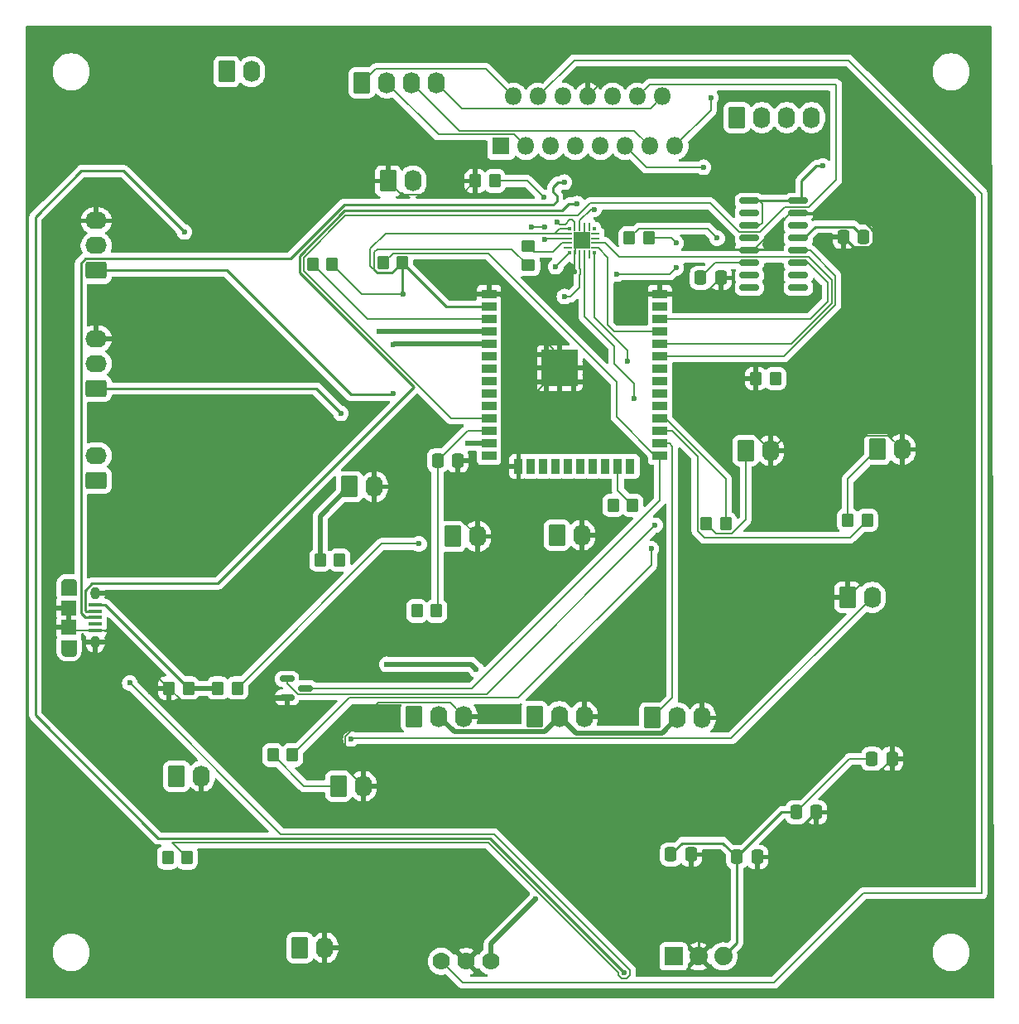
<source format=gbr>
%TF.GenerationSoftware,KiCad,Pcbnew,8.0.8*%
%TF.CreationDate,2025-03-12T17:19:21-05:00*%
%TF.ProjectId,Third Design (PCBWay 1),54686972-6420-4446-9573-69676e202850,rev?*%
%TF.SameCoordinates,Original*%
%TF.FileFunction,Copper,L1,Top*%
%TF.FilePolarity,Positive*%
%FSLAX46Y46*%
G04 Gerber Fmt 4.6, Leading zero omitted, Abs format (unit mm)*
G04 Created by KiCad (PCBNEW 8.0.8) date 2025-03-12 17:19:21*
%MOMM*%
%LPD*%
G01*
G04 APERTURE LIST*
G04 Aperture macros list*
%AMRoundRect*
0 Rectangle with rounded corners*
0 $1 Rounding radius*
0 $2 $3 $4 $5 $6 $7 $8 $9 X,Y pos of 4 corners*
0 Add a 4 corners polygon primitive as box body*
4,1,4,$2,$3,$4,$5,$6,$7,$8,$9,$2,$3,0*
0 Add four circle primitives for the rounded corners*
1,1,$1+$1,$2,$3*
1,1,$1+$1,$4,$5*
1,1,$1+$1,$6,$7*
1,1,$1+$1,$8,$9*
0 Add four rect primitives between the rounded corners*
20,1,$1+$1,$2,$3,$4,$5,0*
20,1,$1+$1,$4,$5,$6,$7,0*
20,1,$1+$1,$6,$7,$8,$9,0*
20,1,$1+$1,$8,$9,$2,$3,0*%
G04 Aperture macros list end*
%TA.AperFunction,EtchedComponent*%
%ADD10C,0.010000*%
%TD*%
%TA.AperFunction,SMDPad,CuDef*%
%ADD11RoundRect,0.250000X-0.350000X-0.450000X0.350000X-0.450000X0.350000X0.450000X-0.350000X0.450000X0*%
%TD*%
%TA.AperFunction,ComponentPad*%
%ADD12O,1.740000X2.190000*%
%TD*%
%TA.AperFunction,ComponentPad*%
%ADD13RoundRect,0.250000X-0.620000X-0.845000X0.620000X-0.845000X0.620000X0.845000X-0.620000X0.845000X0*%
%TD*%
%TA.AperFunction,SMDPad,CuDef*%
%ADD14RoundRect,0.250000X0.450000X-0.350000X0.450000X0.350000X-0.450000X0.350000X-0.450000X-0.350000X0*%
%TD*%
%TA.AperFunction,ComponentPad*%
%ADD15RoundRect,0.250000X0.845000X-0.620000X0.845000X0.620000X-0.845000X0.620000X-0.845000X-0.620000X0*%
%TD*%
%TA.AperFunction,ComponentPad*%
%ADD16O,2.190000X1.740000*%
%TD*%
%TA.AperFunction,SMDPad,CuDef*%
%ADD17R,1.350000X0.400000*%
%TD*%
%TA.AperFunction,ComponentPad*%
%ADD18O,1.550000X0.775000*%
%TD*%
%TA.AperFunction,SMDPad,CuDef*%
%ADD19R,1.550000X1.500000*%
%TD*%
%TA.AperFunction,ComponentPad*%
%ADD20O,0.950000X1.300000*%
%TD*%
%TA.AperFunction,SMDPad,CuDef*%
%ADD21RoundRect,0.250000X-0.337500X-0.475000X0.337500X-0.475000X0.337500X0.475000X-0.337500X0.475000X0*%
%TD*%
%TA.AperFunction,SMDPad,CuDef*%
%ADD22RoundRect,0.150000X-0.850000X-0.150000X0.850000X-0.150000X0.850000X0.150000X-0.850000X0.150000X0*%
%TD*%
%TA.AperFunction,SMDPad,CuDef*%
%ADD23R,0.355600X0.355600*%
%TD*%
%TA.AperFunction,SMDPad,CuDef*%
%ADD24R,0.254000X0.812800*%
%TD*%
%TA.AperFunction,SMDPad,CuDef*%
%ADD25R,0.812800X0.254000*%
%TD*%
%TA.AperFunction,SMDPad,CuDef*%
%ADD26R,1.701800X1.701800*%
%TD*%
%TA.AperFunction,SMDPad,CuDef*%
%ADD27R,1.500000X0.900000*%
%TD*%
%TA.AperFunction,SMDPad,CuDef*%
%ADD28R,0.900000X1.500000*%
%TD*%
%TA.AperFunction,SMDPad,CuDef*%
%ADD29R,0.900000X0.900000*%
%TD*%
%TA.AperFunction,HeatsinkPad*%
%ADD30C,0.600000*%
%TD*%
%TA.AperFunction,HeatsinkPad*%
%ADD31R,3.800000X3.800000*%
%TD*%
%TA.AperFunction,ComponentPad*%
%ADD32C,1.778000*%
%TD*%
%TA.AperFunction,ComponentPad*%
%ADD33R,1.879600X1.879600*%
%TD*%
%TA.AperFunction,ComponentPad*%
%ADD34C,1.879600*%
%TD*%
%TA.AperFunction,SMDPad,CuDef*%
%ADD35RoundRect,0.150000X-0.587500X-0.150000X0.587500X-0.150000X0.587500X0.150000X-0.587500X0.150000X0*%
%TD*%
%TA.AperFunction,ComponentPad*%
%ADD36R,1.800000X1.800000*%
%TD*%
%TA.AperFunction,ComponentPad*%
%ADD37O,1.800000X1.800000*%
%TD*%
%TA.AperFunction,ViaPad*%
%ADD38C,0.600000*%
%TD*%
%TA.AperFunction,Conductor*%
%ADD39C,0.200000*%
%TD*%
%TA.AperFunction,Conductor*%
%ADD40C,0.254000*%
%TD*%
%TA.AperFunction,Conductor*%
%ADD41C,0.508000*%
%TD*%
G04 APERTURE END LIST*
D10*
%TO.C,J18*%
X105076000Y-106840000D02*
X105102000Y-106842000D01*
X105128000Y-106845000D01*
X105154000Y-106850000D01*
X105179000Y-106856000D01*
X105205000Y-106863000D01*
X105229000Y-106872000D01*
X105253000Y-106882000D01*
X105277000Y-106893000D01*
X105300000Y-106906000D01*
X105322000Y-106920000D01*
X105344000Y-106934000D01*
X105365000Y-106950000D01*
X105385000Y-106967000D01*
X105404000Y-106985000D01*
X105422000Y-107004000D01*
X105439000Y-107024000D01*
X105455000Y-107045000D01*
X105469000Y-107067000D01*
X105483000Y-107089000D01*
X105496000Y-107112000D01*
X105507000Y-107136000D01*
X105517000Y-107160000D01*
X105526000Y-107184000D01*
X105533000Y-107210000D01*
X105539000Y-107235000D01*
X105544000Y-107261000D01*
X105547000Y-107287000D01*
X105549000Y-107313000D01*
X105550000Y-107339000D01*
X105550000Y-108484000D01*
X104000000Y-108484000D01*
X104000000Y-107339000D01*
X104001000Y-107313000D01*
X104003000Y-107287000D01*
X104006000Y-107261000D01*
X104011000Y-107235000D01*
X104017000Y-107210000D01*
X104024000Y-107184000D01*
X104033000Y-107160000D01*
X104043000Y-107136000D01*
X104054000Y-107112000D01*
X104067000Y-107089000D01*
X104081000Y-107067000D01*
X104095000Y-107045000D01*
X104111000Y-107024000D01*
X104128000Y-107004000D01*
X104146000Y-106985000D01*
X104165000Y-106967000D01*
X104185000Y-106950000D01*
X104206000Y-106934000D01*
X104228000Y-106920000D01*
X104250000Y-106906000D01*
X104273000Y-106893000D01*
X104297000Y-106882000D01*
X104321000Y-106872000D01*
X104345000Y-106863000D01*
X104371000Y-106856000D01*
X104396000Y-106850000D01*
X104422000Y-106845000D01*
X104448000Y-106842000D01*
X104474000Y-106840000D01*
X104500000Y-106839000D01*
X105050000Y-106839000D01*
X105076000Y-106840000D01*
%TA.AperFunction,EtchedComponent*%
G36*
X105076000Y-106840000D02*
G01*
X105102000Y-106842000D01*
X105128000Y-106845000D01*
X105154000Y-106850000D01*
X105179000Y-106856000D01*
X105205000Y-106863000D01*
X105229000Y-106872000D01*
X105253000Y-106882000D01*
X105277000Y-106893000D01*
X105300000Y-106906000D01*
X105322000Y-106920000D01*
X105344000Y-106934000D01*
X105365000Y-106950000D01*
X105385000Y-106967000D01*
X105404000Y-106985000D01*
X105422000Y-107004000D01*
X105439000Y-107024000D01*
X105455000Y-107045000D01*
X105469000Y-107067000D01*
X105483000Y-107089000D01*
X105496000Y-107112000D01*
X105507000Y-107136000D01*
X105517000Y-107160000D01*
X105526000Y-107184000D01*
X105533000Y-107210000D01*
X105539000Y-107235000D01*
X105544000Y-107261000D01*
X105547000Y-107287000D01*
X105549000Y-107313000D01*
X105550000Y-107339000D01*
X105550000Y-108484000D01*
X104000000Y-108484000D01*
X104000000Y-107339000D01*
X104001000Y-107313000D01*
X104003000Y-107287000D01*
X104006000Y-107261000D01*
X104011000Y-107235000D01*
X104017000Y-107210000D01*
X104024000Y-107184000D01*
X104033000Y-107160000D01*
X104043000Y-107136000D01*
X104054000Y-107112000D01*
X104067000Y-107089000D01*
X104081000Y-107067000D01*
X104095000Y-107045000D01*
X104111000Y-107024000D01*
X104128000Y-107004000D01*
X104146000Y-106985000D01*
X104165000Y-106967000D01*
X104185000Y-106950000D01*
X104206000Y-106934000D01*
X104228000Y-106920000D01*
X104250000Y-106906000D01*
X104273000Y-106893000D01*
X104297000Y-106882000D01*
X104321000Y-106872000D01*
X104345000Y-106863000D01*
X104371000Y-106856000D01*
X104396000Y-106850000D01*
X104422000Y-106845000D01*
X104448000Y-106842000D01*
X104474000Y-106840000D01*
X104500000Y-106839000D01*
X105050000Y-106839000D01*
X105076000Y-106840000D01*
G37*
%TD.AperFunction*%
X105550000Y-114229000D02*
X105549000Y-114255000D01*
X105547000Y-114281000D01*
X105544000Y-114307000D01*
X105539000Y-114333000D01*
X105533000Y-114358000D01*
X105526000Y-114384000D01*
X105517000Y-114408000D01*
X105507000Y-114432000D01*
X105496000Y-114456000D01*
X105483000Y-114479000D01*
X105469000Y-114501000D01*
X105455000Y-114523000D01*
X105439000Y-114544000D01*
X105422000Y-114564000D01*
X105404000Y-114583000D01*
X105385000Y-114601000D01*
X105365000Y-114618000D01*
X105344000Y-114634000D01*
X105322000Y-114648000D01*
X105300000Y-114662000D01*
X105277000Y-114675000D01*
X105253000Y-114686000D01*
X105229000Y-114696000D01*
X105205000Y-114705000D01*
X105179000Y-114712000D01*
X105154000Y-114718000D01*
X105128000Y-114723000D01*
X105102000Y-114726000D01*
X105076000Y-114728000D01*
X105050000Y-114729000D01*
X104500000Y-114729000D01*
X104474000Y-114728000D01*
X104448000Y-114726000D01*
X104422000Y-114723000D01*
X104396000Y-114718000D01*
X104371000Y-114712000D01*
X104345000Y-114705000D01*
X104321000Y-114696000D01*
X104297000Y-114686000D01*
X104273000Y-114675000D01*
X104250000Y-114662000D01*
X104228000Y-114648000D01*
X104206000Y-114634000D01*
X104185000Y-114618000D01*
X104165000Y-114601000D01*
X104146000Y-114583000D01*
X104128000Y-114564000D01*
X104111000Y-114544000D01*
X104095000Y-114523000D01*
X104081000Y-114501000D01*
X104067000Y-114479000D01*
X104054000Y-114456000D01*
X104043000Y-114432000D01*
X104033000Y-114408000D01*
X104024000Y-114384000D01*
X104017000Y-114358000D01*
X104011000Y-114333000D01*
X104006000Y-114307000D01*
X104003000Y-114281000D01*
X104001000Y-114255000D01*
X104000000Y-114229000D01*
X104000000Y-113084000D01*
X105550000Y-113084000D01*
X105550000Y-114229000D01*
%TA.AperFunction,EtchedComponent*%
G36*
X105550000Y-114229000D02*
G01*
X105549000Y-114255000D01*
X105547000Y-114281000D01*
X105544000Y-114307000D01*
X105539000Y-114333000D01*
X105533000Y-114358000D01*
X105526000Y-114384000D01*
X105517000Y-114408000D01*
X105507000Y-114432000D01*
X105496000Y-114456000D01*
X105483000Y-114479000D01*
X105469000Y-114501000D01*
X105455000Y-114523000D01*
X105439000Y-114544000D01*
X105422000Y-114564000D01*
X105404000Y-114583000D01*
X105385000Y-114601000D01*
X105365000Y-114618000D01*
X105344000Y-114634000D01*
X105322000Y-114648000D01*
X105300000Y-114662000D01*
X105277000Y-114675000D01*
X105253000Y-114686000D01*
X105229000Y-114696000D01*
X105205000Y-114705000D01*
X105179000Y-114712000D01*
X105154000Y-114718000D01*
X105128000Y-114723000D01*
X105102000Y-114726000D01*
X105076000Y-114728000D01*
X105050000Y-114729000D01*
X104500000Y-114729000D01*
X104474000Y-114728000D01*
X104448000Y-114726000D01*
X104422000Y-114723000D01*
X104396000Y-114718000D01*
X104371000Y-114712000D01*
X104345000Y-114705000D01*
X104321000Y-114696000D01*
X104297000Y-114686000D01*
X104273000Y-114675000D01*
X104250000Y-114662000D01*
X104228000Y-114648000D01*
X104206000Y-114634000D01*
X104185000Y-114618000D01*
X104165000Y-114601000D01*
X104146000Y-114583000D01*
X104128000Y-114564000D01*
X104111000Y-114544000D01*
X104095000Y-114523000D01*
X104081000Y-114501000D01*
X104067000Y-114479000D01*
X104054000Y-114456000D01*
X104043000Y-114432000D01*
X104033000Y-114408000D01*
X104024000Y-114384000D01*
X104017000Y-114358000D01*
X104011000Y-114333000D01*
X104006000Y-114307000D01*
X104003000Y-114281000D01*
X104001000Y-114255000D01*
X104000000Y-114229000D01*
X104000000Y-113084000D01*
X105550000Y-113084000D01*
X105550000Y-114229000D01*
G37*
%TD.AperFunction*%
%TD*%
D11*
%TO.P,R15,2*%
%TO.N,/Compartment 1 LED*%
X127635000Y-124841000D03*
%TO.P,R15,1*%
%TO.N,Net-(J12-Pin_1)*%
X125635000Y-124841000D03*
%TD*%
%TO.P,R7,1*%
%TO.N,Net-(J4-Pin_1)*%
X114868000Y-135330000D03*
%TO.P,R7,2*%
%TO.N,/Compartment 2 LED*%
X116868000Y-135330000D03*
%TD*%
%TO.P,R6,1*%
%TO.N,Net-(J3-Pin_1)*%
X160433000Y-99314000D03*
%TO.P,R6,2*%
%TO.N,/Compartment 3 LED*%
X162433000Y-99314000D03*
%TD*%
D12*
%TO.P,J20,2,Pin_2*%
%TO.N,/Bootload Push Button*%
X186944000Y-108712000D03*
D13*
%TO.P,J20,1,Pin_1*%
%TO.N,GND*%
X184404000Y-108712000D03*
%TD*%
%TO.P,J12,1,Pin_1*%
%TO.N,Net-(J12-Pin_1)*%
X132334000Y-128016000D03*
D12*
%TO.P,J12,2,Pin_2*%
%TO.N,GND*%
X134874000Y-128016000D03*
%TD*%
D13*
%TO.P,J4,1,Pin_1*%
%TO.N,Net-(J4-Pin_1)*%
X115788000Y-127000000D03*
D12*
%TO.P,J4,2,Pin_2*%
%TO.N,GND*%
X118328000Y-127000000D03*
%TD*%
D13*
%TO.P,J3,1,Pin_1*%
%TO.N,Net-(J3-Pin_1)*%
X154686000Y-102362000D03*
D12*
%TO.P,J3,2,Pin_2*%
%TO.N,GND*%
X157226000Y-102362000D03*
%TD*%
D14*
%TO.P,R3,1*%
%TO.N,+3.3V*%
X151765000Y-74803000D03*
%TO.P,R3,2*%
%TO.N,Net-(U7-RSTB)*%
X151765000Y-72803000D03*
%TD*%
D11*
%TO.P,R5,1*%
%TO.N,Net-(J6-Pin_1)*%
X184436000Y-100838000D03*
%TO.P,R5,2*%
%TO.N,/Refill LED*%
X186436000Y-100838000D03*
%TD*%
%TO.P,R13,1*%
%TO.N,GND*%
X115000000Y-118000000D03*
%TO.P,R13,2*%
%TO.N,+5V*%
X117000000Y-118000000D03*
%TD*%
D13*
%TO.P,J7,1,Pin_1*%
%TO.N,Net-(J7-Pin_1)*%
X133477000Y-97409000D03*
D12*
%TO.P,J7,2,Pin_2*%
%TO.N,GND*%
X136017000Y-97409000D03*
%TD*%
D15*
%TO.P,J2,1,Pin_1*%
%TO.N,/Shaker Servo Signal 1*%
X107569000Y-87376000D03*
D16*
%TO.P,J2,2,Pin_2*%
%TO.N,+5V*%
X107569000Y-84836000D03*
%TO.P,J2,3,Pin_3*%
%TO.N,GND*%
X107569000Y-82296000D03*
%TD*%
D17*
%TO.P,J18,1,VCC*%
%TO.N,+5V*%
X107450000Y-109484000D03*
%TO.P,J18,2,D-*%
%TO.N,/D-*%
X107450000Y-110134000D03*
%TO.P,J18,3,D+*%
%TO.N,/D+*%
X107450000Y-110784000D03*
%TO.P,J18,4,ID*%
%TO.N,unconnected-(J18-ID-Pad4)*%
X107450000Y-111434000D03*
%TO.P,J18,5,GND*%
%TO.N,GND*%
X107450000Y-112084000D03*
D18*
%TO.P,J18,SH1,SHIELD*%
X104775000Y-107284000D03*
D19*
%TO.P,J18,SH2,SHIELD__1*%
X104775000Y-111784000D03*
%TO.P,J18,SH3,SHIELD__2*%
X104775000Y-109784000D03*
D18*
%TO.P,J18,SH4,SHIELD__3*%
X104775000Y-114284000D03*
D20*
%TO.P,J18,SH5,SHIELD__4*%
X107475000Y-108284000D03*
%TO.P,J18,SH6,SHIELD__5*%
X107475000Y-113284000D03*
%TD*%
D13*
%TO.P,J9,1,Pin_1*%
%TO.N,Net-(J9-Pin_1)*%
X144018000Y-102489000D03*
D12*
%TO.P,J9,2,Pin_2*%
%TO.N,GND*%
X146558000Y-102489000D03*
%TD*%
D11*
%TO.P,R9,1*%
%TO.N,Net-(J8-Pin_1)*%
X169958000Y-101219000D03*
%TO.P,R9,2*%
%TO.N,/Power LED*%
X171958000Y-101219000D03*
%TD*%
D21*
%TO.P,C3,1*%
%TO.N,Net-(U6-VBG)*%
X169375000Y-76073000D03*
%TO.P,C3,2*%
%TO.N,GND*%
X171450000Y-76073000D03*
%TD*%
D22*
%TO.P,U6,1,VSUP*%
%TO.N,+3.3V*%
X174371000Y-68199000D03*
%TO.P,U6,2,BASE*%
%TO.N,/Excitation +*%
X174371000Y-69469000D03*
%TO.P,U6,3,AVDD*%
%TO.N,+3.3V*%
X174371000Y-70739000D03*
%TO.P,U6,4,VFB*%
%TO.N,/Excitation -*%
X174371000Y-72009000D03*
%TO.P,U6,5,AGND*%
%TO.N,GND*%
X174371000Y-73279000D03*
%TO.P,U6,6,VBG*%
%TO.N,Net-(U6-VBG)*%
X174371000Y-74549000D03*
%TO.P,U6,7,INA-*%
%TO.N,/Singal -*%
X174371000Y-75819000D03*
%TO.P,U6,8,INA+*%
%TO.N,/Signal +*%
X174371000Y-77089000D03*
%TO.P,U6,9,INB-*%
%TO.N,unconnected-(U6-INB--Pad9)*%
X179371000Y-77089000D03*
%TO.P,U6,10,INB+*%
%TO.N,unconnected-(U6-INB+-Pad10)*%
X179371000Y-75819000D03*
%TO.P,U6,11,PD_SCK*%
%TO.N,/HX711 PD_SCK*%
X179371000Y-74549000D03*
%TO.P,U6,12,DOUT*%
%TO.N,/HX711 Digital Output*%
X179371000Y-73279000D03*
%TO.P,U6,13,XO*%
%TO.N,Net-(U6-XO)*%
X179371000Y-72009000D03*
%TO.P,U6,14,XI*%
%TO.N,unconnected-(U6-XI-Pad14)*%
X179371000Y-70739000D03*
%TO.P,U6,15,RATE*%
%TO.N,GND*%
X179371000Y-69469000D03*
%TO.P,U6,16,DVDD*%
%TO.N,+3.3V*%
X179371000Y-68199000D03*
%TD*%
D21*
%TO.P,C6,1*%
%TO.N,+3.3V*%
X173101000Y-135255000D03*
%TO.P,C6,2*%
%TO.N,GND*%
X175176000Y-135255000D03*
%TD*%
%TO.P,C1,1*%
%TO.N,GND*%
X183980000Y-71882000D03*
%TO.P,C1,2*%
%TO.N,Net-(U6-XO)*%
X186055000Y-71882000D03*
%TD*%
D11*
%TO.P,R8,1*%
%TO.N,Net-(J7-Pin_1)*%
X130461000Y-104902000D03*
%TO.P,R8,2*%
%TO.N,/Dispensing LED*%
X132461000Y-104902000D03*
%TD*%
D15*
%TO.P,J19,1,Pin_1*%
%TO.N,Net-(J19-Pin_1)*%
X107569000Y-96774000D03*
D16*
%TO.P,J19,2,Pin_2*%
%TO.N,Net-(J19-Pin_2)*%
X107569000Y-94234000D03*
%TD*%
D13*
%TO.P,J10,1,Pin_1*%
%TO.N,Net-(J10-Pin_1)*%
X120904000Y-54991000D03*
D12*
%TO.P,J10,2,Pin_2*%
%TO.N,Net-(J10-Pin_2)*%
X123444000Y-54991000D03*
%TD*%
D23*
%TO.P,U7,1,GPIO.1_/_RS485*%
%TO.N,unconnected-(U7-GPIO.1_{slash}_RS485-Pad1)*%
X158487872Y-71013000D03*
D24*
%TO.P,U7,2,GPIO.0_/CLK*%
%TO.N,unconnected-(U7-GPIO.0_{slash}CLK-Pad2)*%
X157988000Y-70866000D03*
%TO.P,U7,3,GND*%
%TO.N,GND*%
X157487874Y-70866000D03*
%TO.P,U7,4,D+*%
%TO.N,/D+*%
X156987748Y-70866000D03*
%TO.P,U7,5,D-*%
%TO.N,/D-*%
X156487622Y-70866000D03*
D23*
%TO.P,U7,6,VDD*%
%TO.N,+3.3V*%
X155987750Y-71013000D03*
D25*
%TO.P,U7,7,VREGIN*%
X155840811Y-71512811D03*
%TO.P,U7,8,VBUS*%
%TO.N,/VBUS*%
X155840811Y-72012937D03*
%TO.P,U7,9,RSTB*%
%TO.N,Net-(U7-RSTB)*%
X155840811Y-72513063D03*
%TO.P,U7,10,NC*%
%TO.N,unconnected-(U7-NC-Pad10)*%
X155840811Y-73013189D03*
D23*
%TO.P,U7,11,SUSPENDB*%
%TO.N,Net-(U7-SUSPENDB)*%
X155987750Y-73513000D03*
D24*
%TO.P,U7,12,GND*%
%TO.N,GND*%
X156487622Y-73660000D03*
%TO.P,U7,13,WAKEUP*%
%TO.N,Net-(U7-WAKEUP)*%
X156987748Y-73660000D03*
%TO.P,U7,14,SUSPEND*%
%TO.N,Net-(U7-SUSPEND)*%
X157487874Y-73660000D03*
%TO.P,U7,15,CTS*%
%TO.N,unconnected-(U7-CTS-Pad15)*%
X157988000Y-73660000D03*
D23*
%TO.P,U7,16,RTS*%
%TO.N,Net-(Q1-G)*%
X158487872Y-73513000D03*
D25*
%TO.P,U7,17,RXD*%
%TO.N,/RXD*%
X158634811Y-73013189D03*
%TO.P,U7,18,TXD*%
%TO.N,/TXD*%
X158634811Y-72513063D03*
%TO.P,U7,19,GPIO.3_/_RXT*%
%TO.N,unconnected-(U7-GPIO.3_{slash}_RXT-Pad19)*%
X158634811Y-72012937D03*
%TO.P,U7,20,GPIO.2_/_TXT*%
%TO.N,unconnected-(U7-GPIO.2_{slash}_TXT-Pad20)*%
X158634811Y-71512811D03*
D26*
%TO.P,U7,21,EPAD*%
%TO.N,GND*%
X157237811Y-72263000D03*
%TD*%
D13*
%TO.P,J6,1,Pin_1*%
%TO.N,Net-(J6-Pin_1)*%
X187452000Y-93599000D03*
D12*
%TO.P,J6,2,Pin_2*%
%TO.N,GND*%
X189992000Y-93599000D03*
%TD*%
D27*
%TO.P,U2,1,GND*%
%TO.N,GND*%
X147727000Y-77724000D03*
%TO.P,U2,2,VDD*%
%TO.N,+3.3V*%
X147727000Y-78994000D03*
%TO.P,U2,3,EN*%
%TO.N,Net-(J16-Pin_2)*%
X147727000Y-80264000D03*
%TO.P,U2,4,SENSOR_VP*%
%TO.N,Net-(J19-Pin_1)*%
X147727000Y-81534000D03*
%TO.P,U2,5,SENSOR_VN*%
%TO.N,Net-(J19-Pin_2)*%
X147727000Y-82804000D03*
%TO.P,U2,6,IO34*%
%TO.N,unconnected-(U2-IO34-Pad6)*%
X147727000Y-84074000D03*
%TO.P,U2,7,IO35*%
%TO.N,unconnected-(U2-IO35-Pad7)*%
X147727000Y-85344000D03*
%TO.P,U2,8,IO32*%
%TO.N,/Shaker Servo Signal 1*%
X147727000Y-86614000D03*
%TO.P,U2,9,IO33*%
%TO.N,/Shaker Servo Signal 2*%
X147727000Y-87884000D03*
%TO.P,U2,10,IO25*%
%TO.N,/Step Driver Speed*%
X147727000Y-89154000D03*
%TO.P,U2,11,IO26*%
%TO.N,/Stepper Driver IN4*%
X147727000Y-90424000D03*
%TO.P,U2,12,IO27*%
%TO.N,/Bluetooth Button*%
X147727000Y-91694000D03*
%TO.P,U2,13,IO14*%
%TO.N,/Dispensing LED*%
X147727000Y-92964000D03*
%TO.P,U2,14,IO12*%
%TO.N,/Compartment 2 LED*%
X147727000Y-94234000D03*
D28*
%TO.P,U2,15,GND*%
%TO.N,GND*%
X150762000Y-95329000D03*
%TO.P,U2,16,IO13*%
%TO.N,/Servo Signal 3*%
X152032000Y-95329000D03*
%TO.P,U2,17,SHD/SD2*%
%TO.N,unconnected-(U2-SHD{slash}SD2-Pad17)*%
X153302000Y-95329000D03*
%TO.P,U2,18,SWP/SD3*%
%TO.N,unconnected-(U2-SWP{slash}SD3-Pad18)*%
X154572000Y-95329000D03*
%TO.P,U2,19,SCS/CMD*%
%TO.N,unconnected-(U2-SCS{slash}CMD-Pad19)*%
X155842000Y-95329000D03*
%TO.P,U2,20,SCK/CLK*%
%TO.N,unconnected-(U2-SCK{slash}CLK-Pad20)*%
X157112000Y-95329000D03*
%TO.P,U2,21,SDO/SD0*%
%TO.N,unconnected-(U2-SDO{slash}SD0-Pad21)*%
X158382000Y-95329000D03*
%TO.P,U2,22,SDI/SD1*%
%TO.N,unconnected-(U2-SDI{slash}SD1-Pad22)*%
X159652000Y-95329000D03*
%TO.P,U2,23,IO15*%
%TO.N,/Compartment 3 LED*%
X160922000Y-95329000D03*
%TO.P,U2,24,IO2*%
%TO.N,/Compartment 1 LED*%
X162192000Y-95329000D03*
D27*
%TO.P,U2,25,IO0*%
%TO.N,/Bootload Push Button*%
X165227000Y-94234000D03*
%TO.P,U2,26,IO4*%
%TO.N,/Servo Signal 1*%
X165227000Y-92964000D03*
%TO.P,U2,27,IO16*%
%TO.N,/Refill LED*%
X165227000Y-91694000D03*
%TO.P,U2,28,IO17*%
%TO.N,/Power LED*%
X165227000Y-90424000D03*
%TO.P,U2,29,IO5*%
%TO.N,/Servo Signal 2*%
X165227000Y-89154000D03*
%TO.P,U2,30,IO18*%
%TO.N,/Stepper Driver IN1*%
X165227000Y-87884000D03*
%TO.P,U2,31,IO19*%
%TO.N,/Stepper Driver IN2*%
X165227000Y-86614000D03*
%TO.P,U2,32,NC*%
%TO.N,unconnected-(U2-NC-Pad32)*%
X165227000Y-85344000D03*
%TO.P,U2,33,IO21*%
%TO.N,/HX711 Digital Output*%
X165227000Y-84074000D03*
%TO.P,U2,34,RXD0/IO3*%
%TO.N,/TXD*%
X165227000Y-82804000D03*
%TO.P,U2,35,TXD0/IO1*%
%TO.N,/RXD*%
X165227000Y-81534000D03*
%TO.P,U2,36,IO22*%
%TO.N,/HX711 PD_SCK*%
X165227000Y-80264000D03*
%TO.P,U2,37,IO23*%
%TO.N,/Stepper Driver IN3*%
X165227000Y-78994000D03*
%TO.P,U2,38,GND*%
%TO.N,GND*%
X165227000Y-77724000D03*
D29*
%TO.P,U2,39,GND*%
X153577000Y-83889000D03*
D30*
X153577000Y-84589000D03*
D29*
X153577000Y-85289000D03*
D30*
X153577000Y-85989000D03*
D29*
X153577000Y-86689000D03*
D30*
X154277000Y-83889000D03*
X154277000Y-85289000D03*
X154277000Y-86689000D03*
D29*
X154977000Y-83889000D03*
D30*
X154977000Y-84589000D03*
D29*
X154977000Y-85289000D03*
D31*
X154977000Y-85289000D03*
D30*
X154977000Y-85989000D03*
D29*
X154977000Y-86689000D03*
D30*
X155677000Y-83889000D03*
X155677000Y-85289000D03*
X155677000Y-86689000D03*
D29*
X156377000Y-83889000D03*
D30*
X156377000Y-84589000D03*
D29*
X156377000Y-85289000D03*
D30*
X156377000Y-85989000D03*
D29*
X156377000Y-86689000D03*
%TD*%
D13*
%TO.P,J5,1,Pin_1*%
%TO.N,Net-(J5-Pin_1)*%
X134747000Y-56134000D03*
D12*
%TO.P,J5,2,Pin_2*%
%TO.N,Net-(J5-Pin_2)*%
X137287000Y-56134000D03*
%TO.P,J5,3,Pin_3*%
%TO.N,Net-(J5-Pin_3)*%
X139827000Y-56134000D03*
%TO.P,J5,4,Pin_4*%
%TO.N,Net-(J5-Pin_4)*%
X142367000Y-56134000D03*
%TD*%
D11*
%TO.P,R1,1*%
%TO.N,/Bootload Push Button*%
X136906000Y-74549000D03*
%TO.P,R1,2*%
%TO.N,+3.3V*%
X138906000Y-74549000D03*
%TD*%
D32*
%TO.P,U3,1,INPUT*%
%TO.N,+12V*%
X142875000Y-145923000D03*
%TO.P,U3,2,GROUND*%
%TO.N,GND*%
X145415000Y-145923000D03*
%TO.P,U3,3,OUTPUT*%
%TO.N,+5V*%
X147955000Y-145923000D03*
%TD*%
D33*
%TO.P,U1,1,IN*%
%TO.N,+5V*%
X166624000Y-145415000D03*
D34*
%TO.P,U1,2,GND*%
%TO.N,GND*%
X169164000Y-145415000D03*
%TO.P,U1,3,OUT*%
%TO.N,+3.3V*%
X171704000Y-145415000D03*
%TD*%
D11*
%TO.P,R11,1*%
%TO.N,GND*%
X146336000Y-66167000D03*
%TO.P,R11,2*%
%TO.N,Net-(U7-SUSPENDB)*%
X148336000Y-66167000D03*
%TD*%
%TO.P,R10,1*%
%TO.N,Net-(J9-Pin_1)*%
X140367000Y-110109000D03*
%TO.P,R10,2*%
%TO.N,/Bluetooth Button*%
X142367000Y-110109000D03*
%TD*%
%TO.P,R2,1*%
%TO.N,Net-(J16-Pin_2)*%
X129699000Y-74676000D03*
%TO.P,R2,2*%
%TO.N,+3.3V*%
X131699000Y-74676000D03*
%TD*%
D15*
%TO.P,J17,1,Pin_1*%
%TO.N,/Shaker Servo Signal 2*%
X107569000Y-75311000D03*
D16*
%TO.P,J17,2,Pin_2*%
%TO.N,+5V*%
X107569000Y-72771000D03*
%TO.P,J17,3,Pin_3*%
%TO.N,GND*%
X107569000Y-70231000D03*
%TD*%
D21*
%TO.P,C4,1*%
%TO.N,/Bluetooth Button*%
X142472500Y-94742000D03*
%TO.P,C4,2*%
%TO.N,GND*%
X144547500Y-94742000D03*
%TD*%
D35*
%TO.P,Q1,1,G*%
%TO.N,Net-(Q1-G)*%
X127062500Y-117050000D03*
%TO.P,Q1,2,S*%
%TO.N,GND*%
X127062500Y-118950000D03*
%TO.P,Q1,3,D*%
%TO.N,/Bootload Push Button*%
X128937500Y-118000000D03*
%TD*%
D11*
%TO.P,R4,1*%
%TO.N,GND*%
X175038000Y-86360000D03*
%TO.P,R4,2*%
%TO.N,Net-(U7-SUSPEND)*%
X177038000Y-86360000D03*
%TD*%
D21*
%TO.P,C7,1*%
%TO.N,+3.3V*%
X186901000Y-125222000D03*
%TO.P,C7,2*%
%TO.N,GND*%
X188976000Y-125222000D03*
%TD*%
D13*
%TO.P,J11,1,Pin_1*%
%TO.N,/Excitation +*%
X173101000Y-59690000D03*
D12*
%TO.P,J11,2,Pin_2*%
%TO.N,/Excitation -*%
X175641000Y-59690000D03*
%TO.P,J11,3,Pin_3*%
%TO.N,/Signal +*%
X178181000Y-59690000D03*
%TO.P,J11,4,Pin_4*%
%TO.N,/Singal -*%
X180721000Y-59690000D03*
%TD*%
D11*
%TO.P,R12,1*%
%TO.N,+3.3V*%
X162084000Y-72009000D03*
%TO.P,R12,2*%
%TO.N,Net-(U7-WAKEUP)*%
X164084000Y-72009000D03*
%TD*%
D13*
%TO.P,J16,1,Pin_1*%
%TO.N,GND*%
X137414000Y-66167000D03*
D12*
%TO.P,J16,2,Pin_2*%
%TO.N,Net-(J16-Pin_2)*%
X139954000Y-66167000D03*
%TD*%
D13*
%TO.P,J15,1,Pin_1*%
%TO.N,/Servo Signal 1*%
X164465000Y-121031000D03*
D12*
%TO.P,J15,2,Pin_2*%
%TO.N,+5V*%
X167005000Y-121031000D03*
%TO.P,J15,3,Pin_3*%
%TO.N,GND*%
X169545000Y-121031000D03*
%TD*%
D11*
%TO.P,R14,1*%
%TO.N,+5V*%
X120000000Y-118000000D03*
%TO.P,R14,2*%
%TO.N,/VBUS*%
X122000000Y-118000000D03*
%TD*%
D13*
%TO.P,J1,1,Pin_1*%
%TO.N,+12V*%
X128397000Y-144526000D03*
D12*
%TO.P,J1,2,Pin_2*%
%TO.N,GND*%
X130937000Y-144526000D03*
%TD*%
D13*
%TO.P,J14,1,Pin_1*%
%TO.N,/Servo Signal 3*%
X152400000Y-120904000D03*
D12*
%TO.P,J14,2,Pin_2*%
%TO.N,+5V*%
X154940000Y-120904000D03*
%TO.P,J14,3,Pin_3*%
%TO.N,GND*%
X157480000Y-120904000D03*
%TD*%
D21*
%TO.P,C5,1*%
%TO.N,+3.3V*%
X166327000Y-135001000D03*
%TO.P,C5,2*%
%TO.N,GND*%
X168402000Y-135001000D03*
%TD*%
D13*
%TO.P,J13,1,Pin_1*%
%TO.N,/Servo Signal 2*%
X140081000Y-120904000D03*
D12*
%TO.P,J13,2,Pin_2*%
%TO.N,+5V*%
X142621000Y-120904000D03*
%TO.P,J13,3,Pin_3*%
%TO.N,GND*%
X145161000Y-120904000D03*
%TD*%
D21*
%TO.P,C8,1*%
%TO.N,+3.3V*%
X179154000Y-130683000D03*
%TO.P,C8,2*%
%TO.N,GND*%
X181229000Y-130683000D03*
%TD*%
D36*
%TO.P,U5,1,SENSE_A*%
%TO.N,Net-(J10-Pin_1)*%
X148971000Y-62611000D03*
D37*
%TO.P,U5,2,OUT1*%
%TO.N,Net-(J5-Pin_1)*%
X150241000Y-57531000D03*
%TO.P,U5,3,OUT2*%
%TO.N,Net-(J5-Pin_2)*%
X151511000Y-62611000D03*
%TO.P,U5,4,Vs*%
%TO.N,+12V*%
X152781000Y-57531000D03*
%TO.P,U5,5,IN1*%
%TO.N,/Stepper Driver IN1*%
X154051000Y-62611000D03*
%TO.P,U5,6,EnA*%
%TO.N,/Step Driver Speed*%
X155321000Y-57531000D03*
%TO.P,U5,7,IN2*%
%TO.N,/Stepper Driver IN2*%
X156591000Y-62611000D03*
%TO.P,U5,8,GND*%
%TO.N,GND*%
X157861000Y-57531000D03*
%TO.P,U5,9,Vss*%
%TO.N,+5V*%
X159131000Y-62611000D03*
%TO.P,U5,10,IN3*%
%TO.N,/Stepper Driver IN3*%
X160401000Y-57531000D03*
%TO.P,U5,11,EnB*%
%TO.N,/Step Driver Speed*%
X161671000Y-62611000D03*
%TO.P,U5,12,IN4*%
%TO.N,/Stepper Driver IN4*%
X162941000Y-57531000D03*
%TO.P,U5,13,OUT3*%
%TO.N,Net-(J5-Pin_3)*%
X164211000Y-62611000D03*
%TO.P,U5,14,OUT4*%
%TO.N,Net-(J5-Pin_4)*%
X165481000Y-57531000D03*
%TO.P,U5,15,SENSE_B*%
%TO.N,Net-(J10-Pin_2)*%
X166751000Y-62611000D03*
%TD*%
D13*
%TO.P,J8,1,Pin_1*%
%TO.N,Net-(J8-Pin_1)*%
X173990000Y-93726000D03*
D12*
%TO.P,J8,2,Pin_2*%
%TO.N,GND*%
X176530000Y-93726000D03*
%TD*%
D38*
%TO.N,/Compartment 2 LED*%
X147727000Y-94234000D03*
X110998000Y-117475000D03*
%TO.N,Net-(J4-Pin_1)*%
X114868000Y-135330000D03*
%TO.N,/Compartment 1 LED*%
X162192000Y-95329000D03*
X164338000Y-103759000D03*
%TO.N,Net-(J3-Pin_1)*%
X160433000Y-99314000D03*
%TO.N,/Bootload Push Button*%
X133604000Y-123190000D03*
X128937500Y-118000000D03*
%TO.N,GND*%
X175176000Y-135255000D03*
X150762000Y-95329000D03*
X147727000Y-77724000D03*
X156464000Y-75438000D03*
X176403000Y-55118000D03*
X165227000Y-77724000D03*
X151892000Y-110871000D03*
X181229000Y-130683000D03*
%TO.N,+3.3V*%
X181864000Y-64643000D03*
X138938000Y-77724000D03*
X161544000Y-147066000D03*
X174371000Y-70739000D03*
X116586000Y-71374000D03*
X171069000Y-72009000D03*
%TO.N,Net-(J9-Pin_1)*%
X140367000Y-110109000D03*
%TO.N,Net-(J10-Pin_2)*%
X170434000Y-57658000D03*
%TO.N,/Singal -*%
X174371000Y-75819000D03*
%TO.N,/Excitation +*%
X174371000Y-69469000D03*
%TO.N,/Signal +*%
X174371000Y-77089000D03*
%TO.N,/Excitation -*%
X174371000Y-72009000D03*
%TO.N,+5V*%
X152527000Y-139573000D03*
X146431000Y-116078000D03*
X137287000Y-115570000D03*
%TO.N,/Servo Signal 2*%
X165227000Y-89154000D03*
%TO.N,/Servo Signal 3*%
X152032000Y-95329000D03*
%TO.N,Net-(J16-Pin_2)*%
X129699000Y-74676000D03*
%TO.N,/D-*%
X154686000Y-70323000D03*
X156768997Y-68483598D03*
%TO.N,/D+*%
X158496000Y-69053000D03*
X155448000Y-66294000D03*
%TO.N,Net-(J19-Pin_1)*%
X136525000Y-81534000D03*
%TO.N,Net-(J19-Pin_2)*%
X137922000Y-82931000D03*
%TO.N,Net-(Q1-G)*%
X164719000Y-101346000D03*
X161925000Y-84582000D03*
%TO.N,Net-(U7-SUSPEND)*%
X177038000Y-86360000D03*
X162560000Y-88392000D03*
%TO.N,/Dispensing LED*%
X145542000Y-92964000D03*
X132461000Y-104902000D03*
%TO.N,Net-(U7-SUSPENDB)*%
X153311000Y-67818000D03*
X154559000Y-74930000D03*
%TO.N,Net-(U7-WAKEUP)*%
X166878000Y-75057000D03*
X160782000Y-75692000D03*
X155448000Y-77978000D03*
X166878000Y-72517000D03*
%TO.N,/VBUS*%
X153416000Y-72136000D03*
X152101094Y-70875906D03*
X153416000Y-70866000D03*
X140589000Y-103251000D03*
%TO.N,/Stepper Driver IN3*%
X165227000Y-78994000D03*
%TO.N,/Stepper Driver IN1*%
X165227000Y-87884000D03*
%TO.N,/Stepper Driver IN2*%
X165227000Y-86614000D03*
%TO.N,/Step Driver Speed*%
X147727000Y-89154000D03*
X169672000Y-64770000D03*
%TO.N,/Shaker Servo Signal 1*%
X132588000Y-89916000D03*
X147727000Y-86614000D03*
%TO.N,/Shaker Servo Signal 2*%
X137922000Y-87884000D03*
X147701000Y-87884000D03*
%TD*%
D39*
%TO.N,/Compartment 2 LED*%
X161792529Y-147666000D02*
X162144000Y-147314529D01*
X148249529Y-132923000D02*
X126446000Y-132923000D01*
X162144000Y-146817471D02*
X148249529Y-132923000D01*
X126446000Y-132923000D02*
X110998000Y-117475000D01*
X162144000Y-147314529D02*
X162144000Y-146817471D01*
X147651130Y-133777000D02*
X160944000Y-147069870D01*
X161295471Y-147666000D02*
X161792529Y-147666000D01*
X115315000Y-133777000D02*
X147651130Y-133777000D01*
X160944000Y-147069870D02*
X160944000Y-147314529D01*
X160944000Y-147314529D02*
X161295471Y-147666000D01*
X116868000Y-135330000D02*
X115315000Y-133777000D01*
%TO.N,/Compartment 1 LED*%
X127635000Y-124841000D02*
X133476000Y-119000000D01*
X150748000Y-119000000D02*
X164338000Y-105410000D01*
X133476000Y-119000000D02*
X150748000Y-119000000D01*
X164338000Y-105410000D02*
X164338000Y-103759000D01*
%TO.N,/Compartment 3 LED*%
X162433000Y-99314000D02*
X160922000Y-97803000D01*
X160922000Y-97803000D02*
X160922000Y-95329000D01*
%TO.N,Net-(J12-Pin_1)*%
X132334000Y-128016000D02*
X128810000Y-128016000D01*
X128810000Y-128016000D02*
X125635000Y-124841000D01*
%TO.N,GND*%
X134874000Y-128016000D02*
X133004000Y-126146000D01*
X133004000Y-126146000D02*
X133004000Y-122941471D01*
X133004000Y-122941471D02*
X136436471Y-119509000D01*
X136436471Y-119509000D02*
X143766000Y-119509000D01*
X143766000Y-119509000D02*
X145161000Y-120904000D01*
%TO.N,/Bootload Push Button*%
X133660000Y-123134000D02*
X133604000Y-123190000D01*
X172522000Y-123134000D02*
X133660000Y-123134000D01*
X186944000Y-108712000D02*
X172522000Y-123134000D01*
%TO.N,GND*%
X184404000Y-108712000D02*
X189992000Y-103124000D01*
X189992000Y-103124000D02*
X189992000Y-93599000D01*
X107450000Y-112084000D02*
X109084000Y-112084000D01*
X176530000Y-93726000D02*
X178052000Y-92204000D01*
X107450000Y-113259000D02*
X107475000Y-113284000D01*
D40*
X183980000Y-71882000D02*
X185032000Y-72934000D01*
X183980000Y-71882000D02*
X189992000Y-77894000D01*
D39*
X174741552Y-73279000D02*
X178551552Y-69469000D01*
X144547500Y-94742000D02*
X144547500Y-100478500D01*
X146558000Y-105537000D02*
X151892000Y-110871000D01*
X115000000Y-118000000D02*
X116250000Y-119250000D01*
D40*
X181229000Y-130683000D02*
X176657000Y-135255000D01*
X185277428Y-69469000D02*
X179371000Y-69469000D01*
D39*
X156487622Y-73660000D02*
X156560748Y-73586874D01*
X156487622Y-75414378D02*
X156464000Y-75438000D01*
D40*
X169164000Y-140970000D02*
X169164000Y-145415000D01*
D39*
X181229000Y-130683000D02*
X183515000Y-130683000D01*
X105075000Y-112084000D02*
X107450000Y-112084000D01*
X175038000Y-92234000D02*
X176530000Y-93726000D01*
X156560748Y-73586874D02*
X156560748Y-72940063D01*
X104775000Y-111784000D02*
X105075000Y-112084000D01*
X183515000Y-130683000D02*
X188976000Y-125222000D01*
D40*
X185032000Y-72934000D02*
X186638428Y-72934000D01*
D39*
X157861000Y-57531000D02*
X160274000Y-55118000D01*
D40*
X187071000Y-71262572D02*
X185277428Y-69469000D01*
D39*
X178052000Y-92204000D02*
X188597000Y-92204000D01*
X174371000Y-73279000D02*
X174741552Y-73279000D01*
D40*
X189992000Y-77894000D02*
X189992000Y-93599000D01*
D39*
X146336000Y-66167000D02*
X144941000Y-67562000D01*
D40*
X187071000Y-72501428D02*
X187071000Y-71262572D01*
D39*
X178551552Y-69469000D02*
X179371000Y-69469000D01*
X157487874Y-72012937D02*
X157487874Y-70866000D01*
X156560748Y-72940063D02*
X157237811Y-72263000D01*
X144941000Y-67562000D02*
X138809000Y-67562000D01*
X150762000Y-89504000D02*
X150762000Y-95329000D01*
X171450000Y-76073000D02*
X169799000Y-77724000D01*
X146558000Y-102489000D02*
X146558000Y-105537000D01*
X160274000Y-55118000D02*
X176403000Y-55118000D01*
X157237811Y-72263000D02*
X157487874Y-72012937D01*
X138809000Y-67562000D02*
X137414000Y-66167000D01*
D40*
X168402000Y-140208000D02*
X169164000Y-140970000D01*
D39*
X188597000Y-92204000D02*
X189992000Y-93599000D01*
X126762500Y-119250000D02*
X127062500Y-118950000D01*
X147727000Y-77724000D02*
X148677000Y-77724000D01*
X144547500Y-100478500D02*
X146558000Y-102489000D01*
D40*
X176657000Y-135255000D02*
X175176000Y-135255000D01*
D39*
X116250000Y-119250000D02*
X126762500Y-119250000D01*
X109084000Y-112084000D02*
X115000000Y-118000000D01*
X169799000Y-77724000D02*
X165227000Y-77724000D01*
D40*
X186638428Y-72934000D02*
X187071000Y-72501428D01*
D39*
X148677000Y-77724000D02*
X154277000Y-83324000D01*
X154277000Y-83324000D02*
X154277000Y-83889000D01*
X104775000Y-111784000D02*
X104775000Y-109784000D01*
X156487622Y-73660000D02*
X156487622Y-75414378D01*
D40*
X168402000Y-135001000D02*
X168402000Y-140208000D01*
D39*
X175038000Y-86360000D02*
X175038000Y-92234000D01*
X153577000Y-86689000D02*
X150762000Y-89504000D01*
%TO.N,Net-(U6-VBG)*%
X169375000Y-76073000D02*
X170899000Y-74549000D01*
X170899000Y-74549000D02*
X174371000Y-74549000D01*
%TO.N,/Bluetooth Button*%
X142472500Y-94742000D02*
X142472500Y-110003500D01*
X145520500Y-91694000D02*
X147727000Y-91694000D01*
X142472500Y-110003500D02*
X142367000Y-110109000D01*
X142472500Y-94742000D02*
X145520500Y-91694000D01*
D40*
%TO.N,+3.3V*%
X171668000Y-133822000D02*
X173101000Y-135255000D01*
D39*
X135979000Y-75244928D02*
X135979000Y-73444000D01*
D40*
X179705000Y-67865000D02*
X179371000Y-68199000D01*
D39*
X135596289Y-74824033D02*
X136337256Y-75565000D01*
X136337256Y-75565000D02*
X137890000Y-75565000D01*
D40*
X110363000Y-65151000D02*
X106045000Y-65151000D01*
D39*
X138906000Y-74549000D02*
X137879000Y-75576000D01*
X137162316Y-71512811D02*
X135596289Y-73078838D01*
D40*
X138906000Y-74549000D02*
X138906000Y-77692000D01*
X113919000Y-133350000D02*
X147828000Y-133350000D01*
X173101000Y-135255000D02*
X177673000Y-130683000D01*
X166327000Y-135001000D02*
X167506000Y-133822000D01*
X181229000Y-64643000D02*
X179705000Y-66167000D01*
D39*
X184615000Y-125222000D02*
X179154000Y-130683000D01*
X155987750Y-71013000D02*
X154931811Y-71013000D01*
D40*
X167506000Y-133822000D02*
X171668000Y-133822000D01*
D39*
X154931811Y-71013000D02*
X154432000Y-71512811D01*
X137879000Y-75576000D02*
X136310072Y-75576000D01*
D40*
X181864000Y-64643000D02*
X181229000Y-64643000D01*
D39*
X135979000Y-73444000D02*
X136301000Y-73122000D01*
X150084000Y-73122000D02*
X151765000Y-74803000D01*
D40*
X179705000Y-66167000D02*
X179705000Y-67865000D01*
D39*
X135596289Y-73078838D02*
X135596289Y-74824033D01*
X175671000Y-70438999D02*
X175671000Y-68483000D01*
X136310072Y-75576000D02*
X135979000Y-75244928D01*
D40*
X143351000Y-78994000D02*
X147727000Y-78994000D01*
D39*
X137890000Y-75565000D02*
X138906000Y-74549000D01*
X134747000Y-77724000D02*
X138938000Y-77724000D01*
X170069000Y-71009000D02*
X171069000Y-72009000D01*
D40*
X138906000Y-74549000D02*
X143351000Y-78994000D01*
D39*
X174371000Y-70739000D02*
X175370999Y-70739000D01*
D40*
X138906000Y-77692000D02*
X138938000Y-77724000D01*
X101346000Y-69850000D02*
X101346000Y-120777000D01*
D39*
X162084000Y-72009000D02*
X163084000Y-71009000D01*
D40*
X147828000Y-133350000D02*
X161544000Y-147066000D01*
D39*
X154432000Y-71512811D02*
X137162316Y-71512811D01*
X186901000Y-125222000D02*
X184615000Y-125222000D01*
D40*
X106045000Y-65151000D02*
X101346000Y-69850000D01*
D39*
X163084000Y-71009000D02*
X170069000Y-71009000D01*
D40*
X173101000Y-144018000D02*
X171704000Y-145415000D01*
D39*
X131699000Y-74676000D02*
X134747000Y-77724000D01*
D40*
X116586000Y-71374000D02*
X110363000Y-65151000D01*
D39*
X175370999Y-70739000D02*
X175671000Y-70438999D01*
D40*
X101346000Y-120777000D02*
X113919000Y-133350000D01*
D39*
X155840811Y-71512811D02*
X154432000Y-71512811D01*
X136301000Y-73122000D02*
X150084000Y-73122000D01*
D40*
X174371000Y-68199000D02*
X179371000Y-68199000D01*
D39*
X175387000Y-68199000D02*
X174371000Y-68199000D01*
D40*
X173101000Y-135255000D02*
X173101000Y-144018000D01*
D39*
X175671000Y-68483000D02*
X175387000Y-68199000D01*
D40*
X177673000Y-130683000D02*
X179154000Y-130683000D01*
D39*
%TO.N,+12V*%
X156464000Y-53848000D02*
X184505630Y-53848000D01*
X152781000Y-57531000D02*
X156464000Y-53848000D01*
X176911000Y-148082000D02*
X145034000Y-148082000D01*
X184505630Y-53848000D02*
X198120000Y-67462370D01*
X145034000Y-148082000D02*
X142875000Y-145923000D01*
X198120000Y-138938000D02*
X186055000Y-138938000D01*
X198120000Y-67462370D02*
X198120000Y-138938000D01*
X186055000Y-138938000D02*
X176911000Y-148082000D01*
%TO.N,Net-(J5-Pin_2)*%
X142564000Y-61411000D02*
X150311000Y-61411000D01*
X150311000Y-61411000D02*
X151511000Y-62611000D01*
X137287000Y-56134000D02*
X142564000Y-61411000D01*
%TO.N,Net-(J5-Pin_3)*%
X162611000Y-61011000D02*
X164211000Y-62611000D01*
X144704000Y-61011000D02*
X162611000Y-61011000D01*
X139827000Y-56134000D02*
X144704000Y-61011000D01*
%TO.N,Net-(J5-Pin_4)*%
X144964000Y-58731000D02*
X164281000Y-58731000D01*
X142367000Y-56134000D02*
X144964000Y-58731000D01*
X164281000Y-58731000D02*
X165481000Y-57531000D01*
%TO.N,Net-(J5-Pin_1)*%
X136142000Y-54739000D02*
X147449000Y-54739000D01*
X147449000Y-54739000D02*
X150241000Y-57531000D01*
X134747000Y-56134000D02*
X136142000Y-54739000D01*
%TO.N,Net-(J6-Pin_1)*%
X184436000Y-96615000D02*
X187452000Y-93599000D01*
X184436000Y-100838000D02*
X184436000Y-96615000D01*
D41*
%TO.N,Net-(J7-Pin_1)*%
X130461000Y-104902000D02*
X130461000Y-100425000D01*
X130461000Y-100425000D02*
X133477000Y-97409000D01*
D39*
%TO.N,Net-(J8-Pin_1)*%
X172542744Y-102219000D02*
X173990000Y-100771744D01*
X170958000Y-102219000D02*
X172542744Y-102219000D01*
X169958000Y-101219000D02*
X170958000Y-102219000D01*
X173990000Y-100771744D02*
X173990000Y-93726000D01*
%TO.N,Net-(J10-Pin_2)*%
X166751000Y-62611000D02*
X170434000Y-58928000D01*
X170434000Y-58928000D02*
X170434000Y-57658000D01*
D40*
%TO.N,+5V*%
X108484000Y-109484000D02*
X107450000Y-109484000D01*
D41*
X147955000Y-144145000D02*
X147955000Y-145923000D01*
X145923000Y-115570000D02*
X146431000Y-116078000D01*
D40*
X117000000Y-118000000D02*
X108484000Y-109484000D01*
D41*
X137287000Y-115570000D02*
X145923000Y-115570000D01*
X156616000Y-122580000D02*
X165456000Y-122580000D01*
X165456000Y-122580000D02*
X167005000Y-121031000D01*
X152527000Y-139573000D02*
X147955000Y-144145000D01*
X144170000Y-122453000D02*
X142621000Y-120904000D01*
X117000000Y-118000000D02*
X120000000Y-118000000D01*
X153391000Y-122453000D02*
X144170000Y-122453000D01*
X154940000Y-120904000D02*
X153391000Y-122453000D01*
X154940000Y-120904000D02*
X156616000Y-122580000D01*
D39*
%TO.N,/Servo Signal 1*%
X166177000Y-92964000D02*
X166497000Y-93284000D01*
X166497000Y-118999000D02*
X164465000Y-121031000D01*
X165227000Y-92964000D02*
X166177000Y-92964000D01*
X166497000Y-93284000D02*
X166497000Y-118999000D01*
%TO.N,Net-(J16-Pin_2)*%
X135287000Y-80264000D02*
X129699000Y-74676000D01*
X147727000Y-80264000D02*
X135287000Y-80264000D01*
D40*
%TO.N,/D-*%
X156768997Y-68483598D02*
X155925402Y-68483598D01*
X120023000Y-107307000D02*
X107142801Y-107307000D01*
D39*
X155998950Y-70123000D02*
X156210000Y-70123000D01*
X155509950Y-70612000D02*
X155998950Y-70123000D01*
D40*
X128372000Y-75537614D02*
X140082193Y-87247807D01*
D39*
X156210000Y-70123000D02*
X156487622Y-70400622D01*
D40*
X155925402Y-68483598D02*
X155194000Y-69215000D01*
X106521000Y-110134000D02*
X107450000Y-110134000D01*
X107142801Y-107307000D02*
X106448000Y-108001801D01*
X106448000Y-108001801D02*
X106448000Y-110061000D01*
D39*
X154686000Y-70323000D02*
X154975000Y-70612000D01*
X156487622Y-70400622D02*
X156487622Y-70866000D01*
D40*
X132971386Y-69215000D02*
X128372000Y-73814386D01*
X106448000Y-110061000D02*
X106521000Y-110134000D01*
X140082193Y-87247807D02*
X120023000Y-107307000D01*
X155194000Y-69215000D02*
X132971386Y-69215000D01*
D39*
X154975000Y-70612000D02*
X155509950Y-70612000D01*
D40*
X128372000Y-73814386D02*
X128372000Y-75537614D01*
%TO.N,/D+*%
X154294712Y-68588000D02*
X132956333Y-68588000D01*
X154310712Y-66796288D02*
X154310712Y-67318000D01*
D39*
X158496000Y-69053000D02*
X158140348Y-69053000D01*
D40*
X106466000Y-110784000D02*
X107450000Y-110784000D01*
X132956333Y-68588000D02*
X127430333Y-74114000D01*
X154813000Y-66294000D02*
X154310712Y-66796288D01*
X154678000Y-68204712D02*
X154294712Y-68588000D01*
X105994000Y-74598072D02*
X105994000Y-110312000D01*
X106478072Y-74114000D02*
X105994000Y-74598072D01*
X105994000Y-110312000D02*
X106466000Y-110784000D01*
X127430333Y-74114000D02*
X106478072Y-74114000D01*
X154310712Y-67318000D02*
X154678000Y-67685288D01*
D39*
X156987748Y-70205600D02*
X156987748Y-70866000D01*
X158140348Y-69053000D02*
X156987748Y-70205600D01*
D40*
X155448000Y-66294000D02*
X154813000Y-66294000D01*
X154678000Y-67685288D02*
X154678000Y-68204712D01*
D41*
%TO.N,Net-(J19-Pin_1)*%
X147727000Y-81534000D02*
X136525000Y-81534000D01*
%TO.N,Net-(J19-Pin_2)*%
X147727000Y-82804000D02*
X138049000Y-82804000D01*
X138049000Y-82804000D02*
X137922000Y-82931000D01*
D39*
%TO.N,Net-(Q1-G)*%
X127062500Y-117503052D02*
X128159448Y-118600000D01*
X128159448Y-118600000D02*
X147465000Y-118600000D01*
X158487872Y-80059558D02*
X158487872Y-73513000D01*
X127062500Y-117050000D02*
X127062500Y-117503052D01*
X147465000Y-118600000D02*
X164719000Y-101346000D01*
X161925000Y-83496686D02*
X158487872Y-80059558D01*
X161925000Y-84582000D02*
X161925000Y-83496686D01*
%TO.N,/Bootload Push Button*%
X137906000Y-73549000D02*
X136906000Y-74549000D01*
X160782000Y-90297000D02*
X160782000Y-86694000D01*
X164719000Y-94234000D02*
X160782000Y-90297000D01*
X165227000Y-94234000D02*
X164719000Y-94234000D01*
X165227000Y-94234000D02*
X165227000Y-98780630D01*
X147637000Y-73549000D02*
X137906000Y-73549000D01*
X160782000Y-86694000D02*
X147637000Y-73549000D01*
X146007630Y-118000000D02*
X128937500Y-118000000D01*
X165227000Y-98780630D02*
X146007630Y-118000000D01*
%TO.N,Net-(U7-RSTB)*%
X154314600Y-73406000D02*
X152368000Y-73406000D01*
X155207537Y-72513063D02*
X154314600Y-73406000D01*
X155840811Y-72513063D02*
X155207537Y-72513063D01*
X152368000Y-73406000D02*
X151765000Y-72803000D01*
%TO.N,Net-(U7-SUSPEND)*%
X162560000Y-86868000D02*
X162560000Y-88392000D01*
X157487874Y-73660000D02*
X157487874Y-80017874D01*
X160528000Y-83058000D02*
X160528000Y-84836000D01*
X157487874Y-80017874D02*
X160528000Y-83058000D01*
X160528000Y-84836000D02*
X162560000Y-86868000D01*
%TO.N,/Refill LED*%
X165227000Y-91694000D02*
X166461314Y-91694000D01*
X169058000Y-101903744D02*
X169773256Y-102619000D01*
X184655000Y-102619000D02*
X186436000Y-100838000D01*
X166461314Y-91694000D02*
X169058000Y-94290686D01*
X169773256Y-102619000D02*
X184655000Y-102619000D01*
X169058000Y-94290686D02*
X169058000Y-101903744D01*
D41*
%TO.N,/Dispensing LED*%
X147727000Y-92964000D02*
X145542000Y-92964000D01*
D39*
%TO.N,/Power LED*%
X165757000Y-90424000D02*
X171958000Y-96625000D01*
X165227000Y-90424000D02*
X165757000Y-90424000D01*
X171958000Y-96625000D02*
X171958000Y-101219000D01*
%TO.N,Net-(U7-SUSPENDB)*%
X154559000Y-74930000D02*
X155976000Y-73513000D01*
X153311000Y-67818000D02*
X151660000Y-66167000D01*
X155976000Y-73513000D02*
X155987750Y-73513000D01*
X151660000Y-66167000D02*
X148336000Y-66167000D01*
%TO.N,Net-(U7-WAKEUP)*%
X166370000Y-72009000D02*
X166878000Y-72517000D01*
X156083000Y-77978000D02*
X155448000Y-77978000D01*
X156987748Y-75113219D02*
X157064000Y-75189471D01*
X166243000Y-75692000D02*
X160782000Y-75692000D01*
X157064000Y-75189471D02*
X157064000Y-75686529D01*
X156987748Y-75762781D02*
X156987748Y-77073252D01*
X156987748Y-73660000D02*
X156987748Y-75113219D01*
X166878000Y-75057000D02*
X166243000Y-75692000D01*
X164084000Y-72009000D02*
X166370000Y-72009000D01*
X156987748Y-77073252D02*
X156083000Y-77978000D01*
X157064000Y-75686529D02*
X156987748Y-75762781D01*
%TO.N,/VBUS*%
X153406094Y-70875906D02*
X153416000Y-70866000D01*
X153539063Y-72012937D02*
X155840811Y-72012937D01*
X152101094Y-70875906D02*
X153406094Y-70875906D01*
X153416000Y-72136000D02*
X153539063Y-72012937D01*
X136749000Y-103251000D02*
X140589000Y-103251000D01*
X122000000Y-118000000D02*
X136749000Y-103251000D01*
%TO.N,/TXD*%
X178619686Y-82804000D02*
X182772000Y-78651686D01*
X182772000Y-78651686D02*
X182772000Y-76309448D01*
X180411552Y-73949000D02*
X161071000Y-73949000D01*
X165227000Y-82804000D02*
X178619686Y-82804000D01*
X159635063Y-72513063D02*
X158634811Y-72513063D01*
X182772000Y-76309448D02*
X180411552Y-73949000D01*
X161071000Y-73949000D02*
X159635063Y-72513063D01*
%TO.N,/HX711 PD_SCK*%
X182372000Y-78486000D02*
X182372000Y-76550001D01*
X180594000Y-80264000D02*
X182372000Y-78486000D01*
X180370999Y-74549000D02*
X179371000Y-74549000D01*
X165227000Y-80264000D02*
X180594000Y-80264000D01*
X182372000Y-76550001D02*
X180370999Y-74549000D01*
%TO.N,/HX711 Digital Output*%
X177915372Y-84074000D02*
X183172000Y-78817372D01*
X183172000Y-78817372D02*
X183172000Y-75857000D01*
X183172000Y-75857000D02*
X180594000Y-73279000D01*
X165227000Y-84074000D02*
X177915372Y-84074000D01*
X180594000Y-73279000D02*
X179371000Y-73279000D01*
%TO.N,/Stepper Driver IN4*%
X183229370Y-66051182D02*
X180411552Y-68869000D01*
X175411552Y-71409000D02*
X173330448Y-71409000D01*
X177951552Y-68869000D02*
X175411552Y-71409000D01*
X170374448Y-68453000D02*
X158074529Y-68453000D01*
X128799000Y-75360744D02*
X143862256Y-90424000D01*
X162941000Y-57531000D02*
X164141000Y-56331000D01*
X173330448Y-71409000D02*
X170374448Y-68453000D01*
X128799000Y-73991256D02*
X128799000Y-75360744D01*
X180411552Y-68869000D02*
X177951552Y-68869000D01*
X143862256Y-90424000D02*
X147727000Y-90424000D01*
X156804529Y-69723000D02*
X133067256Y-69723000D01*
X164141000Y-56331000D02*
X183229370Y-56331000D01*
X133067256Y-69723000D02*
X128799000Y-73991256D01*
X158074529Y-68453000D02*
X156804529Y-69723000D01*
X183229370Y-56331000D02*
X183229370Y-66051182D01*
%TO.N,/RXD*%
X158914211Y-73013189D02*
X159893000Y-73991978D01*
X158634811Y-73013189D02*
X158914211Y-73013189D01*
X159893000Y-73991978D02*
X159893000Y-80899000D01*
X160528000Y-81534000D02*
X165227000Y-81534000D01*
X159893000Y-80899000D02*
X160528000Y-81534000D01*
%TO.N,/Step Driver Speed*%
X163830000Y-64770000D02*
X161671000Y-62611000D01*
X169672000Y-64770000D02*
X163830000Y-64770000D01*
D40*
%TO.N,Net-(U6-XO)*%
X185003000Y-70830000D02*
X181138000Y-70830000D01*
X186055000Y-71882000D02*
X185003000Y-70830000D01*
X179959000Y-72009000D02*
X179371000Y-72009000D01*
X181138000Y-70830000D02*
X179959000Y-72009000D01*
%TO.N,/Shaker Servo Signal 1*%
X130048000Y-87376000D02*
X132588000Y-89916000D01*
X107569000Y-87376000D02*
X130048000Y-87376000D01*
%TO.N,/Shaker Servo Signal 2*%
X107569000Y-75311000D02*
X120904000Y-75311000D01*
X133604000Y-88011000D02*
X137795000Y-88011000D01*
X137795000Y-88011000D02*
X137922000Y-87884000D01*
X120904000Y-75311000D02*
X133604000Y-88011000D01*
%TD*%
%TA.AperFunction,Conductor*%
%TO.N,GND*%
G36*
X146558238Y-146712686D02*
G01*
X146580891Y-146678013D01*
X146634037Y-146632656D01*
X146703269Y-146623232D01*
X146766605Y-146652734D01*
X146788509Y-146678013D01*
X146854728Y-146779370D01*
X146895102Y-146823227D01*
X147010692Y-146948792D01*
X147124139Y-147037091D01*
X147191868Y-147089807D01*
X147192411Y-147090229D01*
X147394931Y-147199828D01*
X147453215Y-147219837D01*
X147512585Y-147240219D01*
X147569600Y-147280604D01*
X147595731Y-147345404D01*
X147582680Y-147414044D01*
X147534591Y-147464731D01*
X147472322Y-147481500D01*
X145896137Y-147481500D01*
X145829098Y-147461815D01*
X145783343Y-147409011D01*
X145773399Y-147339853D01*
X145802424Y-147276297D01*
X145855874Y-147240219D01*
X145974859Y-147199370D01*
X145974868Y-147199367D01*
X146177315Y-147089807D01*
X146177316Y-147089806D01*
X146205958Y-147067513D01*
X146205959Y-147067512D01*
X145651007Y-146512561D01*
X145715785Y-146485729D01*
X145819789Y-146416236D01*
X145908236Y-146327789D01*
X145977729Y-146223785D01*
X146004560Y-146159008D01*
X146558238Y-146712686D01*
G37*
%TD.AperFunction*%
%TA.AperFunction,Conductor*%
G36*
X165815834Y-99143545D02*
G01*
X165871767Y-99185417D01*
X165896184Y-99250881D01*
X165896500Y-99259727D01*
X165896500Y-118698902D01*
X165876815Y-118765941D01*
X165860181Y-118786583D01*
X165245861Y-119400902D01*
X165184538Y-119434387D01*
X165145582Y-119436579D01*
X165135028Y-119435501D01*
X165135012Y-119435500D01*
X165135009Y-119435500D01*
X165135003Y-119435500D01*
X163794998Y-119435500D01*
X163794981Y-119435501D01*
X163692203Y-119446000D01*
X163692200Y-119446001D01*
X163525668Y-119501185D01*
X163525663Y-119501187D01*
X163376342Y-119593289D01*
X163252289Y-119717342D01*
X163160187Y-119866663D01*
X163160186Y-119866666D01*
X163105001Y-120033203D01*
X163105001Y-120033204D01*
X163105000Y-120033204D01*
X163094500Y-120135983D01*
X163094500Y-120135991D01*
X163094500Y-120960035D01*
X163094501Y-121701500D01*
X163074816Y-121768539D01*
X163022013Y-121814294D01*
X162970501Y-121825500D01*
X158864542Y-121825500D01*
X158797503Y-121805815D01*
X158751748Y-121753011D01*
X158741804Y-121683853D01*
X158748447Y-121659635D01*
X158748123Y-121659530D01*
X158816265Y-121449809D01*
X158850000Y-121236820D01*
X158850000Y-121154000D01*
X158022709Y-121154000D01*
X158034452Y-121133661D01*
X158075000Y-120982333D01*
X158075000Y-120825667D01*
X158034452Y-120674339D01*
X158022709Y-120654000D01*
X158850000Y-120654000D01*
X158850000Y-120571179D01*
X158816265Y-120358190D01*
X158749627Y-120153098D01*
X158651728Y-119960963D01*
X158524974Y-119786503D01*
X158524974Y-119786502D01*
X158372497Y-119634025D01*
X158198036Y-119507271D01*
X158005899Y-119409372D01*
X157800805Y-119342733D01*
X157730000Y-119331518D01*
X157730000Y-120361290D01*
X157709661Y-120349548D01*
X157558333Y-120309000D01*
X157401667Y-120309000D01*
X157250339Y-120349548D01*
X157230000Y-120361290D01*
X157230000Y-119331518D01*
X157229999Y-119331518D01*
X157159194Y-119342733D01*
X156954100Y-119409372D01*
X156761963Y-119507271D01*
X156587503Y-119634025D01*
X156587502Y-119634025D01*
X156435024Y-119786503D01*
X156310627Y-119957720D01*
X156255296Y-120000385D01*
X156185683Y-120006364D01*
X156123888Y-119973758D01*
X156109991Y-119957720D01*
X155985359Y-119786179D01*
X155832821Y-119633641D01*
X155658299Y-119506843D01*
X155466089Y-119408908D01*
X155260926Y-119342246D01*
X155260924Y-119342245D01*
X155260922Y-119342245D01*
X155047866Y-119308500D01*
X155047861Y-119308500D01*
X154832139Y-119308500D01*
X154832134Y-119308500D01*
X154619077Y-119342245D01*
X154413908Y-119408909D01*
X154221700Y-119506843D01*
X154047180Y-119633640D01*
X153905195Y-119775625D01*
X153843872Y-119809109D01*
X153774180Y-119804125D01*
X153718247Y-119762253D01*
X153705132Y-119740348D01*
X153704815Y-119739669D01*
X153704814Y-119739668D01*
X153704814Y-119739666D01*
X153612712Y-119590344D01*
X153488656Y-119466288D01*
X153394926Y-119408475D01*
X153339336Y-119374187D01*
X153339331Y-119374185D01*
X153337862Y-119373698D01*
X153172797Y-119319001D01*
X153172795Y-119319000D01*
X153070010Y-119308500D01*
X151729998Y-119308500D01*
X151729981Y-119308501D01*
X151627203Y-119319000D01*
X151627196Y-119319002D01*
X151601929Y-119327375D01*
X151532100Y-119329776D01*
X151472059Y-119294044D01*
X151440867Y-119231523D01*
X151448428Y-119162064D01*
X151475242Y-119121991D01*
X164696506Y-105900728D01*
X164696511Y-105900724D01*
X164706714Y-105890520D01*
X164706716Y-105890520D01*
X164818520Y-105778716D01*
X164871259Y-105687368D01*
X164897577Y-105641785D01*
X164938500Y-105489058D01*
X164938500Y-105330943D01*
X164938500Y-104341412D01*
X164958185Y-104274373D01*
X164965555Y-104264097D01*
X164967810Y-104261267D01*
X164967816Y-104261262D01*
X165063789Y-104108522D01*
X165123368Y-103938255D01*
X165123369Y-103938249D01*
X165143565Y-103759003D01*
X165143565Y-103758996D01*
X165123369Y-103579750D01*
X165123368Y-103579745D01*
X165104274Y-103525177D01*
X165063789Y-103409478D01*
X164967816Y-103256738D01*
X164840262Y-103129184D01*
X164814348Y-103112901D01*
X164687523Y-103033211D01*
X164517254Y-102973631D01*
X164517249Y-102973630D01*
X164338004Y-102953435D01*
X164337996Y-102953435D01*
X164265045Y-102961654D01*
X164196223Y-102949599D01*
X164144844Y-102902250D01*
X164127220Y-102834639D01*
X164148947Y-102768234D01*
X164163476Y-102750758D01*
X164737536Y-102176698D01*
X164798857Y-102143215D01*
X164811310Y-102141163D01*
X164898255Y-102131368D01*
X165068522Y-102071789D01*
X165221262Y-101975816D01*
X165348816Y-101848262D01*
X165444789Y-101695522D01*
X165504368Y-101525255D01*
X165513884Y-101440796D01*
X165524565Y-101346003D01*
X165524565Y-101345996D01*
X165504369Y-101166750D01*
X165504368Y-101166745D01*
X165463968Y-101051288D01*
X165444789Y-100996478D01*
X165421357Y-100959187D01*
X165380084Y-100893501D01*
X165348816Y-100843738D01*
X165221262Y-100716184D01*
X165178088Y-100689056D01*
X165068523Y-100620211D01*
X164898254Y-100560631D01*
X164898249Y-100560630D01*
X164719004Y-100540435D01*
X164718996Y-100540435D01*
X164617455Y-100551875D01*
X164548633Y-100539820D01*
X164497254Y-100492471D01*
X164479630Y-100424860D01*
X164501357Y-100358454D01*
X164515886Y-100340979D01*
X165684821Y-99172044D01*
X165746142Y-99138561D01*
X165815834Y-99143545D01*
G37*
%TD.AperFunction*%
%TA.AperFunction,Conductor*%
G36*
X151020623Y-119569013D02*
G01*
X151078485Y-119608175D01*
X151105990Y-119672403D01*
X151096384Y-119732455D01*
X151097458Y-119732811D01*
X151095273Y-119739404D01*
X151095255Y-119739518D01*
X151095187Y-119739662D01*
X151088235Y-119760643D01*
X151040001Y-119906203D01*
X151040001Y-119906204D01*
X151040000Y-119906204D01*
X151029500Y-120008983D01*
X151029500Y-120008991D01*
X151029500Y-120838807D01*
X151029501Y-121574500D01*
X151009816Y-121641539D01*
X150957013Y-121687294D01*
X150905501Y-121698500D01*
X146587133Y-121698500D01*
X146520094Y-121678815D01*
X146474339Y-121626011D01*
X146464395Y-121556853D01*
X146469202Y-121536181D01*
X146497265Y-121449809D01*
X146531000Y-121236820D01*
X146531000Y-121154000D01*
X145703709Y-121154000D01*
X145715452Y-121133661D01*
X145756000Y-120982333D01*
X145756000Y-120825667D01*
X145715452Y-120674339D01*
X145703709Y-120654000D01*
X146531000Y-120654000D01*
X146531000Y-120571179D01*
X146497265Y-120358190D01*
X146430627Y-120153098D01*
X146332728Y-119960963D01*
X146213882Y-119797386D01*
X146190402Y-119731579D01*
X146206227Y-119663525D01*
X146256333Y-119614830D01*
X146314200Y-119600500D01*
X150661331Y-119600500D01*
X150661347Y-119600501D01*
X150668943Y-119600501D01*
X150827054Y-119600501D01*
X150827057Y-119600501D01*
X150950775Y-119567350D01*
X151020623Y-119569013D01*
G37*
%TD.AperFunction*%
%TA.AperFunction,Conductor*%
G36*
X132036915Y-96283017D02*
G01*
X132092848Y-96324889D01*
X132117265Y-96390353D01*
X132116939Y-96411801D01*
X132106500Y-96513981D01*
X132106500Y-97661112D01*
X132086815Y-97728151D01*
X132070181Y-97748793D01*
X129874943Y-99944030D01*
X129874942Y-99944031D01*
X129792372Y-100067607D01*
X129792368Y-100067615D01*
X129785504Y-100084187D01*
X129779216Y-100099368D01*
X129735495Y-100204920D01*
X129730684Y-100229105D01*
X129706499Y-100350685D01*
X129706499Y-100505417D01*
X129706500Y-100505446D01*
X129706500Y-103750509D01*
X129686815Y-103817548D01*
X129647600Y-103856046D01*
X129642343Y-103859288D01*
X129518289Y-103983342D01*
X129426187Y-104132663D01*
X129426186Y-104132666D01*
X129371001Y-104299203D01*
X129371001Y-104299204D01*
X129371000Y-104299204D01*
X129360500Y-104401983D01*
X129360500Y-105402001D01*
X129360501Y-105402019D01*
X129371000Y-105504796D01*
X129371001Y-105504799D01*
X129416394Y-105641783D01*
X129426186Y-105671334D01*
X129518288Y-105820656D01*
X129642344Y-105944712D01*
X129791666Y-106036814D01*
X129958203Y-106091999D01*
X130060991Y-106102500D01*
X130861008Y-106102499D01*
X130861016Y-106102498D01*
X130861019Y-106102498D01*
X130917302Y-106096748D01*
X130963797Y-106091999D01*
X131130334Y-106036814D01*
X131279656Y-105944712D01*
X131373319Y-105851049D01*
X131434642Y-105817564D01*
X131504334Y-105822548D01*
X131548681Y-105851049D01*
X131642344Y-105944712D01*
X131791666Y-106036814D01*
X131958203Y-106091999D01*
X132060991Y-106102500D01*
X132748902Y-106102499D01*
X132815941Y-106122183D01*
X132861696Y-106174987D01*
X132871640Y-106244146D01*
X132842615Y-106307702D01*
X132836583Y-106314180D01*
X122387582Y-116763181D01*
X122326259Y-116796666D01*
X122299901Y-116799500D01*
X121599998Y-116799500D01*
X121599980Y-116799501D01*
X121497203Y-116810000D01*
X121497200Y-116810001D01*
X121330668Y-116865185D01*
X121330663Y-116865187D01*
X121181342Y-116957289D01*
X121087681Y-117050951D01*
X121026358Y-117084436D01*
X120956666Y-117079452D01*
X120912319Y-117050951D01*
X120818657Y-116957289D01*
X120818656Y-116957288D01*
X120669334Y-116865186D01*
X120502797Y-116810001D01*
X120502795Y-116810000D01*
X120400010Y-116799500D01*
X119599998Y-116799500D01*
X119599980Y-116799501D01*
X119497203Y-116810000D01*
X119497200Y-116810001D01*
X119330668Y-116865185D01*
X119330663Y-116865187D01*
X119181342Y-116957289D01*
X119057289Y-117081342D01*
X118992368Y-117186597D01*
X118940420Y-117233321D01*
X118886829Y-117245500D01*
X118113171Y-117245500D01*
X118046132Y-117225815D01*
X118007632Y-117186597D01*
X117970879Y-117127011D01*
X117942712Y-117081344D01*
X117818656Y-116957288D01*
X117669334Y-116865186D01*
X117502797Y-116810001D01*
X117502795Y-116810000D01*
X117400016Y-116799500D01*
X117400009Y-116799500D01*
X116738281Y-116799500D01*
X116671242Y-116779815D01*
X116650600Y-116763181D01*
X108884013Y-108996593D01*
X108884011Y-108996591D01*
X108873102Y-108989302D01*
X108873102Y-108989301D01*
X108781238Y-108927920D01*
X108781229Y-108927915D01*
X108746330Y-108913460D01*
X108746328Y-108913459D01*
X108667035Y-108880614D01*
X108667027Y-108880612D01*
X108545807Y-108856500D01*
X108545803Y-108856500D01*
X108541129Y-108856500D01*
X108474090Y-108836815D01*
X108428335Y-108784011D01*
X108418391Y-108714853D01*
X108419512Y-108708309D01*
X108449999Y-108555033D01*
X108450000Y-108555030D01*
X108450000Y-108534000D01*
X107741592Y-108534000D01*
X107750000Y-108513701D01*
X107750000Y-108054299D01*
X107741592Y-108034000D01*
X108450000Y-108034000D01*
X108460184Y-108023815D01*
X108469685Y-107991461D01*
X108522489Y-107945706D01*
X108574000Y-107934500D01*
X120084804Y-107934500D01*
X120084805Y-107934499D01*
X120206035Y-107910386D01*
X120288085Y-107876399D01*
X120320233Y-107863083D01*
X120423008Y-107794411D01*
X120510411Y-107707008D01*
X131905902Y-96311516D01*
X131967223Y-96278033D01*
X132036915Y-96283017D01*
G37*
%TD.AperFunction*%
%TA.AperFunction,Conductor*%
G36*
X120659758Y-75958185D02*
G01*
X120680400Y-75974819D01*
X133203988Y-88498408D01*
X133203992Y-88498411D01*
X133306760Y-88567079D01*
X133306773Y-88567086D01*
X133420960Y-88614383D01*
X133420965Y-88614385D01*
X133420969Y-88614385D01*
X133420970Y-88614386D01*
X133542194Y-88638500D01*
X133542197Y-88638500D01*
X133665803Y-88638500D01*
X137504718Y-88638500D01*
X137571757Y-88658185D01*
X137617512Y-88710989D01*
X137627456Y-88780147D01*
X137598431Y-88843703D01*
X137592399Y-88850181D01*
X119799400Y-106643181D01*
X119738077Y-106676666D01*
X119711719Y-106679500D01*
X107080993Y-106679500D01*
X106959773Y-106703612D01*
X106959765Y-106703614D01*
X106879016Y-106737062D01*
X106845569Y-106750916D01*
X106845555Y-106750923D01*
X106814390Y-106771748D01*
X106747713Y-106792626D01*
X106680333Y-106774141D01*
X106633643Y-106722162D01*
X106621500Y-106668646D01*
X106621500Y-98268499D01*
X106641185Y-98201460D01*
X106693989Y-98155705D01*
X106745495Y-98144499D01*
X108464008Y-98144499D01*
X108566797Y-98133999D01*
X108733334Y-98078814D01*
X108882656Y-97986712D01*
X109006712Y-97862656D01*
X109098814Y-97713334D01*
X109153999Y-97546797D01*
X109164500Y-97444009D01*
X109164499Y-96103992D01*
X109163615Y-96095342D01*
X109153999Y-96001203D01*
X109153998Y-96001200D01*
X109142665Y-95966999D01*
X109098814Y-95834666D01*
X109006712Y-95685344D01*
X108882656Y-95561288D01*
X108733334Y-95469186D01*
X108733326Y-95469181D01*
X108732645Y-95468864D01*
X108732256Y-95468521D01*
X108727187Y-95465395D01*
X108727721Y-95464528D01*
X108680208Y-95422688D01*
X108661060Y-95355494D01*
X108681280Y-95288614D01*
X108697366Y-95268813D01*
X108839359Y-95126821D01*
X108966157Y-94952299D01*
X109064092Y-94760089D01*
X109130754Y-94554926D01*
X109145752Y-94460230D01*
X109164500Y-94341866D01*
X109164500Y-94126133D01*
X109137499Y-93955661D01*
X109130754Y-93913074D01*
X109064092Y-93707911D01*
X108966157Y-93515701D01*
X108839359Y-93341179D01*
X108686821Y-93188641D01*
X108512299Y-93061843D01*
X108320089Y-92963908D01*
X108114926Y-92897246D01*
X108114924Y-92897245D01*
X108114922Y-92897245D01*
X107901866Y-92863500D01*
X107901861Y-92863500D01*
X107236139Y-92863500D01*
X107236134Y-92863500D01*
X107023077Y-92897245D01*
X106817907Y-92963909D01*
X106801793Y-92972120D01*
X106733124Y-92985015D01*
X106668384Y-92958738D01*
X106628128Y-92901631D01*
X106621500Y-92861634D01*
X106621500Y-88870499D01*
X106641185Y-88803460D01*
X106693989Y-88757705D01*
X106745495Y-88746499D01*
X108464008Y-88746499D01*
X108566797Y-88735999D01*
X108733334Y-88680814D01*
X108882656Y-88588712D01*
X109006712Y-88464656D01*
X109098814Y-88315334D01*
X109153999Y-88148797D01*
X109157462Y-88114897D01*
X109183858Y-88050206D01*
X109241038Y-88010055D01*
X109280820Y-88003500D01*
X129736719Y-88003500D01*
X129803758Y-88023185D01*
X129824400Y-88039819D01*
X131762147Y-89977567D01*
X131795632Y-90038890D01*
X131797686Y-90051362D01*
X131801429Y-90084583D01*
X131802632Y-90095254D01*
X131862210Y-90265521D01*
X131865188Y-90270260D01*
X131958184Y-90418262D01*
X132085738Y-90545816D01*
X132238478Y-90641789D01*
X132408745Y-90701368D01*
X132408750Y-90701369D01*
X132587996Y-90721565D01*
X132588000Y-90721565D01*
X132588004Y-90721565D01*
X132767249Y-90701369D01*
X132767252Y-90701368D01*
X132767255Y-90701368D01*
X132937522Y-90641789D01*
X133090262Y-90545816D01*
X133217816Y-90418262D01*
X133313789Y-90265522D01*
X133373368Y-90095255D01*
X133373369Y-90095249D01*
X133393565Y-89916003D01*
X133393565Y-89915996D01*
X133373369Y-89736750D01*
X133373368Y-89736745D01*
X133355698Y-89686247D01*
X133313789Y-89566478D01*
X133217816Y-89413738D01*
X133090262Y-89286184D01*
X132949226Y-89197565D01*
X132937521Y-89190210D01*
X132826833Y-89151479D01*
X132767255Y-89130632D01*
X132745134Y-89128139D01*
X132723362Y-89125686D01*
X132658949Y-89098618D01*
X132649567Y-89090147D01*
X130448011Y-86888591D01*
X130448007Y-86888588D01*
X130345239Y-86819920D01*
X130345226Y-86819913D01*
X130301575Y-86801833D01*
X130231035Y-86772614D01*
X130231027Y-86772612D01*
X130109807Y-86748500D01*
X130109803Y-86748500D01*
X109280820Y-86748500D01*
X109213781Y-86728815D01*
X109168026Y-86676011D01*
X109157462Y-86637102D01*
X109155198Y-86614943D01*
X109153999Y-86603203D01*
X109098814Y-86436666D01*
X109006712Y-86287344D01*
X108882656Y-86163288D01*
X108733334Y-86071186D01*
X108733326Y-86071181D01*
X108732645Y-86070864D01*
X108732256Y-86070521D01*
X108727187Y-86067395D01*
X108727721Y-86066528D01*
X108680208Y-86024688D01*
X108661060Y-85957494D01*
X108681280Y-85890614D01*
X108697366Y-85870813D01*
X108839359Y-85728821D01*
X108966157Y-85554299D01*
X109064092Y-85362089D01*
X109130754Y-85156926D01*
X109152791Y-85017792D01*
X109164500Y-84943866D01*
X109164500Y-84728133D01*
X109139752Y-84571883D01*
X109130754Y-84515074D01*
X109064092Y-84309911D01*
X108966157Y-84117701D01*
X108839359Y-83943179D01*
X108686821Y-83790641D01*
X108515279Y-83666008D01*
X108472614Y-83610678D01*
X108466635Y-83541064D01*
X108499241Y-83479269D01*
X108515280Y-83465372D01*
X108686491Y-83340979D01*
X108686497Y-83340974D01*
X108838974Y-83188497D01*
X108838974Y-83188496D01*
X108965728Y-83014036D01*
X109063627Y-82821901D01*
X109130266Y-82616809D01*
X109141481Y-82546000D01*
X108111709Y-82546000D01*
X108123452Y-82525661D01*
X108164000Y-82374333D01*
X108164000Y-82217667D01*
X108123452Y-82066339D01*
X108111709Y-82046000D01*
X109141481Y-82046000D01*
X109130266Y-81975190D01*
X109063627Y-81770098D01*
X108965728Y-81577963D01*
X108838974Y-81403503D01*
X108838974Y-81403502D01*
X108686497Y-81251025D01*
X108512036Y-81124271D01*
X108319901Y-81026372D01*
X108114809Y-80959734D01*
X107901820Y-80926000D01*
X107819000Y-80926000D01*
X107819000Y-81753290D01*
X107798661Y-81741548D01*
X107647333Y-81701000D01*
X107490667Y-81701000D01*
X107339339Y-81741548D01*
X107319000Y-81753290D01*
X107319000Y-80926000D01*
X107236180Y-80926000D01*
X107023190Y-80959734D01*
X106818095Y-81026373D01*
X106801794Y-81034680D01*
X106733125Y-81047576D01*
X106668384Y-81021299D01*
X106628128Y-80964192D01*
X106621500Y-80924195D01*
X106621500Y-76805499D01*
X106641185Y-76738460D01*
X106693989Y-76692705D01*
X106745495Y-76681499D01*
X108464008Y-76681499D01*
X108566797Y-76670999D01*
X108733334Y-76615814D01*
X108882656Y-76523712D01*
X109006712Y-76399656D01*
X109098814Y-76250334D01*
X109153999Y-76083797D01*
X109157462Y-76049897D01*
X109183858Y-75985206D01*
X109241038Y-75945055D01*
X109280820Y-75938500D01*
X120592719Y-75938500D01*
X120659758Y-75958185D01*
G37*
%TD.AperFunction*%
%TA.AperFunction,Conductor*%
G36*
X154160758Y-74026185D02*
G01*
X154206513Y-74078989D01*
X154216457Y-74148147D01*
X154187432Y-74211703D01*
X154159691Y-74235494D01*
X154056737Y-74300184D01*
X153929184Y-74427737D01*
X153833211Y-74580476D01*
X153773631Y-74750745D01*
X153773630Y-74750750D01*
X153753435Y-74929996D01*
X153753435Y-74930003D01*
X153773630Y-75109249D01*
X153773631Y-75109254D01*
X153833211Y-75279523D01*
X153914317Y-75408602D01*
X153929184Y-75432262D01*
X154056738Y-75559816D01*
X154209478Y-75655789D01*
X154298148Y-75686816D01*
X154379745Y-75715368D01*
X154379750Y-75715369D01*
X154558996Y-75735565D01*
X154559000Y-75735565D01*
X154559004Y-75735565D01*
X154738249Y-75715369D01*
X154738252Y-75715368D01*
X154738255Y-75715368D01*
X154908522Y-75655789D01*
X155061262Y-75559816D01*
X155188816Y-75432262D01*
X155284789Y-75279522D01*
X155344368Y-75109255D01*
X155354161Y-75022329D01*
X155381226Y-74957918D01*
X155389690Y-74948543D01*
X155876684Y-74461549D01*
X155938002Y-74428068D01*
X156007693Y-74433052D01*
X156038672Y-74449968D01*
X156118532Y-74509752D01*
X156118535Y-74509754D01*
X156253242Y-74559996D01*
X156276501Y-74562497D01*
X156341053Y-74589234D01*
X156380902Y-74646626D01*
X156387248Y-74685787D01*
X156387248Y-75026549D01*
X156387247Y-75026567D01*
X156387247Y-75192273D01*
X156387246Y-75192273D01*
X156428171Y-75345006D01*
X156428172Y-75345007D01*
X156446066Y-75376000D01*
X156462539Y-75443900D01*
X156446066Y-75500000D01*
X156428172Y-75530992D01*
X156428171Y-75530993D01*
X156409837Y-75599417D01*
X156387247Y-75683724D01*
X156387247Y-75683726D01*
X156387247Y-75851827D01*
X156387248Y-75851840D01*
X156387248Y-76773154D01*
X156367563Y-76840193D01*
X156350929Y-76860835D01*
X155966952Y-77244811D01*
X155905629Y-77278296D01*
X155835937Y-77273312D01*
X155813301Y-77262125D01*
X155797520Y-77252209D01*
X155627262Y-77192633D01*
X155627249Y-77192630D01*
X155448004Y-77172435D01*
X155447996Y-77172435D01*
X155268750Y-77192630D01*
X155268745Y-77192631D01*
X155098476Y-77252211D01*
X154945737Y-77348184D01*
X154818184Y-77475737D01*
X154722211Y-77628476D01*
X154662631Y-77798745D01*
X154662630Y-77798750D01*
X154642435Y-77977996D01*
X154642435Y-77978003D01*
X154662630Y-78157249D01*
X154662631Y-78157254D01*
X154722211Y-78327523D01*
X154804590Y-78458627D01*
X154818184Y-78480262D01*
X154945738Y-78607816D01*
X155098478Y-78703789D01*
X155197145Y-78738314D01*
X155268745Y-78763368D01*
X155268750Y-78763369D01*
X155447996Y-78783565D01*
X155448000Y-78783565D01*
X155448004Y-78783565D01*
X155627249Y-78763369D01*
X155627252Y-78763368D01*
X155627255Y-78763368D01*
X155797522Y-78703789D01*
X155950262Y-78607816D01*
X155950266Y-78607811D01*
X155953097Y-78605555D01*
X155955275Y-78604665D01*
X155956158Y-78604111D01*
X155956255Y-78604265D01*
X156017784Y-78579146D01*
X156030411Y-78578501D01*
X156162054Y-78578501D01*
X156162057Y-78578501D01*
X156314785Y-78537577D01*
X156394180Y-78491738D01*
X156451716Y-78458520D01*
X156563520Y-78346716D01*
X156563520Y-78346714D01*
X156573721Y-78336514D01*
X156573724Y-78336509D01*
X156675695Y-78234538D01*
X156737016Y-78201056D01*
X156806708Y-78206040D01*
X156862641Y-78247912D01*
X156887058Y-78313377D01*
X156887374Y-78322222D01*
X156887374Y-79931204D01*
X156887373Y-79931222D01*
X156887373Y-80096928D01*
X156887372Y-80096928D01*
X156928297Y-80249659D01*
X156952362Y-80291341D01*
X156952364Y-80291343D01*
X157007353Y-80386588D01*
X157007355Y-80386591D01*
X157126223Y-80505459D01*
X157126229Y-80505464D01*
X159891181Y-83270416D01*
X159924666Y-83331739D01*
X159927500Y-83358097D01*
X159927500Y-84690903D01*
X159907815Y-84757942D01*
X159855011Y-84803697D01*
X159785853Y-84813641D01*
X159722297Y-84784616D01*
X159715819Y-84778584D01*
X151035671Y-76098436D01*
X151002186Y-76037113D01*
X151007170Y-75967421D01*
X151049042Y-75911488D01*
X151114506Y-75887071D01*
X151155456Y-75892188D01*
X151155586Y-75891582D01*
X151162201Y-75892998D01*
X151162203Y-75892999D01*
X151264991Y-75903500D01*
X152265008Y-75903499D01*
X152265016Y-75903498D01*
X152265019Y-75903498D01*
X152321302Y-75897748D01*
X152367797Y-75892999D01*
X152534334Y-75837814D01*
X152683656Y-75745712D01*
X152807712Y-75621656D01*
X152899814Y-75472334D01*
X152954999Y-75305797D01*
X152965500Y-75203009D01*
X152965499Y-74402992D01*
X152954999Y-74300203D01*
X152911688Y-74169502D01*
X152909287Y-74099676D01*
X152945018Y-74039634D01*
X153007539Y-74008441D01*
X153029395Y-74006500D01*
X154093719Y-74006500D01*
X154160758Y-74026185D01*
G37*
%TD.AperFunction*%
%TA.AperFunction,Conductor*%
G36*
X169816941Y-74569185D02*
G01*
X169862696Y-74621989D01*
X169872640Y-74691147D01*
X169843615Y-74754703D01*
X169837583Y-74761181D01*
X169787583Y-74811181D01*
X169726260Y-74844666D01*
X169699902Y-74847500D01*
X168987498Y-74847500D01*
X168987480Y-74847501D01*
X168884703Y-74858000D01*
X168884700Y-74858001D01*
X168718168Y-74913185D01*
X168718163Y-74913187D01*
X168568842Y-75005289D01*
X168444789Y-75129342D01*
X168352687Y-75278663D01*
X168352685Y-75278668D01*
X168333482Y-75336620D01*
X168297501Y-75445203D01*
X168297501Y-75445204D01*
X168297500Y-75445204D01*
X168287000Y-75547983D01*
X168287000Y-76598001D01*
X168287001Y-76598019D01*
X168297500Y-76700796D01*
X168297501Y-76700799D01*
X168352685Y-76867331D01*
X168352687Y-76867336D01*
X168356374Y-76873313D01*
X168444788Y-77016656D01*
X168568844Y-77140712D01*
X168718166Y-77232814D01*
X168884703Y-77287999D01*
X168987491Y-77298500D01*
X169762508Y-77298499D01*
X169762516Y-77298498D01*
X169762519Y-77298498D01*
X169818802Y-77292748D01*
X169865297Y-77287999D01*
X170031834Y-77232814D01*
X170181156Y-77140712D01*
X170305212Y-77016656D01*
X170307252Y-77013347D01*
X170309245Y-77011555D01*
X170309693Y-77010989D01*
X170309789Y-77011065D01*
X170359194Y-76966623D01*
X170428156Y-76955395D01*
X170492240Y-76983234D01*
X170518329Y-77013339D01*
X170520181Y-77016341D01*
X170520183Y-77016344D01*
X170644154Y-77140315D01*
X170793375Y-77232356D01*
X170793380Y-77232358D01*
X170959802Y-77287505D01*
X170959809Y-77287506D01*
X171062519Y-77297999D01*
X171199999Y-77297999D01*
X171700000Y-77297999D01*
X171837472Y-77297999D01*
X171837486Y-77297998D01*
X171940197Y-77287505D01*
X172106619Y-77232358D01*
X172106624Y-77232356D01*
X172255845Y-77140315D01*
X172379815Y-77016345D01*
X172471856Y-76867124D01*
X172471858Y-76867119D01*
X172527005Y-76700697D01*
X172527006Y-76700690D01*
X172537499Y-76597986D01*
X172537500Y-76597973D01*
X172537500Y-76323000D01*
X171700000Y-76323000D01*
X171700000Y-77297999D01*
X171199999Y-77297999D01*
X171200000Y-77297998D01*
X171200000Y-76197000D01*
X171219685Y-76129961D01*
X171272489Y-76084206D01*
X171324000Y-76073000D01*
X171450000Y-76073000D01*
X171450000Y-75947000D01*
X171469685Y-75879961D01*
X171522489Y-75834206D01*
X171574000Y-75823000D01*
X172537499Y-75823000D01*
X172537499Y-75548028D01*
X172537498Y-75548013D01*
X172527005Y-75445302D01*
X172483000Y-75312504D01*
X172480598Y-75242676D01*
X172516330Y-75182634D01*
X172578850Y-75151441D01*
X172600706Y-75149500D01*
X172855093Y-75149500D01*
X172922132Y-75169185D01*
X172967887Y-75221989D01*
X172977831Y-75291147D01*
X172961825Y-75336620D01*
X172919257Y-75408599D01*
X172919254Y-75408606D01*
X172873402Y-75566426D01*
X172873401Y-75566432D01*
X172870500Y-75603298D01*
X172870500Y-76034701D01*
X172873401Y-76071567D01*
X172873402Y-76071573D01*
X172919254Y-76229393D01*
X172919255Y-76229396D01*
X172919256Y-76229398D01*
X172931639Y-76250336D01*
X173002917Y-76370862D01*
X173007702Y-76377031D01*
X173005256Y-76378927D01*
X173031857Y-76427642D01*
X173026873Y-76497334D01*
X173006069Y-76529703D01*
X173007702Y-76530969D01*
X173002917Y-76537137D01*
X172919255Y-76678603D01*
X172919254Y-76678606D01*
X172873402Y-76836426D01*
X172873401Y-76836432D01*
X172870500Y-76873298D01*
X172870500Y-77304701D01*
X172873401Y-77341567D01*
X172873402Y-77341573D01*
X172919254Y-77499393D01*
X172919255Y-77499396D01*
X173002917Y-77640862D01*
X173002923Y-77640870D01*
X173119129Y-77757076D01*
X173119133Y-77757079D01*
X173119135Y-77757081D01*
X173260602Y-77840744D01*
X173302224Y-77852836D01*
X173418426Y-77886597D01*
X173418429Y-77886597D01*
X173418431Y-77886598D01*
X173455306Y-77889500D01*
X174319085Y-77889500D01*
X174332969Y-77890280D01*
X174370998Y-77894565D01*
X174371000Y-77894565D01*
X174371002Y-77894565D01*
X174409031Y-77890280D01*
X174422915Y-77889500D01*
X175286686Y-77889500D01*
X175286694Y-77889500D01*
X175323569Y-77886598D01*
X175323571Y-77886597D01*
X175323573Y-77886597D01*
X175365191Y-77874505D01*
X175481398Y-77840744D01*
X175622865Y-77757081D01*
X175739081Y-77640865D01*
X175822744Y-77499398D01*
X175868598Y-77341569D01*
X175871500Y-77304694D01*
X175871500Y-76873306D01*
X175868598Y-76836431D01*
X175866918Y-76830649D01*
X175822745Y-76678606D01*
X175822744Y-76678603D01*
X175822744Y-76678602D01*
X175739081Y-76537135D01*
X175739078Y-76537132D01*
X175734298Y-76530969D01*
X175736750Y-76529066D01*
X175710155Y-76480421D01*
X175715104Y-76410726D01*
X175735940Y-76378304D01*
X175734298Y-76377031D01*
X175739075Y-76370870D01*
X175739081Y-76370865D01*
X175822744Y-76229398D01*
X175864927Y-76084206D01*
X175868597Y-76071573D01*
X175868598Y-76071567D01*
X175869452Y-76060713D01*
X175871500Y-76034694D01*
X175871500Y-75603306D01*
X175868598Y-75566431D01*
X175866676Y-75559816D01*
X175822745Y-75408606D01*
X175822744Y-75408603D01*
X175822744Y-75408602D01*
X175739081Y-75267135D01*
X175739078Y-75267132D01*
X175734298Y-75260969D01*
X175736750Y-75259066D01*
X175710155Y-75210421D01*
X175715104Y-75140726D01*
X175735940Y-75108304D01*
X175734298Y-75107031D01*
X175739075Y-75100870D01*
X175739081Y-75100865D01*
X175822744Y-74959398D01*
X175863024Y-74820755D01*
X175868597Y-74801573D01*
X175868598Y-74801567D01*
X175870281Y-74780184D01*
X175871500Y-74764694D01*
X175871500Y-74673500D01*
X175891185Y-74606461D01*
X175943989Y-74560706D01*
X175995500Y-74549500D01*
X177746500Y-74549500D01*
X177813539Y-74569185D01*
X177859294Y-74621989D01*
X177870500Y-74673500D01*
X177870500Y-74764701D01*
X177873401Y-74801567D01*
X177873402Y-74801573D01*
X177919254Y-74959393D01*
X177919255Y-74959396D01*
X177919256Y-74959398D01*
X177956681Y-75022681D01*
X178002917Y-75100862D01*
X178007702Y-75107031D01*
X178005256Y-75108927D01*
X178031857Y-75157642D01*
X178026873Y-75227334D01*
X178006069Y-75259703D01*
X178007702Y-75260969D01*
X178002917Y-75267137D01*
X177919255Y-75408603D01*
X177919254Y-75408606D01*
X177873402Y-75566426D01*
X177873401Y-75566432D01*
X177870500Y-75603298D01*
X177870500Y-76034701D01*
X177873401Y-76071567D01*
X177873402Y-76071573D01*
X177919254Y-76229393D01*
X177919255Y-76229396D01*
X177919256Y-76229398D01*
X177931639Y-76250336D01*
X178002917Y-76370862D01*
X178007702Y-76377031D01*
X178005256Y-76378927D01*
X178031857Y-76427642D01*
X178026873Y-76497334D01*
X178006069Y-76529703D01*
X178007702Y-76530969D01*
X178002917Y-76537137D01*
X177919255Y-76678603D01*
X177919254Y-76678606D01*
X177873402Y-76836426D01*
X177873401Y-76836432D01*
X177870500Y-76873298D01*
X177870500Y-77304701D01*
X177873401Y-77341567D01*
X177873402Y-77341573D01*
X177919254Y-77499393D01*
X177919255Y-77499396D01*
X178002917Y-77640862D01*
X178002923Y-77640870D01*
X178119129Y-77757076D01*
X178119133Y-77757079D01*
X178119135Y-77757081D01*
X178260602Y-77840744D01*
X178302224Y-77852836D01*
X178418426Y-77886597D01*
X178418429Y-77886597D01*
X178418431Y-77886598D01*
X178455306Y-77889500D01*
X178455314Y-77889500D01*
X180286686Y-77889500D01*
X180286694Y-77889500D01*
X180323569Y-77886598D01*
X180323571Y-77886597D01*
X180323573Y-77886597D01*
X180365191Y-77874505D01*
X180481398Y-77840744D01*
X180622865Y-77757081D01*
X180739081Y-77640865D01*
X180822744Y-77499398D01*
X180868598Y-77341569D01*
X180871500Y-77304694D01*
X180871500Y-76873306D01*
X180868598Y-76836431D01*
X180866918Y-76830649D01*
X180822745Y-76678606D01*
X180822744Y-76678603D01*
X180822744Y-76678602D01*
X180739081Y-76537135D01*
X180739078Y-76537132D01*
X180734298Y-76530969D01*
X180736750Y-76529066D01*
X180710155Y-76480421D01*
X180715104Y-76410726D01*
X180735940Y-76378304D01*
X180734298Y-76377031D01*
X180739075Y-76370870D01*
X180739081Y-76370865D01*
X180822744Y-76229398D01*
X180849663Y-76136740D01*
X180887268Y-76077857D01*
X180950741Y-76048650D01*
X181019927Y-76058396D01*
X181056420Y-76083656D01*
X181735181Y-76762417D01*
X181768666Y-76823740D01*
X181771500Y-76850098D01*
X181771500Y-78185902D01*
X181751815Y-78252941D01*
X181735181Y-78273583D01*
X180381584Y-79627181D01*
X180320261Y-79660666D01*
X180293903Y-79663500D01*
X166597094Y-79663500D01*
X166530055Y-79643815D01*
X166484300Y-79591011D01*
X166473804Y-79526246D01*
X166477500Y-79491873D01*
X166477499Y-78496128D01*
X166471091Y-78436517D01*
X166458073Y-78401616D01*
X166453090Y-78331926D01*
X166458075Y-78314949D01*
X166470597Y-78281375D01*
X166470598Y-78281372D01*
X166476999Y-78221844D01*
X166477000Y-78221827D01*
X166477000Y-77974000D01*
X163977000Y-77974000D01*
X163977000Y-78221844D01*
X163983401Y-78281372D01*
X163983403Y-78281379D01*
X163995925Y-78314952D01*
X164000909Y-78384643D01*
X163995925Y-78401617D01*
X163982909Y-78436514D01*
X163982908Y-78436516D01*
X163976972Y-78491735D01*
X163976501Y-78496123D01*
X163976500Y-78496135D01*
X163976500Y-79491870D01*
X163976501Y-79491876D01*
X163982908Y-79551481D01*
X163995659Y-79585669D01*
X164000642Y-79655361D01*
X163995659Y-79672331D01*
X163982908Y-79706518D01*
X163976501Y-79766116D01*
X163976501Y-79766123D01*
X163976500Y-79766135D01*
X163976500Y-80761870D01*
X163976501Y-80761876D01*
X163980196Y-80796247D01*
X163967789Y-80865006D01*
X163920178Y-80916143D01*
X163856906Y-80933500D01*
X160828098Y-80933500D01*
X160761059Y-80913815D01*
X160740417Y-80897181D01*
X160529819Y-80686583D01*
X160496334Y-80625260D01*
X160493500Y-80598902D01*
X160493500Y-77226155D01*
X163977000Y-77226155D01*
X163977000Y-77474000D01*
X164977000Y-77474000D01*
X165477000Y-77474000D01*
X166477000Y-77474000D01*
X166477000Y-77226172D01*
X166476999Y-77226155D01*
X166470598Y-77166627D01*
X166470596Y-77166620D01*
X166420354Y-77031913D01*
X166420350Y-77031906D01*
X166334190Y-76916812D01*
X166334187Y-76916809D01*
X166219093Y-76830649D01*
X166219086Y-76830645D01*
X166084379Y-76780403D01*
X166084372Y-76780401D01*
X166024844Y-76774000D01*
X165477000Y-76774000D01*
X165477000Y-77474000D01*
X164977000Y-77474000D01*
X164977000Y-76774000D01*
X164429155Y-76774000D01*
X164369627Y-76780401D01*
X164369620Y-76780403D01*
X164234913Y-76830645D01*
X164234906Y-76830649D01*
X164119812Y-76916809D01*
X164119809Y-76916812D01*
X164033649Y-77031906D01*
X164033645Y-77031913D01*
X163983403Y-77166620D01*
X163983401Y-77166627D01*
X163977000Y-77226155D01*
X160493500Y-77226155D01*
X160493500Y-76603815D01*
X160513185Y-76536776D01*
X160565989Y-76491021D01*
X160631384Y-76480595D01*
X160781997Y-76497565D01*
X160782000Y-76497565D01*
X160782004Y-76497565D01*
X160961249Y-76477369D01*
X160961252Y-76477368D01*
X160961255Y-76477368D01*
X161131522Y-76417789D01*
X161284262Y-76321816D01*
X161284267Y-76321810D01*
X161287097Y-76319555D01*
X161289275Y-76318665D01*
X161290158Y-76318111D01*
X161290255Y-76318265D01*
X161351783Y-76293145D01*
X161364412Y-76292500D01*
X166156331Y-76292500D01*
X166156347Y-76292501D01*
X166163943Y-76292501D01*
X166322054Y-76292501D01*
X166322057Y-76292501D01*
X166474785Y-76251577D01*
X166524904Y-76222639D01*
X166611716Y-76172520D01*
X166723520Y-76060716D01*
X166723520Y-76060714D01*
X166733728Y-76050507D01*
X166733730Y-76050504D01*
X166896535Y-75887698D01*
X166957856Y-75854215D01*
X166970311Y-75852163D01*
X167057255Y-75842368D01*
X167227522Y-75782789D01*
X167380262Y-75686816D01*
X167507816Y-75559262D01*
X167603789Y-75406522D01*
X167663368Y-75236255D01*
X167664373Y-75227334D01*
X167683565Y-75057003D01*
X167683565Y-75056996D01*
X167663369Y-74877750D01*
X167663366Y-74877737D01*
X167606231Y-74714455D01*
X167602669Y-74644676D01*
X167637397Y-74584049D01*
X167699391Y-74551821D01*
X167723272Y-74549500D01*
X169749902Y-74549500D01*
X169816941Y-74569185D01*
G37*
%TD.AperFunction*%
%TA.AperFunction,Conductor*%
G36*
X170141390Y-69073185D02*
G01*
X170162032Y-69089819D01*
X172834181Y-71761968D01*
X172867666Y-71823291D01*
X172870500Y-71849649D01*
X172870500Y-72224701D01*
X172873401Y-72261567D01*
X172873402Y-72261573D01*
X172919254Y-72419393D01*
X172919255Y-72419396D01*
X172919256Y-72419398D01*
X172956681Y-72482681D01*
X173002917Y-72560862D01*
X173007702Y-72567031D01*
X173005369Y-72568840D01*
X173032210Y-72617995D01*
X173027226Y-72687687D01*
X173006470Y-72720021D01*
X173008097Y-72721283D01*
X173003313Y-72727449D01*
X172919718Y-72868801D01*
X172873899Y-73026513D01*
X172873704Y-73028998D01*
X172873705Y-73029000D01*
X175868295Y-73029000D01*
X175868295Y-73028998D01*
X175868100Y-73026513D01*
X175822281Y-72868801D01*
X175738685Y-72727447D01*
X175733900Y-72721278D01*
X175736366Y-72719364D01*
X175709802Y-72670776D01*
X175714749Y-72601082D01*
X175735856Y-72568232D01*
X175734301Y-72567026D01*
X175739077Y-72560868D01*
X175739081Y-72560865D01*
X175822744Y-72419398D01*
X175868598Y-72261569D01*
X175871500Y-72224694D01*
X175871500Y-71849648D01*
X175891185Y-71782609D01*
X175907819Y-71761967D01*
X176803178Y-70866608D01*
X177758695Y-69911090D01*
X177820015Y-69877608D01*
X177889707Y-69882592D01*
X177945640Y-69924464D01*
X177953105Y-69935653D01*
X178003314Y-70020552D01*
X178008100Y-70026722D01*
X178005640Y-70028629D01*
X178032210Y-70077288D01*
X178027226Y-70146980D01*
X178006162Y-70179781D01*
X178007699Y-70180974D01*
X178002915Y-70187140D01*
X177919255Y-70328603D01*
X177919254Y-70328606D01*
X177873402Y-70486426D01*
X177873401Y-70486432D01*
X177870500Y-70523298D01*
X177870500Y-70954701D01*
X177873401Y-70991567D01*
X177873402Y-70991573D01*
X177919254Y-71149393D01*
X177919255Y-71149396D01*
X178002917Y-71290862D01*
X178007702Y-71297031D01*
X178005256Y-71298927D01*
X178031857Y-71347642D01*
X178026873Y-71417334D01*
X178006069Y-71449703D01*
X178007702Y-71450969D01*
X178002917Y-71457137D01*
X177919255Y-71598603D01*
X177919254Y-71598606D01*
X177873402Y-71756426D01*
X177873401Y-71756432D01*
X177870500Y-71793298D01*
X177870500Y-72224701D01*
X177873401Y-72261567D01*
X177873402Y-72261573D01*
X177919254Y-72419393D01*
X177919255Y-72419396D01*
X177919256Y-72419398D01*
X177956681Y-72482681D01*
X178002917Y-72560862D01*
X178007702Y-72567031D01*
X178005256Y-72568927D01*
X178031857Y-72617642D01*
X178026873Y-72687334D01*
X178006069Y-72719703D01*
X178007702Y-72720969D01*
X178002917Y-72727137D01*
X177919255Y-72868603D01*
X177919254Y-72868606D01*
X177873402Y-73026426D01*
X177873401Y-73026432D01*
X177870500Y-73063298D01*
X177870500Y-73224500D01*
X177850815Y-73291539D01*
X177798011Y-73337294D01*
X177746500Y-73348500D01*
X167477940Y-73348500D01*
X167410901Y-73328815D01*
X167365146Y-73276011D01*
X167355202Y-73206853D01*
X167384227Y-73143297D01*
X167390259Y-73136819D01*
X167435156Y-73091922D01*
X167507816Y-73019262D01*
X167603789Y-72866522D01*
X167663368Y-72696255D01*
X167663381Y-72696139D01*
X167683565Y-72517003D01*
X167683565Y-72516996D01*
X167663369Y-72337750D01*
X167663368Y-72337745D01*
X167641135Y-72274206D01*
X167603789Y-72167478D01*
X167592574Y-72149630D01*
X167561257Y-72099789D01*
X167507816Y-72014738D01*
X167380262Y-71887184D01*
X167302771Y-71838493D01*
X167256481Y-71786159D01*
X167245833Y-71717106D01*
X167274208Y-71653257D01*
X167332598Y-71614885D01*
X167368744Y-71609500D01*
X169768903Y-71609500D01*
X169835942Y-71629185D01*
X169856584Y-71645819D01*
X170238298Y-72027533D01*
X170271783Y-72088856D01*
X170273837Y-72101330D01*
X170283630Y-72188249D01*
X170343210Y-72358521D01*
X170381462Y-72419398D01*
X170439184Y-72511262D01*
X170566738Y-72638816D01*
X170637989Y-72683586D01*
X170711528Y-72729794D01*
X170719478Y-72734789D01*
X170843928Y-72778336D01*
X170889745Y-72794368D01*
X170889750Y-72794369D01*
X171068996Y-72814565D01*
X171069000Y-72814565D01*
X171069004Y-72814565D01*
X171248249Y-72794369D01*
X171248252Y-72794368D01*
X171248255Y-72794368D01*
X171418522Y-72734789D01*
X171571262Y-72638816D01*
X171698816Y-72511262D01*
X171794789Y-72358522D01*
X171854368Y-72188255D01*
X171854418Y-72187810D01*
X171874565Y-72009003D01*
X171874565Y-72008996D01*
X171854369Y-71829750D01*
X171854368Y-71829745D01*
X171837874Y-71782609D01*
X171794789Y-71659478D01*
X171789892Y-71651685D01*
X171745792Y-71581500D01*
X171698816Y-71506738D01*
X171571262Y-71379184D01*
X171418521Y-71283210D01*
X171248249Y-71223630D01*
X171161330Y-71213837D01*
X171096916Y-71186770D01*
X171087533Y-71178298D01*
X170556590Y-70647355D01*
X170556588Y-70647352D01*
X170437717Y-70528481D01*
X170437716Y-70528480D01*
X170349415Y-70477500D01*
X170300785Y-70449423D01*
X170148057Y-70408499D01*
X169989943Y-70408499D01*
X169982347Y-70408499D01*
X169982331Y-70408500D01*
X163170670Y-70408500D01*
X163170654Y-70408499D01*
X163163058Y-70408499D01*
X163004943Y-70408499D01*
X162928579Y-70428961D01*
X162852214Y-70449423D01*
X162852209Y-70449426D01*
X162715290Y-70528475D01*
X162715282Y-70528481D01*
X162471582Y-70772181D01*
X162410259Y-70805666D01*
X162383901Y-70808500D01*
X161683998Y-70808500D01*
X161683980Y-70808501D01*
X161581203Y-70819000D01*
X161581200Y-70819001D01*
X161414668Y-70874185D01*
X161414663Y-70874187D01*
X161265342Y-70966289D01*
X161141289Y-71090342D01*
X161049187Y-71239663D01*
X161049185Y-71239668D01*
X161032221Y-71290862D01*
X160994001Y-71406203D01*
X160994001Y-71406204D01*
X160994000Y-71406204D01*
X160983500Y-71508983D01*
X160983500Y-72509001D01*
X160983501Y-72509019D01*
X160994000Y-72611796D01*
X160994001Y-72611799D01*
X161033101Y-72729794D01*
X161035503Y-72799623D01*
X160999771Y-72859664D01*
X160937251Y-72890857D01*
X160867791Y-72883296D01*
X160827715Y-72856480D01*
X160122652Y-72151417D01*
X160122651Y-72151415D01*
X160003780Y-72032544D01*
X160003772Y-72032538D01*
X159908818Y-71977717D01*
X159908816Y-71977716D01*
X159866853Y-71953488D01*
X159866852Y-71953487D01*
X159854326Y-71950130D01*
X159714120Y-71912562D01*
X159661103Y-71912562D01*
X159594064Y-71892877D01*
X159548309Y-71840073D01*
X159537813Y-71801816D01*
X159537434Y-71798288D01*
X159535302Y-71778454D01*
X159535301Y-71778452D01*
X159535051Y-71776124D01*
X159535052Y-71749614D01*
X159535301Y-71747296D01*
X159535302Y-71747294D01*
X159541711Y-71687684D01*
X159541710Y-71337939D01*
X159535302Y-71278328D01*
X159511248Y-71213837D01*
X159485008Y-71143482D01*
X159485004Y-71143475D01*
X159398758Y-71028266D01*
X159398755Y-71028263D01*
X159283545Y-70942016D01*
X159283543Y-70942015D01*
X159246836Y-70928324D01*
X159190903Y-70886452D01*
X159166487Y-70820988D01*
X159166171Y-70812143D01*
X159166171Y-70787329D01*
X159166170Y-70787323D01*
X159164542Y-70772181D01*
X159159763Y-70727717D01*
X159157700Y-70722187D01*
X159109469Y-70592871D01*
X159109465Y-70592864D01*
X159023219Y-70477655D01*
X159023216Y-70477652D01*
X158908007Y-70391406D01*
X158908000Y-70391402D01*
X158773154Y-70341108D01*
X158773155Y-70341108D01*
X158713555Y-70334701D01*
X158713553Y-70334700D01*
X158713545Y-70334700D01*
X158713537Y-70334700D01*
X158688690Y-70334700D01*
X158621651Y-70315015D01*
X158575896Y-70262211D01*
X158572508Y-70254033D01*
X158558795Y-70217267D01*
X158558794Y-70217266D01*
X158472547Y-70102055D01*
X158472545Y-70102053D01*
X158443322Y-70080176D01*
X158401452Y-70024242D01*
X158396469Y-69954550D01*
X158429956Y-69893228D01*
X158491280Y-69859744D01*
X158503741Y-69857692D01*
X158600675Y-69846771D01*
X158675250Y-69838369D01*
X158675253Y-69838368D01*
X158675255Y-69838368D01*
X158845522Y-69778789D01*
X158998262Y-69682816D01*
X159125816Y-69555262D01*
X159221789Y-69402522D01*
X159281368Y-69232255D01*
X159289102Y-69163617D01*
X159316168Y-69099203D01*
X159373763Y-69059648D01*
X159412322Y-69053500D01*
X170074351Y-69053500D01*
X170141390Y-69073185D01*
G37*
%TD.AperFunction*%
%TA.AperFunction,Conductor*%
G36*
X157430850Y-72282685D02*
G01*
X157476605Y-72335489D01*
X157487811Y-72387000D01*
X157487811Y-72629100D01*
X157468126Y-72696139D01*
X157415322Y-72741894D01*
X157363813Y-72753100D01*
X157313004Y-72753100D01*
X157312994Y-72753101D01*
X157251059Y-72759759D01*
X157224552Y-72759759D01*
X157222232Y-72759509D01*
X157222231Y-72759509D01*
X157162621Y-72753100D01*
X157162613Y-72753100D01*
X157111811Y-72753100D01*
X157044772Y-72733415D01*
X156999017Y-72680611D01*
X156987811Y-72629100D01*
X156987811Y-72387000D01*
X157007496Y-72319961D01*
X157060300Y-72274206D01*
X157111811Y-72263000D01*
X157363811Y-72263000D01*
X157430850Y-72282685D01*
G37*
%TD.AperFunction*%
%TA.AperFunction,Conductor*%
G36*
X138898984Y-67278887D02*
G01*
X138918816Y-67294996D01*
X139061179Y-67437359D01*
X139235701Y-67564157D01*
X139427911Y-67662092D01*
X139601729Y-67718569D01*
X139659405Y-67758007D01*
X139686603Y-67822365D01*
X139674688Y-67891212D01*
X139627444Y-67942687D01*
X139563411Y-67960500D01*
X138324418Y-67960500D01*
X138257379Y-67940815D01*
X138211624Y-67888011D01*
X138201680Y-67818853D01*
X138230705Y-67755297D01*
X138285414Y-67718794D01*
X138353119Y-67696358D01*
X138353124Y-67696356D01*
X138502345Y-67604315D01*
X138626315Y-67480345D01*
X138718354Y-67331127D01*
X138718745Y-67330289D01*
X138719167Y-67329809D01*
X138722149Y-67324975D01*
X138722974Y-67325484D01*
X138764910Y-67277843D01*
X138832100Y-67258681D01*
X138898984Y-67278887D01*
G37*
%TD.AperFunction*%
%TA.AperFunction,Conductor*%
G36*
X199079377Y-50320185D02*
G01*
X199125132Y-50372989D01*
X199136337Y-50424181D01*
X199207653Y-78344185D01*
X199389596Y-149575183D01*
X199370082Y-149642273D01*
X199317395Y-149688162D01*
X199265596Y-149699500D01*
X100454000Y-149699500D01*
X100386961Y-149679815D01*
X100341206Y-149627011D01*
X100330000Y-149575500D01*
X100330000Y-144875441D01*
X103099500Y-144875441D01*
X103099500Y-145124558D01*
X103099501Y-145124575D01*
X103132017Y-145371561D01*
X103196498Y-145612207D01*
X103291830Y-145842361D01*
X103291837Y-145842376D01*
X103416400Y-146058126D01*
X103568060Y-146255774D01*
X103568066Y-146255781D01*
X103744218Y-146431933D01*
X103744225Y-146431939D01*
X103941873Y-146583599D01*
X104157623Y-146708162D01*
X104157638Y-146708169D01*
X104256825Y-146749253D01*
X104387793Y-146803502D01*
X104628435Y-146867982D01*
X104875435Y-146900500D01*
X104875442Y-146900500D01*
X105124558Y-146900500D01*
X105124565Y-146900500D01*
X105371565Y-146867982D01*
X105612207Y-146803502D01*
X105842373Y-146708164D01*
X106058127Y-146583599D01*
X106255776Y-146431938D01*
X106431938Y-146255776D01*
X106583599Y-146058127D01*
X106708164Y-145842373D01*
X106803502Y-145612207D01*
X106867982Y-145371565D01*
X106900500Y-145124565D01*
X106900500Y-144875435D01*
X106867982Y-144628435D01*
X106803502Y-144387793D01*
X106728001Y-144205517D01*
X106708169Y-144157638D01*
X106708162Y-144157623D01*
X106583599Y-143941873D01*
X106431939Y-143744225D01*
X106431933Y-143744218D01*
X106318698Y-143630983D01*
X127026500Y-143630983D01*
X127026500Y-145421001D01*
X127026501Y-145421018D01*
X127037000Y-145523796D01*
X127037001Y-145523799D01*
X127074774Y-145637788D01*
X127092186Y-145690334D01*
X127184288Y-145839656D01*
X127308344Y-145963712D01*
X127457666Y-146055814D01*
X127624203Y-146110999D01*
X127726991Y-146121500D01*
X129067008Y-146121499D01*
X129169797Y-146110999D01*
X129336334Y-146055814D01*
X129485656Y-145963712D01*
X129609712Y-145839656D01*
X129701814Y-145690334D01*
X129701817Y-145690323D01*
X129702353Y-145689177D01*
X129702934Y-145688516D01*
X129705605Y-145684187D01*
X129706344Y-145684643D01*
X129748521Y-145636734D01*
X129815713Y-145617577D01*
X129882596Y-145637788D01*
X129902420Y-145653892D01*
X130044502Y-145795974D01*
X130218963Y-145922728D01*
X130411098Y-146020627D01*
X130616190Y-146087266D01*
X130687000Y-146098481D01*
X130687000Y-145068709D01*
X130707339Y-145080452D01*
X130858667Y-145121000D01*
X131015333Y-145121000D01*
X131166661Y-145080452D01*
X131187000Y-145068709D01*
X131187000Y-146098480D01*
X131257809Y-146087266D01*
X131462901Y-146020627D01*
X131655036Y-145922728D01*
X131829496Y-145795974D01*
X131829497Y-145795974D01*
X131981974Y-145643497D01*
X131981974Y-145643496D01*
X132108728Y-145469036D01*
X132206627Y-145276901D01*
X132273265Y-145071809D01*
X132307000Y-144858820D01*
X132307000Y-144776000D01*
X131479709Y-144776000D01*
X131491452Y-144755661D01*
X131532000Y-144604333D01*
X131532000Y-144447667D01*
X131491452Y-144296339D01*
X131479709Y-144276000D01*
X132307000Y-144276000D01*
X132307000Y-144193179D01*
X132273265Y-143980190D01*
X132206627Y-143775098D01*
X132108728Y-143582963D01*
X131981974Y-143408503D01*
X131981974Y-143408502D01*
X131829497Y-143256025D01*
X131655036Y-143129271D01*
X131462899Y-143031372D01*
X131257805Y-142964733D01*
X131187000Y-142953518D01*
X131187000Y-143983290D01*
X131166661Y-143971548D01*
X131015333Y-143931000D01*
X130858667Y-143931000D01*
X130707339Y-143971548D01*
X130687000Y-143983290D01*
X130687000Y-142953518D01*
X130686999Y-142953518D01*
X130616194Y-142964733D01*
X130411100Y-143031372D01*
X130218963Y-143129271D01*
X130044506Y-143256022D01*
X129902420Y-143398108D01*
X129841097Y-143431592D01*
X129771405Y-143426608D01*
X129715472Y-143384736D01*
X129702356Y-143362828D01*
X129701816Y-143361670D01*
X129658743Y-143291837D01*
X129609712Y-143212344D01*
X129485656Y-143088288D01*
X129336334Y-142996186D01*
X129169797Y-142941001D01*
X129169795Y-142941000D01*
X129067010Y-142930500D01*
X127726998Y-142930500D01*
X127726981Y-142930501D01*
X127624203Y-142941000D01*
X127624200Y-142941001D01*
X127457668Y-142996185D01*
X127457663Y-142996187D01*
X127308342Y-143088289D01*
X127184289Y-143212342D01*
X127092187Y-143361663D01*
X127092185Y-143361668D01*
X127070666Y-143426608D01*
X127037001Y-143528203D01*
X127037001Y-143528204D01*
X127037000Y-143528204D01*
X127026500Y-143630983D01*
X106318698Y-143630983D01*
X106255781Y-143568066D01*
X106255774Y-143568060D01*
X106058126Y-143416400D01*
X105842376Y-143291837D01*
X105842361Y-143291830D01*
X105612207Y-143196498D01*
X105371561Y-143132017D01*
X105124575Y-143099501D01*
X105124570Y-143099500D01*
X105124565Y-143099500D01*
X104875435Y-143099500D01*
X104875429Y-143099500D01*
X104875424Y-143099501D01*
X104628438Y-143132017D01*
X104387792Y-143196498D01*
X104157638Y-143291830D01*
X104157623Y-143291837D01*
X103941873Y-143416400D01*
X103744225Y-143568060D01*
X103744218Y-143568066D01*
X103568066Y-143744218D01*
X103568060Y-143744225D01*
X103416400Y-143941873D01*
X103291837Y-144157623D01*
X103291830Y-144157638D01*
X103196498Y-144387792D01*
X103132017Y-144628438D01*
X103099501Y-144875424D01*
X103099500Y-144875441D01*
X100330000Y-144875441D01*
X100330000Y-69788194D01*
X100718500Y-69788194D01*
X100718500Y-120838807D01*
X100742612Y-120960027D01*
X100742614Y-120960035D01*
X100776062Y-121040785D01*
X100789916Y-121074231D01*
X100789918Y-121074235D01*
X100813848Y-121110049D01*
X100813850Y-121110052D01*
X100813854Y-121110057D01*
X100829626Y-121133661D01*
X100858590Y-121177010D01*
X100858591Y-121177011D01*
X113431589Y-133750008D01*
X113499900Y-133818319D01*
X113518993Y-133837412D01*
X113621760Y-133906079D01*
X113621773Y-133906086D01*
X113735960Y-133953383D01*
X113735965Y-133953385D01*
X113735969Y-133953385D01*
X113735970Y-133953386D01*
X113857194Y-133977500D01*
X113857197Y-133977500D01*
X113980803Y-133977500D01*
X114114353Y-133977500D01*
X114181392Y-133997185D01*
X114227147Y-134049989D01*
X114237091Y-134119147D01*
X114208066Y-134182703D01*
X114179449Y-134207039D01*
X114049345Y-134287287D01*
X114049343Y-134287288D01*
X113925289Y-134411342D01*
X113833187Y-134560663D01*
X113833186Y-134560666D01*
X113778001Y-134727203D01*
X113778001Y-134727204D01*
X113778000Y-134727204D01*
X113767500Y-134829983D01*
X113767500Y-135830001D01*
X113767501Y-135830019D01*
X113778000Y-135932796D01*
X113778001Y-135932799D01*
X113833185Y-136099331D01*
X113833187Y-136099336D01*
X113867999Y-136155776D01*
X113925288Y-136248656D01*
X114049344Y-136372712D01*
X114198666Y-136464814D01*
X114365203Y-136519999D01*
X114467991Y-136530500D01*
X115268008Y-136530499D01*
X115268016Y-136530498D01*
X115268019Y-136530498D01*
X115324302Y-136524748D01*
X115370797Y-136519999D01*
X115537334Y-136464814D01*
X115686656Y-136372712D01*
X115780319Y-136279049D01*
X115841642Y-136245564D01*
X115911334Y-136250548D01*
X115955681Y-136279049D01*
X116049344Y-136372712D01*
X116198666Y-136464814D01*
X116365203Y-136519999D01*
X116467991Y-136530500D01*
X117268008Y-136530499D01*
X117268016Y-136530498D01*
X117268019Y-136530498D01*
X117324302Y-136524748D01*
X117370797Y-136519999D01*
X117537334Y-136464814D01*
X117686656Y-136372712D01*
X117810712Y-136248656D01*
X117902814Y-136099334D01*
X117957999Y-135932797D01*
X117968500Y-135830009D01*
X117968499Y-134829992D01*
X117957999Y-134727203D01*
X117902814Y-134560666D01*
X117902810Y-134560659D01*
X117899760Y-134554118D01*
X117902670Y-134552761D01*
X117888034Y-134499109D01*
X117909008Y-134432461D01*
X117962684Y-134387733D01*
X118012011Y-134377500D01*
X147351033Y-134377500D01*
X147418072Y-134397185D01*
X147438714Y-134413819D01*
X151908726Y-138883831D01*
X151942211Y-138945154D01*
X151937227Y-139014846D01*
X151908732Y-139059188D01*
X151897185Y-139070735D01*
X151797507Y-139229373D01*
X151796705Y-139228869D01*
X151778615Y-139254359D01*
X147368943Y-143664030D01*
X147368942Y-143664031D01*
X147286372Y-143787607D01*
X147286366Y-143787618D01*
X147229496Y-143924916D01*
X147229493Y-143924926D01*
X147200499Y-144070685D01*
X147200499Y-144225425D01*
X147200500Y-144225446D01*
X147200500Y-144688855D01*
X147180815Y-144755894D01*
X147152663Y-144786707D01*
X147010692Y-144897208D01*
X147010689Y-144897210D01*
X147010689Y-144897211D01*
X146854727Y-145066631D01*
X146788508Y-145167986D01*
X146735361Y-145213343D01*
X146666130Y-145222766D01*
X146602795Y-145193263D01*
X146580891Y-145167985D01*
X146558238Y-145133312D01*
X146004560Y-145686990D01*
X145977729Y-145622215D01*
X145908236Y-145518211D01*
X145819789Y-145429764D01*
X145715785Y-145360271D01*
X145651007Y-145333438D01*
X146205958Y-144778486D01*
X146205958Y-144778484D01*
X146177322Y-144756196D01*
X146177316Y-144756192D01*
X145974868Y-144646632D01*
X145974859Y-144646629D01*
X145757150Y-144571889D01*
X145530095Y-144534000D01*
X145299905Y-144534000D01*
X145072849Y-144571889D01*
X144855140Y-144646629D01*
X144855132Y-144646632D01*
X144652681Y-144756194D01*
X144624040Y-144778485D01*
X144624040Y-144778487D01*
X145178992Y-145333438D01*
X145114215Y-145360271D01*
X145010211Y-145429764D01*
X144921764Y-145518211D01*
X144852271Y-145622215D01*
X144825438Y-145686992D01*
X144271759Y-145133312D01*
X144249106Y-145167986D01*
X144195960Y-145213342D01*
X144126729Y-145222766D01*
X144063393Y-145193264D01*
X144041489Y-145167985D01*
X143975271Y-145066629D01*
X143863978Y-144945733D01*
X143819308Y-144897208D01*
X143666775Y-144778487D01*
X143637591Y-144755772D01*
X143435069Y-144646172D01*
X143435061Y-144646169D01*
X143217274Y-144571402D01*
X143046920Y-144542975D01*
X142990137Y-144533500D01*
X142759863Y-144533500D01*
X142714436Y-144541080D01*
X142532725Y-144571402D01*
X142314938Y-144646169D01*
X142314930Y-144646172D01*
X142112408Y-144755772D01*
X141930694Y-144897206D01*
X141930689Y-144897211D01*
X141774728Y-145066629D01*
X141648782Y-145259405D01*
X141556282Y-145470285D01*
X141499753Y-145693515D01*
X141480738Y-145922994D01*
X141480738Y-145923005D01*
X141499753Y-146152484D01*
X141556282Y-146375714D01*
X141648782Y-146586594D01*
X141774728Y-146779370D01*
X141815102Y-146823227D01*
X141930692Y-146948792D01*
X142044139Y-147037091D01*
X142111868Y-147089807D01*
X142112411Y-147090229D01*
X142314931Y-147199828D01*
X142418759Y-147235472D01*
X142532725Y-147274597D01*
X142532727Y-147274597D01*
X142532729Y-147274598D01*
X142759863Y-147312500D01*
X142759864Y-147312500D01*
X142990136Y-147312500D01*
X142990137Y-147312500D01*
X143217271Y-147274598D01*
X143263239Y-147258816D01*
X143333034Y-147255666D01*
X143391182Y-147288417D01*
X144549139Y-148446374D01*
X144549149Y-148446385D01*
X144553479Y-148450715D01*
X144553480Y-148450716D01*
X144665284Y-148562520D01*
X144752095Y-148612639D01*
X144752097Y-148612641D01*
X144790151Y-148634611D01*
X144802215Y-148641577D01*
X144954943Y-148682500D01*
X145113057Y-148682500D01*
X176824331Y-148682500D01*
X176824347Y-148682501D01*
X176831943Y-148682501D01*
X176990054Y-148682501D01*
X176990057Y-148682501D01*
X177142785Y-148641577D01*
X177192904Y-148612639D01*
X177279716Y-148562520D01*
X177391520Y-148450716D01*
X177391520Y-148450714D01*
X177401728Y-148440507D01*
X177401729Y-148440504D01*
X180966793Y-144875441D01*
X193099500Y-144875441D01*
X193099500Y-145124558D01*
X193099501Y-145124575D01*
X193132017Y-145371561D01*
X193196498Y-145612207D01*
X193291830Y-145842361D01*
X193291837Y-145842376D01*
X193416400Y-146058126D01*
X193568060Y-146255774D01*
X193568066Y-146255781D01*
X193744218Y-146431933D01*
X193744225Y-146431939D01*
X193941873Y-146583599D01*
X194157623Y-146708162D01*
X194157638Y-146708169D01*
X194256825Y-146749253D01*
X194387793Y-146803502D01*
X194628435Y-146867982D01*
X194875435Y-146900500D01*
X194875442Y-146900500D01*
X195124558Y-146900500D01*
X195124565Y-146900500D01*
X195371565Y-146867982D01*
X195612207Y-146803502D01*
X195842373Y-146708164D01*
X196058127Y-146583599D01*
X196255776Y-146431938D01*
X196431938Y-146255776D01*
X196583599Y-146058127D01*
X196708164Y-145842373D01*
X196803502Y-145612207D01*
X196867982Y-145371565D01*
X196900500Y-145124565D01*
X196900500Y-144875435D01*
X196867982Y-144628435D01*
X196803502Y-144387793D01*
X196728001Y-144205517D01*
X196708169Y-144157638D01*
X196708162Y-144157623D01*
X196583599Y-143941873D01*
X196431939Y-143744225D01*
X196431933Y-143744218D01*
X196255781Y-143568066D01*
X196255774Y-143568060D01*
X196058126Y-143416400D01*
X195842376Y-143291837D01*
X195842361Y-143291830D01*
X195612207Y-143196498D01*
X195371561Y-143132017D01*
X195124575Y-143099501D01*
X195124570Y-143099500D01*
X195124565Y-143099500D01*
X194875435Y-143099500D01*
X194875429Y-143099500D01*
X194875424Y-143099501D01*
X194628438Y-143132017D01*
X194387792Y-143196498D01*
X194157638Y-143291830D01*
X194157623Y-143291837D01*
X193941873Y-143416400D01*
X193744225Y-143568060D01*
X193744218Y-143568066D01*
X193568066Y-143744218D01*
X193568060Y-143744225D01*
X193416400Y-143941873D01*
X193291837Y-144157623D01*
X193291830Y-144157638D01*
X193196498Y-144387792D01*
X193132017Y-144628438D01*
X193099501Y-144875424D01*
X193099500Y-144875441D01*
X180966793Y-144875441D01*
X186267416Y-139574819D01*
X186328739Y-139541334D01*
X186355097Y-139538500D01*
X198199055Y-139538500D01*
X198199057Y-139538500D01*
X198351784Y-139497577D01*
X198488716Y-139418520D01*
X198600520Y-139306716D01*
X198679577Y-139169784D01*
X198720500Y-139017057D01*
X198720500Y-67551430D01*
X198720501Y-67551417D01*
X198720501Y-67383314D01*
X198716264Y-67367500D01*
X198679577Y-67230586D01*
X198667524Y-67209710D01*
X198600524Y-67093660D01*
X198600518Y-67093652D01*
X186382306Y-54875441D01*
X193099500Y-54875441D01*
X193099500Y-55124558D01*
X193099501Y-55124575D01*
X193132017Y-55371561D01*
X193196498Y-55612207D01*
X193291830Y-55842361D01*
X193291837Y-55842376D01*
X193416400Y-56058126D01*
X193568060Y-56255774D01*
X193568066Y-56255781D01*
X193744218Y-56431933D01*
X193744225Y-56431939D01*
X193941873Y-56583599D01*
X194157623Y-56708162D01*
X194157638Y-56708169D01*
X194256825Y-56749253D01*
X194387793Y-56803502D01*
X194628435Y-56867982D01*
X194875435Y-56900500D01*
X194875442Y-56900500D01*
X195124558Y-56900500D01*
X195124565Y-56900500D01*
X195371565Y-56867982D01*
X195612207Y-56803502D01*
X195842373Y-56708164D01*
X196058127Y-56583599D01*
X196255776Y-56431938D01*
X196431938Y-56255776D01*
X196583599Y-56058127D01*
X196708164Y-55842373D01*
X196803502Y-55612207D01*
X196867982Y-55371565D01*
X196900500Y-55124565D01*
X196900500Y-54875435D01*
X196867982Y-54628435D01*
X196803502Y-54387793D01*
X196729179Y-54208361D01*
X196708169Y-54157638D01*
X196708162Y-54157623D01*
X196583599Y-53941873D01*
X196431939Y-53744225D01*
X196431933Y-53744218D01*
X196255781Y-53568066D01*
X196255774Y-53568060D01*
X196058126Y-53416400D01*
X195842376Y-53291837D01*
X195842361Y-53291830D01*
X195612207Y-53196498D01*
X195371561Y-53132017D01*
X195124575Y-53099501D01*
X195124570Y-53099500D01*
X195124565Y-53099500D01*
X194875435Y-53099500D01*
X194875429Y-53099500D01*
X194875424Y-53099501D01*
X194628438Y-53132017D01*
X194387792Y-53196498D01*
X194157638Y-53291830D01*
X194157623Y-53291837D01*
X193941873Y-53416400D01*
X193744225Y-53568060D01*
X193744218Y-53568066D01*
X193568066Y-53744218D01*
X193568060Y-53744225D01*
X193416400Y-53941873D01*
X193291837Y-54157623D01*
X193291830Y-54157638D01*
X193196498Y-54387792D01*
X193132017Y-54628438D01*
X193099501Y-54875424D01*
X193099500Y-54875441D01*
X186382306Y-54875441D01*
X184993220Y-53486355D01*
X184993218Y-53486352D01*
X184874347Y-53367481D01*
X184874346Y-53367480D01*
X184743326Y-53291836D01*
X184737415Y-53288423D01*
X184584687Y-53247499D01*
X184426573Y-53247499D01*
X184418977Y-53247499D01*
X184418961Y-53247500D01*
X156550670Y-53247500D01*
X156550654Y-53247499D01*
X156543058Y-53247499D01*
X156384943Y-53247499D01*
X156308579Y-53267961D01*
X156232214Y-53288423D01*
X156232209Y-53288426D01*
X156095290Y-53367475D01*
X156095282Y-53367481D01*
X153305839Y-56156923D01*
X153244516Y-56190408D01*
X153177896Y-56186524D01*
X153125981Y-56168701D01*
X152929786Y-56135963D01*
X152897049Y-56130500D01*
X152664951Y-56130500D01*
X152619164Y-56138140D01*
X152436015Y-56168702D01*
X152216504Y-56244061D01*
X152216495Y-56244064D01*
X152012371Y-56354531D01*
X152012365Y-56354535D01*
X151829222Y-56497081D01*
X151829219Y-56497084D01*
X151672016Y-56667852D01*
X151614809Y-56755416D01*
X151561662Y-56800773D01*
X151492431Y-56810197D01*
X151429095Y-56780695D01*
X151407191Y-56755416D01*
X151349983Y-56667852D01*
X151349980Y-56667849D01*
X151349979Y-56667847D01*
X151192784Y-56497087D01*
X151192779Y-56497083D01*
X151192777Y-56497081D01*
X151009634Y-56354535D01*
X151009628Y-56354531D01*
X150805504Y-56244064D01*
X150805495Y-56244061D01*
X150585984Y-56168702D01*
X150414282Y-56140050D01*
X150357049Y-56130500D01*
X150124951Y-56130500D01*
X150086795Y-56136867D01*
X149896014Y-56168702D01*
X149844098Y-56186524D01*
X149774300Y-56189672D01*
X149716158Y-56156923D01*
X147936590Y-54377355D01*
X147936588Y-54377352D01*
X147817717Y-54258481D01*
X147817716Y-54258480D01*
X147730904Y-54208360D01*
X147730904Y-54208359D01*
X147730900Y-54208358D01*
X147680785Y-54179423D01*
X147528057Y-54138499D01*
X147369943Y-54138499D01*
X147362347Y-54138499D01*
X147362331Y-54138500D01*
X136228669Y-54138500D01*
X136228653Y-54138499D01*
X136221057Y-54138499D01*
X136062943Y-54138499D01*
X135955587Y-54167265D01*
X135910210Y-54179424D01*
X135910209Y-54179425D01*
X135860096Y-54208359D01*
X135860095Y-54208360D01*
X135816689Y-54233420D01*
X135773285Y-54258479D01*
X135773282Y-54258481D01*
X135661480Y-54370284D01*
X135661478Y-54370286D01*
X135586690Y-54445074D01*
X135527861Y-54503903D01*
X135466538Y-54537387D01*
X135427582Y-54539579D01*
X135417028Y-54538501D01*
X135417012Y-54538500D01*
X135417009Y-54538500D01*
X135417003Y-54538500D01*
X134076998Y-54538500D01*
X134076981Y-54538501D01*
X133974203Y-54549000D01*
X133974200Y-54549001D01*
X133807668Y-54604185D01*
X133807663Y-54604187D01*
X133658342Y-54696289D01*
X133534289Y-54820342D01*
X133442187Y-54969663D01*
X133442186Y-54969666D01*
X133387001Y-55136203D01*
X133387001Y-55136204D01*
X133387000Y-55136204D01*
X133376500Y-55238983D01*
X133376500Y-57029001D01*
X133376501Y-57029018D01*
X133387000Y-57131796D01*
X133387001Y-57131799D01*
X133442185Y-57298331D01*
X133442187Y-57298336D01*
X133448443Y-57308478D01*
X133534288Y-57447656D01*
X133658344Y-57571712D01*
X133807666Y-57663814D01*
X133974203Y-57718999D01*
X134076991Y-57729500D01*
X135417008Y-57729499D01*
X135519797Y-57718999D01*
X135686334Y-57663814D01*
X135835656Y-57571712D01*
X135959712Y-57447656D01*
X136051814Y-57298334D01*
X136051817Y-57298322D01*
X136052129Y-57297657D01*
X136052469Y-57297269D01*
X136055605Y-57292187D01*
X136056473Y-57292722D01*
X136098299Y-57245216D01*
X136165491Y-57226060D01*
X136232373Y-57246272D01*
X136252195Y-57262375D01*
X136394179Y-57404359D01*
X136568701Y-57531157D01*
X136760911Y-57629092D01*
X136966074Y-57695754D01*
X137045973Y-57708408D01*
X137179134Y-57729500D01*
X137179139Y-57729500D01*
X137394866Y-57729500D01*
X137513230Y-57710752D01*
X137607926Y-57695754D01*
X137813089Y-57629092D01*
X137813097Y-57629087D01*
X137817593Y-57627226D01*
X137818102Y-57628456D01*
X137880798Y-57616666D01*
X137945545Y-57642927D01*
X137956134Y-57652369D01*
X142079139Y-61775374D01*
X142079149Y-61775385D01*
X142083479Y-61779715D01*
X142083480Y-61779716D01*
X142195284Y-61891520D01*
X142282095Y-61941639D01*
X142282097Y-61941641D01*
X142320151Y-61963611D01*
X142332215Y-61970577D01*
X142484943Y-62011501D01*
X142484946Y-62011501D01*
X142650653Y-62011501D01*
X142650669Y-62011500D01*
X147446500Y-62011500D01*
X147513539Y-62031185D01*
X147559294Y-62083989D01*
X147570500Y-62135500D01*
X147570500Y-63558870D01*
X147570501Y-63558876D01*
X147576908Y-63618483D01*
X147627202Y-63753328D01*
X147627206Y-63753335D01*
X147713452Y-63868544D01*
X147713455Y-63868547D01*
X147828664Y-63954793D01*
X147828671Y-63954797D01*
X147963517Y-64005091D01*
X147963516Y-64005091D01*
X147970444Y-64005835D01*
X148023127Y-64011500D01*
X149918872Y-64011499D01*
X149978483Y-64005091D01*
X150113331Y-63954796D01*
X150228546Y-63868546D01*
X150314796Y-63753331D01*
X150343455Y-63676493D01*
X150385326Y-63620559D01*
X150450790Y-63596141D01*
X150519063Y-63610992D01*
X150550866Y-63635843D01*
X150558302Y-63643920D01*
X150559215Y-63644912D01*
X150559222Y-63644918D01*
X150742365Y-63787464D01*
X150742371Y-63787468D01*
X150742374Y-63787470D01*
X150946497Y-63897936D01*
X151060487Y-63937068D01*
X151166015Y-63973297D01*
X151166017Y-63973297D01*
X151166019Y-63973298D01*
X151394951Y-64011500D01*
X151394952Y-64011500D01*
X151627048Y-64011500D01*
X151627049Y-64011500D01*
X151855981Y-63973298D01*
X152075503Y-63897936D01*
X152279626Y-63787470D01*
X152462784Y-63644913D01*
X152619979Y-63474153D01*
X152677191Y-63386582D01*
X152730337Y-63341226D01*
X152799568Y-63331802D01*
X152862904Y-63361304D01*
X152884809Y-63386583D01*
X152942016Y-63474147D01*
X152942019Y-63474151D01*
X152942021Y-63474153D01*
X153099216Y-63644913D01*
X153099219Y-63644915D01*
X153099222Y-63644918D01*
X153282365Y-63787464D01*
X153282371Y-63787468D01*
X153282374Y-63787470D01*
X153486497Y-63897936D01*
X153600487Y-63937068D01*
X153706015Y-63973297D01*
X153706017Y-63973297D01*
X153706019Y-63973298D01*
X153934951Y-64011500D01*
X153934952Y-64011500D01*
X154167048Y-64011500D01*
X154167049Y-64011500D01*
X154395981Y-63973298D01*
X154615503Y-63897936D01*
X154819626Y-63787470D01*
X155002784Y-63644913D01*
X155159979Y-63474153D01*
X155217191Y-63386582D01*
X155270337Y-63341226D01*
X155339568Y-63331802D01*
X155402904Y-63361304D01*
X155424809Y-63386583D01*
X155482016Y-63474147D01*
X155482019Y-63474151D01*
X155482021Y-63474153D01*
X155639216Y-63644913D01*
X155639219Y-63644915D01*
X155639222Y-63644918D01*
X155822365Y-63787464D01*
X155822371Y-63787468D01*
X155822374Y-63787470D01*
X156026497Y-63897936D01*
X156140487Y-63937068D01*
X156246015Y-63973297D01*
X156246017Y-63973297D01*
X156246019Y-63973298D01*
X156474951Y-64011500D01*
X156474952Y-64011500D01*
X156707048Y-64011500D01*
X156707049Y-64011500D01*
X156935981Y-63973298D01*
X157155503Y-63897936D01*
X157359626Y-63787470D01*
X157542784Y-63644913D01*
X157699979Y-63474153D01*
X157757191Y-63386582D01*
X157810337Y-63341226D01*
X157879568Y-63331802D01*
X157942904Y-63361304D01*
X157964809Y-63386583D01*
X158022016Y-63474147D01*
X158022019Y-63474151D01*
X158022021Y-63474153D01*
X158179216Y-63644913D01*
X158179219Y-63644915D01*
X158179222Y-63644918D01*
X158362365Y-63787464D01*
X158362371Y-63787468D01*
X158362374Y-63787470D01*
X158566497Y-63897936D01*
X158680487Y-63937068D01*
X158786015Y-63973297D01*
X158786017Y-63973297D01*
X158786019Y-63973298D01*
X159014951Y-64011500D01*
X159014952Y-64011500D01*
X159247048Y-64011500D01*
X159247049Y-64011500D01*
X159475981Y-63973298D01*
X159695503Y-63897936D01*
X159899626Y-63787470D01*
X160082784Y-63644913D01*
X160239979Y-63474153D01*
X160297191Y-63386582D01*
X160350337Y-63341226D01*
X160419568Y-63331802D01*
X160482904Y-63361304D01*
X160504809Y-63386583D01*
X160562016Y-63474147D01*
X160562019Y-63474151D01*
X160562021Y-63474153D01*
X160719216Y-63644913D01*
X160719219Y-63644915D01*
X160719222Y-63644918D01*
X160902365Y-63787464D01*
X160902371Y-63787468D01*
X160902374Y-63787470D01*
X161106497Y-63897936D01*
X161220487Y-63937068D01*
X161326015Y-63973297D01*
X161326017Y-63973297D01*
X161326019Y-63973298D01*
X161554951Y-64011500D01*
X161554952Y-64011500D01*
X161787048Y-64011500D01*
X161787049Y-64011500D01*
X162015981Y-63973298D01*
X162067897Y-63955474D01*
X162137693Y-63952324D01*
X162195840Y-63985075D01*
X163345139Y-65134374D01*
X163345149Y-65134385D01*
X163349479Y-65138715D01*
X163349480Y-65138716D01*
X163461284Y-65250520D01*
X163535728Y-65293500D01*
X163598215Y-65329577D01*
X163750943Y-65370500D01*
X169089588Y-65370500D01*
X169156627Y-65390185D01*
X169166903Y-65397555D01*
X169169736Y-65399814D01*
X169169738Y-65399816D01*
X169247322Y-65448565D01*
X169299743Y-65481504D01*
X169322478Y-65495789D01*
X169468302Y-65546815D01*
X169492745Y-65555368D01*
X169492750Y-65555369D01*
X169671996Y-65575565D01*
X169672000Y-65575565D01*
X169672004Y-65575565D01*
X169851249Y-65555369D01*
X169851252Y-65555368D01*
X169851255Y-65555368D01*
X170021522Y-65495789D01*
X170174262Y-65399816D01*
X170301816Y-65272262D01*
X170397789Y-65119522D01*
X170457368Y-64949255D01*
X170463296Y-64896641D01*
X170477565Y-64770003D01*
X170477565Y-64769996D01*
X170457369Y-64590750D01*
X170457368Y-64590745D01*
X170454481Y-64582494D01*
X170397789Y-64420478D01*
X170301816Y-64267738D01*
X170174262Y-64140184D01*
X170113563Y-64102044D01*
X170021523Y-64044211D01*
X169851254Y-63984631D01*
X169851249Y-63984630D01*
X169672004Y-63964435D01*
X169671996Y-63964435D01*
X169492750Y-63984630D01*
X169492745Y-63984631D01*
X169322476Y-64044211D01*
X169169736Y-64140185D01*
X169166903Y-64142445D01*
X169164724Y-64143334D01*
X169163842Y-64143889D01*
X169163744Y-64143734D01*
X169102217Y-64168855D01*
X169089588Y-64169500D01*
X167267556Y-64169500D01*
X167200517Y-64149815D01*
X167154762Y-64097011D01*
X167144818Y-64027853D01*
X167173843Y-63964297D01*
X167227293Y-63928219D01*
X167261277Y-63916551D01*
X167315503Y-63897936D01*
X167519626Y-63787470D01*
X167702784Y-63644913D01*
X167859979Y-63474153D01*
X167986924Y-63279849D01*
X168080157Y-63067300D01*
X168137134Y-62842305D01*
X168156300Y-62611000D01*
X168156300Y-62610993D01*
X168137135Y-62379702D01*
X168137131Y-62379682D01*
X168092680Y-62204151D01*
X168095304Y-62134331D01*
X168125202Y-62086031D01*
X170914520Y-59296716D01*
X170993577Y-59159784D01*
X171034501Y-59007057D01*
X171034501Y-58848942D01*
X171034501Y-58841347D01*
X171034500Y-58841329D01*
X171034500Y-58794983D01*
X171730500Y-58794983D01*
X171730500Y-60585001D01*
X171730501Y-60585018D01*
X171741000Y-60687796D01*
X171741001Y-60687799D01*
X171773465Y-60785767D01*
X171796186Y-60854334D01*
X171888288Y-61003656D01*
X172012344Y-61127712D01*
X172161666Y-61219814D01*
X172328203Y-61274999D01*
X172430991Y-61285500D01*
X173771008Y-61285499D01*
X173873797Y-61274999D01*
X174040334Y-61219814D01*
X174189656Y-61127712D01*
X174313712Y-61003656D01*
X174405814Y-60854334D01*
X174405817Y-60854322D01*
X174406129Y-60853657D01*
X174406469Y-60853269D01*
X174409605Y-60848187D01*
X174410473Y-60848722D01*
X174452299Y-60801216D01*
X174519491Y-60782060D01*
X174586373Y-60802272D01*
X174606195Y-60818375D01*
X174748179Y-60960359D01*
X174922701Y-61087157D01*
X175114911Y-61185092D01*
X175320074Y-61251754D01*
X175399973Y-61264408D01*
X175533134Y-61285500D01*
X175533139Y-61285500D01*
X175748866Y-61285500D01*
X175868671Y-61266524D01*
X175961926Y-61251754D01*
X176167089Y-61185092D01*
X176359299Y-61087157D01*
X176533821Y-60960359D01*
X176686359Y-60807821D01*
X176810682Y-60636704D01*
X176866012Y-60594040D01*
X176935626Y-60588061D01*
X176997420Y-60620667D01*
X177011315Y-60636702D01*
X177135641Y-60807821D01*
X177288179Y-60960359D01*
X177462701Y-61087157D01*
X177654911Y-61185092D01*
X177860074Y-61251754D01*
X177939973Y-61264408D01*
X178073134Y-61285500D01*
X178073139Y-61285500D01*
X178288866Y-61285500D01*
X178408671Y-61266524D01*
X178501926Y-61251754D01*
X178707089Y-61185092D01*
X178899299Y-61087157D01*
X179073821Y-60960359D01*
X179226359Y-60807821D01*
X179350682Y-60636704D01*
X179406012Y-60594040D01*
X179475626Y-60588061D01*
X179537420Y-60620667D01*
X179551315Y-60636702D01*
X179675641Y-60807821D01*
X179828179Y-60960359D01*
X180002701Y-61087157D01*
X180194911Y-61185092D01*
X180400074Y-61251754D01*
X180479973Y-61264408D01*
X180613134Y-61285500D01*
X180613139Y-61285500D01*
X180828866Y-61285500D01*
X180948671Y-61266524D01*
X181041926Y-61251754D01*
X181247089Y-61185092D01*
X181439299Y-61087157D01*
X181613821Y-60960359D01*
X181766359Y-60807821D01*
X181893157Y-60633299D01*
X181991092Y-60441089D01*
X182057754Y-60235926D01*
X182072752Y-60141230D01*
X182091500Y-60022866D01*
X182091500Y-59357133D01*
X182057754Y-59144077D01*
X182057754Y-59144074D01*
X181991092Y-58938911D01*
X181893157Y-58746701D01*
X181766359Y-58572179D01*
X181613821Y-58419641D01*
X181439299Y-58292843D01*
X181247089Y-58194908D01*
X181041926Y-58128246D01*
X181041924Y-58128245D01*
X181041922Y-58128245D01*
X180828866Y-58094500D01*
X180828861Y-58094500D01*
X180613139Y-58094500D01*
X180613134Y-58094500D01*
X180400077Y-58128245D01*
X180194908Y-58194909D01*
X180002700Y-58292843D01*
X179903129Y-58365186D01*
X179828179Y-58419641D01*
X179828177Y-58419643D01*
X179828176Y-58419643D01*
X179675643Y-58572176D01*
X179675643Y-58572177D01*
X179675641Y-58572179D01*
X179598729Y-58678038D01*
X179551318Y-58743294D01*
X179495988Y-58785959D01*
X179426374Y-58791938D01*
X179364579Y-58759332D01*
X179350682Y-58743294D01*
X179315550Y-58694940D01*
X179226359Y-58572179D01*
X179073821Y-58419641D01*
X178899299Y-58292843D01*
X178707089Y-58194908D01*
X178501926Y-58128246D01*
X178501924Y-58128245D01*
X178501922Y-58128245D01*
X178288866Y-58094500D01*
X178288861Y-58094500D01*
X178073139Y-58094500D01*
X178073134Y-58094500D01*
X177860077Y-58128245D01*
X177654908Y-58194909D01*
X177462700Y-58292843D01*
X177363129Y-58365186D01*
X177288179Y-58419641D01*
X177288177Y-58419643D01*
X177288176Y-58419643D01*
X177135643Y-58572176D01*
X177135643Y-58572177D01*
X177135641Y-58572179D01*
X177058729Y-58678038D01*
X177011318Y-58743294D01*
X176955988Y-58785959D01*
X176886374Y-58791938D01*
X176824579Y-58759332D01*
X176810682Y-58743294D01*
X176775550Y-58694940D01*
X176686359Y-58572179D01*
X176533821Y-58419641D01*
X176359299Y-58292843D01*
X176167089Y-58194908D01*
X175961926Y-58128246D01*
X175961924Y-58128245D01*
X175961922Y-58128245D01*
X175748866Y-58094500D01*
X175748861Y-58094500D01*
X175533139Y-58094500D01*
X175533134Y-58094500D01*
X175320077Y-58128245D01*
X175114908Y-58194909D01*
X174922700Y-58292843D01*
X174748180Y-58419640D01*
X174606195Y-58561625D01*
X174544872Y-58595109D01*
X174475180Y-58590125D01*
X174419247Y-58548253D01*
X174406132Y-58526348D01*
X174405815Y-58525669D01*
X174405814Y-58525668D01*
X174405814Y-58525666D01*
X174313712Y-58376344D01*
X174189656Y-58252288D01*
X174061714Y-58173373D01*
X174040336Y-58160187D01*
X174040331Y-58160185D01*
X174038862Y-58159698D01*
X173873797Y-58105001D01*
X173873795Y-58105000D01*
X173771010Y-58094500D01*
X172430998Y-58094500D01*
X172430981Y-58094501D01*
X172328203Y-58105000D01*
X172328200Y-58105001D01*
X172161668Y-58160185D01*
X172161663Y-58160187D01*
X172012342Y-58252289D01*
X171888289Y-58376342D01*
X171796187Y-58525663D01*
X171796186Y-58525666D01*
X171741001Y-58692203D01*
X171741001Y-58692204D01*
X171741000Y-58692204D01*
X171730500Y-58794983D01*
X171034500Y-58794983D01*
X171034500Y-58240412D01*
X171054185Y-58173373D01*
X171061555Y-58163097D01*
X171063810Y-58160267D01*
X171063816Y-58160262D01*
X171159789Y-58007522D01*
X171219368Y-57837255D01*
X171219369Y-57837249D01*
X171239565Y-57658003D01*
X171239565Y-57657996D01*
X171219369Y-57478750D01*
X171219368Y-57478745D01*
X171193338Y-57404356D01*
X171159789Y-57308478D01*
X171153416Y-57298336D01*
X171108002Y-57226060D01*
X171063816Y-57155738D01*
X171051259Y-57143181D01*
X171017774Y-57081858D01*
X171022758Y-57012166D01*
X171064630Y-56956233D01*
X171130094Y-56931816D01*
X171138940Y-56931500D01*
X182504870Y-56931500D01*
X182571909Y-56951185D01*
X182617664Y-57003989D01*
X182628870Y-57055500D01*
X182628870Y-63976430D01*
X182609185Y-64043469D01*
X182556381Y-64089224D01*
X182487223Y-64099168D01*
X182423667Y-64070143D01*
X182417189Y-64064111D01*
X182366262Y-64013184D01*
X182213523Y-63917211D01*
X182043254Y-63857631D01*
X182043249Y-63857630D01*
X181864004Y-63837435D01*
X181863996Y-63837435D01*
X181684750Y-63857630D01*
X181684745Y-63857631D01*
X181514476Y-63917211D01*
X181388300Y-63996494D01*
X181322328Y-64015500D01*
X181167194Y-64015500D01*
X181045970Y-64039613D01*
X181045960Y-64039616D01*
X180931771Y-64086914D01*
X180931769Y-64086915D01*
X180851220Y-64140736D01*
X180851219Y-64140738D01*
X180837634Y-64149815D01*
X180828985Y-64155594D01*
X179683857Y-65300724D01*
X179304992Y-65679589D01*
X179277498Y-65707083D01*
X179217586Y-65766994D01*
X179217585Y-65766996D01*
X179148233Y-65870789D01*
X179146586Y-65875393D01*
X179117971Y-65944476D01*
X179101614Y-65983965D01*
X179080932Y-66087943D01*
X179077500Y-66105197D01*
X179077500Y-66105198D01*
X179077500Y-67274500D01*
X179057815Y-67341539D01*
X179005011Y-67387294D01*
X178953500Y-67398500D01*
X178455298Y-67398500D01*
X178418432Y-67401401D01*
X178418426Y-67401402D01*
X178260606Y-67447254D01*
X178260603Y-67447255D01*
X178119137Y-67530917D01*
X178119129Y-67530923D01*
X178114872Y-67535181D01*
X178053549Y-67568666D01*
X178027191Y-67571500D01*
X175714809Y-67571500D01*
X175647770Y-67551815D01*
X175627128Y-67535181D01*
X175622870Y-67530923D01*
X175622862Y-67530917D01*
X175481396Y-67447255D01*
X175481393Y-67447254D01*
X175323573Y-67401402D01*
X175323567Y-67401401D01*
X175286701Y-67398500D01*
X175286694Y-67398500D01*
X173455306Y-67398500D01*
X173455298Y-67398500D01*
X173418432Y-67401401D01*
X173418426Y-67401402D01*
X173260606Y-67447254D01*
X173260603Y-67447255D01*
X173119137Y-67530917D01*
X173119129Y-67530923D01*
X173002923Y-67647129D01*
X173002917Y-67647137D01*
X172919255Y-67788603D01*
X172919254Y-67788606D01*
X172873402Y-67946426D01*
X172873401Y-67946432D01*
X172870500Y-67983298D01*
X172870500Y-68414701D01*
X172873401Y-68451567D01*
X172873402Y-68451573D01*
X172919254Y-68609393D01*
X172919255Y-68609396D01*
X173002917Y-68750862D01*
X173007702Y-68757031D01*
X173005256Y-68758927D01*
X173031857Y-68807642D01*
X173026873Y-68877334D01*
X173006069Y-68909703D01*
X173007702Y-68910969D01*
X173002917Y-68917137D01*
X172919255Y-69058603D01*
X172919254Y-69058606D01*
X172873402Y-69216426D01*
X172873401Y-69216432D01*
X172870500Y-69253298D01*
X172870500Y-69684701D01*
X172873401Y-69721567D01*
X172873402Y-69721573D01*
X172894743Y-69795027D01*
X172894544Y-69864897D01*
X172856602Y-69923567D01*
X172792963Y-69952410D01*
X172723833Y-69942269D01*
X172687986Y-69917303D01*
X170862038Y-68091355D01*
X170862036Y-68091352D01*
X170743164Y-67972480D01*
X170743157Y-67972475D01*
X170630581Y-67907480D01*
X170630580Y-67907479D01*
X170613466Y-67897599D01*
X170606233Y-67893423D01*
X170453505Y-67852499D01*
X170295391Y-67852499D01*
X170287795Y-67852499D01*
X170287779Y-67852500D01*
X157995471Y-67852500D01*
X157842743Y-67893423D01*
X157818397Y-67907480D01*
X157818396Y-67907480D01*
X157705816Y-67972477D01*
X157623809Y-68054484D01*
X157562485Y-68087968D01*
X157492794Y-68082984D01*
X157436860Y-68041112D01*
X157431135Y-68032775D01*
X157398814Y-67981337D01*
X157271259Y-67853782D01*
X157118520Y-67757809D01*
X156948251Y-67698229D01*
X156948246Y-67698228D01*
X156769001Y-67678033D01*
X156768993Y-67678033D01*
X156589747Y-67698228D01*
X156589742Y-67698229D01*
X156419473Y-67757809D01*
X156293297Y-67837092D01*
X156227325Y-67856098D01*
X155863594Y-67856098D01*
X155742375Y-67880210D01*
X155742367Y-67880212D01*
X155690328Y-67901768D01*
X155690327Y-67901768D01*
X155628175Y-67927511D01*
X155628163Y-67927518D01*
X155560874Y-67972480D01*
X155560873Y-67972481D01*
X155525391Y-67996188D01*
X155525390Y-67996189D01*
X155517181Y-68004399D01*
X155455858Y-68037884D01*
X155386166Y-68032900D01*
X155330233Y-67991028D01*
X155305816Y-67925564D01*
X155305500Y-67916718D01*
X155305500Y-67623488D01*
X155305500Y-67623485D01*
X155303859Y-67615237D01*
X155303859Y-67615233D01*
X155281387Y-67502261D01*
X155281386Y-67502254D01*
X155239611Y-67401402D01*
X155234083Y-67388055D01*
X155234080Y-67388051D01*
X155234079Y-67388048D01*
X155165413Y-67285281D01*
X155162425Y-67281641D01*
X155135109Y-67217332D01*
X155146898Y-67148464D01*
X155194048Y-67096903D01*
X155261590Y-67079017D01*
X155272158Y-67079753D01*
X155447996Y-67099565D01*
X155448000Y-67099565D01*
X155448004Y-67099565D01*
X155627249Y-67079369D01*
X155627252Y-67079368D01*
X155627255Y-67079368D01*
X155797522Y-67019789D01*
X155950262Y-66923816D01*
X156077816Y-66796262D01*
X156173789Y-66643522D01*
X156233368Y-66473255D01*
X156239381Y-66419891D01*
X156253565Y-66294003D01*
X156253565Y-66293996D01*
X156233369Y-66114750D01*
X156233368Y-66114745D01*
X156173788Y-65944476D01*
X156127487Y-65870789D01*
X156077816Y-65791738D01*
X155950262Y-65664184D01*
X155923700Y-65647494D01*
X155797523Y-65568211D01*
X155627254Y-65508631D01*
X155627249Y-65508630D01*
X155448004Y-65488435D01*
X155447996Y-65488435D01*
X155268750Y-65508630D01*
X155268745Y-65508631D01*
X155098476Y-65568211D01*
X154972300Y-65647494D01*
X154906328Y-65666500D01*
X154751192Y-65666500D01*
X154629973Y-65690612D01*
X154629965Y-65690614D01*
X154590207Y-65707083D01*
X154590206Y-65707083D01*
X154515773Y-65737913D01*
X154515760Y-65737920D01*
X154435218Y-65791738D01*
X154435217Y-65791739D01*
X154412989Y-65806590D01*
X154412988Y-65806591D01*
X153974248Y-66245333D01*
X153910704Y-66308877D01*
X153867001Y-66352579D01*
X153823299Y-66396281D01*
X153754632Y-66499048D01*
X153754627Y-66499057D01*
X153741106Y-66531702D01*
X153707326Y-66613252D01*
X153707324Y-66613260D01*
X153683212Y-66734480D01*
X153683212Y-66925389D01*
X153663527Y-66992428D01*
X153610723Y-67038183D01*
X153541565Y-67048127D01*
X153518261Y-67042431D01*
X153490255Y-67032632D01*
X153490254Y-67032631D01*
X153490249Y-67032630D01*
X153403331Y-67022837D01*
X153338917Y-66995770D01*
X153329534Y-66987298D01*
X152147590Y-65805355D01*
X152147588Y-65805352D01*
X152028717Y-65686481D01*
X152028716Y-65686480D01*
X151941904Y-65636360D01*
X151941904Y-65636359D01*
X151941900Y-65636358D01*
X151891785Y-65607423D01*
X151739057Y-65566499D01*
X151580943Y-65566499D01*
X151573347Y-65566499D01*
X151573331Y-65566500D01*
X149516301Y-65566500D01*
X149449262Y-65546815D01*
X149403507Y-65494011D01*
X149398595Y-65481504D01*
X149387680Y-65448565D01*
X149370814Y-65397666D01*
X149278712Y-65248344D01*
X149154656Y-65124288D01*
X149032881Y-65049177D01*
X149005336Y-65032187D01*
X149005331Y-65032185D01*
X148985555Y-65025632D01*
X148838797Y-64977001D01*
X148838795Y-64977000D01*
X148736010Y-64966500D01*
X147935998Y-64966500D01*
X147935980Y-64966501D01*
X147833203Y-64977000D01*
X147833200Y-64977001D01*
X147666668Y-65032185D01*
X147666663Y-65032187D01*
X147517345Y-65124287D01*
X147423327Y-65218305D01*
X147362003Y-65251789D01*
X147292312Y-65246805D01*
X147247965Y-65218304D01*
X147154345Y-65124684D01*
X147005124Y-65032643D01*
X147005119Y-65032641D01*
X146838697Y-64977494D01*
X146838690Y-64977493D01*
X146735986Y-64967000D01*
X146586000Y-64967000D01*
X146586000Y-67366999D01*
X146735972Y-67366999D01*
X146735986Y-67366998D01*
X146838697Y-67356505D01*
X147005119Y-67301358D01*
X147005124Y-67301356D01*
X147154342Y-67209317D01*
X147247964Y-67115695D01*
X147309287Y-67082210D01*
X147378979Y-67087194D01*
X147423327Y-67115695D01*
X147517344Y-67209712D01*
X147666666Y-67301814D01*
X147833203Y-67356999D01*
X147935991Y-67367500D01*
X148736008Y-67367499D01*
X148736016Y-67367498D01*
X148736019Y-67367498D01*
X148792302Y-67361748D01*
X148838797Y-67356999D01*
X149005334Y-67301814D01*
X149154656Y-67209712D01*
X149278712Y-67085656D01*
X149370814Y-66936334D01*
X149398595Y-66852495D01*
X149438368Y-66795051D01*
X149502884Y-66768228D01*
X149516301Y-66767500D01*
X151359903Y-66767500D01*
X151426942Y-66787185D01*
X151447584Y-66803819D01*
X152392583Y-67748819D01*
X152426068Y-67810142D01*
X152421084Y-67879834D01*
X152379212Y-67935767D01*
X152313748Y-67960184D01*
X152304902Y-67960500D01*
X140344589Y-67960500D01*
X140277550Y-67940815D01*
X140231795Y-67888011D01*
X140221851Y-67818853D01*
X140250876Y-67755297D01*
X140306270Y-67718569D01*
X140480089Y-67662092D01*
X140672299Y-67564157D01*
X140846821Y-67437359D01*
X140999359Y-67284821D01*
X141126157Y-67110299D01*
X141224092Y-66918089D01*
X141290754Y-66712926D01*
X141298030Y-66666986D01*
X145236001Y-66666986D01*
X145246494Y-66769697D01*
X145301641Y-66936119D01*
X145301643Y-66936124D01*
X145393684Y-67085345D01*
X145517654Y-67209315D01*
X145666875Y-67301356D01*
X145666880Y-67301358D01*
X145833302Y-67356505D01*
X145833309Y-67356506D01*
X145936019Y-67366999D01*
X146085999Y-67366999D01*
X146086000Y-67366998D01*
X146086000Y-66417000D01*
X145236001Y-66417000D01*
X145236001Y-66666986D01*
X141298030Y-66666986D01*
X141306541Y-66613252D01*
X141324500Y-66499866D01*
X141324500Y-65834133D01*
X141298030Y-65667013D01*
X145236000Y-65667013D01*
X145236000Y-65917000D01*
X146086000Y-65917000D01*
X146086000Y-64967000D01*
X145936027Y-64967000D01*
X145936012Y-64967001D01*
X145833302Y-64977494D01*
X145666880Y-65032641D01*
X145666875Y-65032643D01*
X145517654Y-65124684D01*
X145393684Y-65248654D01*
X145301643Y-65397875D01*
X145301641Y-65397880D01*
X145246494Y-65564302D01*
X145246493Y-65564309D01*
X145236000Y-65667013D01*
X141298030Y-65667013D01*
X141293175Y-65636359D01*
X141290754Y-65621074D01*
X141224092Y-65415911D01*
X141126157Y-65223701D01*
X140999359Y-65049179D01*
X140846821Y-64896641D01*
X140672299Y-64769843D01*
X140480089Y-64671908D01*
X140274926Y-64605246D01*
X140274924Y-64605245D01*
X140274922Y-64605245D01*
X140061866Y-64571500D01*
X140061861Y-64571500D01*
X139846139Y-64571500D01*
X139846134Y-64571500D01*
X139633077Y-64605245D01*
X139427908Y-64671909D01*
X139235700Y-64769843D01*
X139061180Y-64896640D01*
X138918816Y-65039004D01*
X138857493Y-65072488D01*
X138787801Y-65067504D01*
X138731868Y-65025632D01*
X138718748Y-65003716D01*
X138718356Y-65002876D01*
X138626315Y-64853654D01*
X138502345Y-64729684D01*
X138353124Y-64637643D01*
X138353119Y-64637641D01*
X138186697Y-64582494D01*
X138186690Y-64582493D01*
X138083986Y-64572000D01*
X137664000Y-64572000D01*
X137664000Y-65624290D01*
X137643661Y-65612548D01*
X137492333Y-65572000D01*
X137335667Y-65572000D01*
X137184339Y-65612548D01*
X137164000Y-65624290D01*
X137164000Y-64572000D01*
X136744028Y-64572000D01*
X136744012Y-64572001D01*
X136641302Y-64582494D01*
X136474880Y-64637641D01*
X136474875Y-64637643D01*
X136325654Y-64729684D01*
X136201684Y-64853654D01*
X136109643Y-65002875D01*
X136109641Y-65002880D01*
X136054494Y-65169302D01*
X136054493Y-65169309D01*
X136044000Y-65272013D01*
X136044000Y-65917000D01*
X136871291Y-65917000D01*
X136859548Y-65937339D01*
X136819000Y-66088667D01*
X136819000Y-66245333D01*
X136859548Y-66396661D01*
X136871291Y-66417000D01*
X136044001Y-66417000D01*
X136044001Y-67061986D01*
X136054494Y-67164697D01*
X136109641Y-67331119D01*
X136109643Y-67331124D01*
X136201684Y-67480345D01*
X136325654Y-67604315D01*
X136474875Y-67696356D01*
X136474880Y-67696358D01*
X136542587Y-67718794D01*
X136600032Y-67758566D01*
X136626855Y-67823082D01*
X136614540Y-67891858D01*
X136566997Y-67943058D01*
X136503583Y-67960500D01*
X132894528Y-67960500D01*
X132773303Y-67984613D01*
X132773293Y-67984616D01*
X132659106Y-68031913D01*
X132659094Y-68031920D01*
X132582673Y-68082984D01*
X132581766Y-68083590D01*
X132575447Y-68087812D01*
X132556322Y-68100590D01*
X132556321Y-68100591D01*
X127206733Y-73450181D01*
X127145410Y-73483666D01*
X127119052Y-73486500D01*
X109169932Y-73486500D01*
X109102893Y-73466815D01*
X109057138Y-73414011D01*
X109047194Y-73344853D01*
X109059448Y-73306203D01*
X109061402Y-73302368D01*
X109064092Y-73297089D01*
X109130754Y-73091926D01*
X109151958Y-72958049D01*
X109164500Y-72878866D01*
X109164500Y-72663133D01*
X109138949Y-72501815D01*
X109130754Y-72450074D01*
X109064092Y-72244911D01*
X108966157Y-72052701D01*
X108839359Y-71878179D01*
X108686821Y-71725641D01*
X108515279Y-71601008D01*
X108472614Y-71545678D01*
X108466635Y-71476064D01*
X108499241Y-71414269D01*
X108515280Y-71400372D01*
X108686491Y-71275979D01*
X108686497Y-71275974D01*
X108838974Y-71123497D01*
X108838974Y-71123496D01*
X108965728Y-70949036D01*
X109063627Y-70756901D01*
X109130266Y-70551809D01*
X109141481Y-70481000D01*
X108111709Y-70481000D01*
X108123452Y-70460661D01*
X108164000Y-70309333D01*
X108164000Y-70152667D01*
X108123452Y-70001339D01*
X108111709Y-69981000D01*
X109141481Y-69981000D01*
X109130266Y-69910190D01*
X109063627Y-69705098D01*
X108965728Y-69512963D01*
X108838974Y-69338503D01*
X108838974Y-69338502D01*
X108686497Y-69186025D01*
X108512036Y-69059271D01*
X108319901Y-68961372D01*
X108114809Y-68894734D01*
X107901820Y-68861000D01*
X107819000Y-68861000D01*
X107819000Y-69688290D01*
X107798661Y-69676548D01*
X107647333Y-69636000D01*
X107490667Y-69636000D01*
X107339339Y-69676548D01*
X107319000Y-69688290D01*
X107319000Y-68861000D01*
X107236180Y-68861000D01*
X107023190Y-68894734D01*
X106818098Y-68961372D01*
X106625963Y-69059271D01*
X106451503Y-69186025D01*
X106451502Y-69186025D01*
X106299025Y-69338502D01*
X106299025Y-69338503D01*
X106172271Y-69512963D01*
X106074372Y-69705098D01*
X106007733Y-69910190D01*
X105996519Y-69981000D01*
X107026291Y-69981000D01*
X107014548Y-70001339D01*
X106974000Y-70152667D01*
X106974000Y-70309333D01*
X107014548Y-70460661D01*
X107026291Y-70481000D01*
X105996519Y-70481000D01*
X106007733Y-70551809D01*
X106074372Y-70756901D01*
X106172271Y-70949036D01*
X106299025Y-71123496D01*
X106299025Y-71123497D01*
X106451502Y-71275974D01*
X106622720Y-71400372D01*
X106665385Y-71455702D01*
X106671364Y-71525316D01*
X106638758Y-71587110D01*
X106622720Y-71601008D01*
X106451177Y-71725642D01*
X106298643Y-71878176D01*
X106298643Y-71878177D01*
X106298641Y-71878179D01*
X106248204Y-71947600D01*
X106171843Y-72052700D01*
X106073909Y-72244908D01*
X106073908Y-72244910D01*
X106073908Y-72244911D01*
X106064389Y-72274206D01*
X106007245Y-72450077D01*
X105973500Y-72663133D01*
X105973500Y-72878866D01*
X106002713Y-73063306D01*
X106007246Y-73091926D01*
X106073908Y-73297089D01*
X106150186Y-73446795D01*
X106163082Y-73515462D01*
X106136806Y-73580203D01*
X106108593Y-73606190D01*
X106078060Y-73626591D01*
X105698153Y-74006500D01*
X105593992Y-74110661D01*
X105570987Y-74133666D01*
X105506587Y-74198065D01*
X105437920Y-74300832D01*
X105437913Y-74300845D01*
X105427297Y-74326477D01*
X105427297Y-74326478D01*
X105390614Y-74415036D01*
X105390612Y-74415044D01*
X105370927Y-74514006D01*
X105370928Y-74514007D01*
X105366500Y-74536269D01*
X105366500Y-106221010D01*
X105346815Y-106288049D01*
X105294011Y-106333804D01*
X105224853Y-106343748D01*
X105223673Y-106343572D01*
X105186531Y-106337866D01*
X105162977Y-106335149D01*
X105160516Y-106334865D01*
X105160512Y-106334864D01*
X105160498Y-106334863D01*
X105141184Y-106333006D01*
X105115128Y-106331002D01*
X105095600Y-106329875D01*
X105069640Y-106328877D01*
X105050004Y-106328500D01*
X105050000Y-106328500D01*
X104500000Y-106328500D01*
X104499996Y-106328500D01*
X104480359Y-106328877D01*
X104454399Y-106329875D01*
X104434871Y-106331002D01*
X104408815Y-106333006D01*
X104389501Y-106334863D01*
X104363472Y-106337866D01*
X104325594Y-106343685D01*
X104299610Y-106348682D01*
X104276861Y-106353596D01*
X104251882Y-106359591D01*
X104238237Y-106363065D01*
X104213740Y-106369661D01*
X104212284Y-106370053D01*
X104212273Y-106370056D01*
X104212261Y-106370060D01*
X104165770Y-106384997D01*
X104165760Y-106385000D01*
X104141747Y-106394005D01*
X104128049Y-106399425D01*
X104124654Y-106400769D01*
X104118335Y-106403401D01*
X104100608Y-106410787D01*
X104084339Y-106417903D01*
X104060285Y-106428927D01*
X104021819Y-106448570D01*
X103998788Y-106461587D01*
X103975914Y-106475317D01*
X103931931Y-106503306D01*
X103896610Y-106527934D01*
X103875624Y-106543925D01*
X103854380Y-106561026D01*
X103834363Y-106578039D01*
X103813899Y-106596406D01*
X103794904Y-106614401D01*
X103775401Y-106633904D01*
X103757406Y-106652899D01*
X103739039Y-106673363D01*
X103720963Y-106694631D01*
X103720922Y-106694596D01*
X103713264Y-106703121D01*
X103698134Y-106718251D01*
X103698133Y-106718253D01*
X103601011Y-106863605D01*
X103601004Y-106863617D01*
X103534108Y-107025120D01*
X103534106Y-107025126D01*
X103523227Y-107079825D01*
X103521777Y-107086222D01*
X103520605Y-107090824D01*
X103514596Y-107115861D01*
X103509682Y-107138610D01*
X103504685Y-107164594D01*
X103498866Y-107202472D01*
X103495863Y-107228501D01*
X103494006Y-107247815D01*
X103492002Y-107273871D01*
X103490875Y-107293399D01*
X103489877Y-107319359D01*
X103489500Y-107338995D01*
X103489500Y-108484002D01*
X103494695Y-108556653D01*
X103535631Y-108696067D01*
X103535633Y-108696069D01*
X103537993Y-108699742D01*
X103539221Y-108703926D01*
X103539315Y-108704131D01*
X103539285Y-108704144D01*
X103557676Y-108766782D01*
X103549858Y-108810111D01*
X103506403Y-108926619D01*
X103506401Y-108926627D01*
X103500000Y-108986155D01*
X103500000Y-109534000D01*
X104651000Y-109534000D01*
X104718039Y-109553685D01*
X104763794Y-109606489D01*
X104775000Y-109658000D01*
X104775000Y-109784000D01*
X104901000Y-109784000D01*
X104968039Y-109803685D01*
X105013794Y-109856489D01*
X105025000Y-109908000D01*
X105025000Y-111660000D01*
X105005315Y-111727039D01*
X104952511Y-111772794D01*
X104901000Y-111784000D01*
X104775000Y-111784000D01*
X104775000Y-111910000D01*
X104755315Y-111977039D01*
X104702511Y-112022794D01*
X104651000Y-112034000D01*
X103500000Y-112034000D01*
X103500000Y-112581844D01*
X103506401Y-112641372D01*
X103506403Y-112641380D01*
X103551495Y-112762278D01*
X103556479Y-112831970D01*
X103548108Y-112857122D01*
X103510179Y-112940175D01*
X103510178Y-112940176D01*
X103489500Y-113084000D01*
X103489500Y-114229004D01*
X103489877Y-114248640D01*
X103490875Y-114274600D01*
X103492002Y-114294128D01*
X103492004Y-114294154D01*
X103494004Y-114320154D01*
X103494281Y-114323035D01*
X103495863Y-114339498D01*
X103498866Y-114365527D01*
X103504685Y-114403405D01*
X103509682Y-114429389D01*
X103514596Y-114452138D01*
X103520600Y-114477153D01*
X103521776Y-114481772D01*
X103523227Y-114488174D01*
X103534106Y-114542873D01*
X103534108Y-114542879D01*
X103601004Y-114704382D01*
X103601011Y-114704395D01*
X103698133Y-114849747D01*
X103698135Y-114849750D01*
X103713253Y-114864867D01*
X103720913Y-114873399D01*
X103720957Y-114873363D01*
X103739033Y-114894629D01*
X103757406Y-114915100D01*
X103775401Y-114934095D01*
X103794904Y-114953598D01*
X103813899Y-114971593D01*
X103834363Y-114989960D01*
X103834375Y-114989970D01*
X103854375Y-115006970D01*
X103875615Y-115024068D01*
X103886416Y-115032297D01*
X103896610Y-115040065D01*
X103931931Y-115064693D01*
X103936716Y-115067738D01*
X103975925Y-115092689D01*
X103998805Y-115106422D01*
X104021805Y-115119422D01*
X104021819Y-115119429D01*
X104060285Y-115139072D01*
X104060297Y-115139077D01*
X104060298Y-115139078D01*
X104084298Y-115150078D01*
X104084335Y-115150094D01*
X104084339Y-115150096D01*
X104100608Y-115157212D01*
X104100654Y-115157231D01*
X104124654Y-115167231D01*
X104141751Y-115173996D01*
X104165751Y-115182996D01*
X104212284Y-115197947D01*
X104238284Y-115204947D01*
X104251863Y-115208404D01*
X104276863Y-115214404D01*
X104299593Y-115219314D01*
X104325593Y-115224314D01*
X104363484Y-115230135D01*
X104389484Y-115233135D01*
X104408846Y-115234996D01*
X104434846Y-115236996D01*
X104454380Y-115238123D01*
X104454385Y-115238123D01*
X104454399Y-115238124D01*
X104469542Y-115238706D01*
X104480380Y-115239123D01*
X104497754Y-115239456D01*
X104499996Y-115239500D01*
X104500000Y-115239500D01*
X105050004Y-115239500D01*
X105052183Y-115239458D01*
X105069620Y-115239123D01*
X105082620Y-115238623D01*
X105095600Y-115238124D01*
X105095611Y-115238123D01*
X105095620Y-115238123D01*
X105115154Y-115236996D01*
X105141154Y-115234996D01*
X105160516Y-115233135D01*
X105186516Y-115230135D01*
X105224407Y-115224314D01*
X105250407Y-115219314D01*
X105273137Y-115214404D01*
X105298137Y-115208404D01*
X105311716Y-115204947D01*
X105337716Y-115197947D01*
X105384249Y-115182996D01*
X105408249Y-115173996D01*
X105425346Y-115167231D01*
X105449346Y-115157231D01*
X105449358Y-115157225D01*
X105449391Y-115157212D01*
X105459947Y-115152594D01*
X105465702Y-115150078D01*
X105489702Y-115139078D01*
X105528195Y-115119422D01*
X105551195Y-115106422D01*
X105574075Y-115092689D01*
X105618075Y-115064689D01*
X105653385Y-115040068D01*
X105674385Y-115024068D01*
X105695625Y-115006970D01*
X105715625Y-114989970D01*
X105736094Y-114971599D01*
X105755094Y-114953599D01*
X105774599Y-114934094D01*
X105792599Y-114915094D01*
X105810970Y-114894625D01*
X105810982Y-114894611D01*
X105829048Y-114873358D01*
X105829091Y-114873395D01*
X105836752Y-114864860D01*
X105851866Y-114849746D01*
X105948988Y-114704395D01*
X105948995Y-114704382D01*
X106015891Y-114542879D01*
X106015894Y-114542870D01*
X106026772Y-114488176D01*
X106028217Y-114481799D01*
X106029404Y-114477137D01*
X106035404Y-114452137D01*
X106040314Y-114429407D01*
X106045314Y-114403407D01*
X106051135Y-114365516D01*
X106054135Y-114339516D01*
X106055996Y-114320154D01*
X106057996Y-114294154D01*
X106059123Y-114274620D01*
X106060123Y-114248620D01*
X106060500Y-114229000D01*
X106060500Y-113084000D01*
X106055304Y-113011348D01*
X106014367Y-112871931D01*
X106012006Y-112868257D01*
X106010777Y-112864074D01*
X106010682Y-112863864D01*
X106010712Y-112863850D01*
X105992323Y-112801220D01*
X106000141Y-112757887D01*
X106043597Y-112641376D01*
X106043598Y-112641372D01*
X106049999Y-112581844D01*
X106050000Y-112581827D01*
X106050000Y-112458249D01*
X106069685Y-112391210D01*
X106122489Y-112345455D01*
X106191647Y-112335511D01*
X106255203Y-112364536D01*
X106290182Y-112414916D01*
X106331645Y-112526086D01*
X106331649Y-112526093D01*
X106417809Y-112641187D01*
X106491165Y-112696102D01*
X106533035Y-112752036D01*
X106538471Y-112819558D01*
X106500000Y-113012972D01*
X106500000Y-113034000D01*
X107208408Y-113034000D01*
X107200000Y-113054299D01*
X107200000Y-113513701D01*
X107208408Y-113534000D01*
X106500000Y-113534000D01*
X106500000Y-113555033D01*
X106537466Y-113743389D01*
X106537468Y-113743397D01*
X106610964Y-113920833D01*
X106610969Y-113920842D01*
X106717667Y-114080526D01*
X106717670Y-114080530D01*
X106853469Y-114216329D01*
X106853473Y-114216332D01*
X107013157Y-114323030D01*
X107013167Y-114323035D01*
X107190599Y-114396530D01*
X107190606Y-114396533D01*
X107225000Y-114403373D01*
X107225000Y-113574056D01*
X107241866Y-113614775D01*
X107319225Y-113692134D01*
X107420299Y-113734000D01*
X107529701Y-113734000D01*
X107630775Y-113692134D01*
X107708134Y-113614775D01*
X107725000Y-113574056D01*
X107725000Y-114403372D01*
X107759393Y-114396533D01*
X107759400Y-114396530D01*
X107936832Y-114323035D01*
X107936842Y-114323030D01*
X108096526Y-114216332D01*
X108096530Y-114216329D01*
X108232329Y-114080530D01*
X108232332Y-114080526D01*
X108339030Y-113920842D01*
X108339035Y-113920833D01*
X108412531Y-113743397D01*
X108412533Y-113743389D01*
X108449999Y-113555033D01*
X108450000Y-113555030D01*
X108450000Y-113534000D01*
X107741592Y-113534000D01*
X107750000Y-113513701D01*
X107750000Y-113054299D01*
X107741592Y-113034000D01*
X108450000Y-113034000D01*
X108450000Y-113012970D01*
X108449999Y-113012966D01*
X108412533Y-112824610D01*
X108412531Y-112824602D01*
X108407890Y-112813397D01*
X108400421Y-112743928D01*
X108431696Y-112681449D01*
X108448141Y-112666677D01*
X108482189Y-112641188D01*
X108482190Y-112641187D01*
X108568350Y-112526093D01*
X108568354Y-112526086D01*
X108618596Y-112391379D01*
X108618598Y-112391372D01*
X108624999Y-112331844D01*
X108625000Y-112331827D01*
X108625000Y-112284000D01*
X108464435Y-112284000D01*
X108397396Y-112264315D01*
X108351641Y-112211511D01*
X108341697Y-112142353D01*
X108370722Y-112078797D01*
X108390124Y-112060734D01*
X108440804Y-112022794D01*
X108482546Y-111991546D01*
X108525858Y-111933687D01*
X108581791Y-111891818D01*
X108624972Y-111884027D01*
X108625000Y-111884000D01*
X108625000Y-111836172D01*
X108624999Y-111836160D01*
X108618380Y-111774604D01*
X108618380Y-111748090D01*
X108619090Y-111741485D01*
X108619091Y-111741483D01*
X108625500Y-111681873D01*
X108625499Y-111186128D01*
X108619091Y-111126517D01*
X108619089Y-111126513D01*
X108618632Y-111122255D01*
X108618632Y-111095745D01*
X108619089Y-111091486D01*
X108619091Y-111091483D01*
X108625500Y-111031873D01*
X108625499Y-110812279D01*
X108645183Y-110745241D01*
X108697987Y-110699486D01*
X108767145Y-110689542D01*
X108830701Y-110718567D01*
X108837180Y-110724599D01*
X114700900Y-116588319D01*
X114734385Y-116649642D01*
X114729401Y-116719334D01*
X114687529Y-116775267D01*
X114622065Y-116799684D01*
X114613227Y-116800000D01*
X114600032Y-116800000D01*
X114600012Y-116800001D01*
X114497302Y-116810494D01*
X114330880Y-116865641D01*
X114330875Y-116865643D01*
X114181654Y-116957684D01*
X114057684Y-117081654D01*
X113965643Y-117230875D01*
X113965641Y-117230880D01*
X113910494Y-117397302D01*
X113910493Y-117397309D01*
X113900000Y-117500013D01*
X113900000Y-117750000D01*
X114876000Y-117750000D01*
X114943039Y-117769685D01*
X114988794Y-117822489D01*
X115000000Y-117874000D01*
X115000000Y-118000000D01*
X115126000Y-118000000D01*
X115193039Y-118019685D01*
X115238794Y-118072489D01*
X115250000Y-118124000D01*
X115250000Y-119199999D01*
X115399972Y-119199999D01*
X115399986Y-119199998D01*
X115502697Y-119189505D01*
X115669119Y-119134358D01*
X115669124Y-119134356D01*
X115818342Y-119042317D01*
X115911964Y-118948695D01*
X115973287Y-118915210D01*
X116042979Y-118920194D01*
X116087327Y-118948695D01*
X116181344Y-119042712D01*
X116330666Y-119134814D01*
X116497203Y-119189999D01*
X116599991Y-119200500D01*
X117400008Y-119200499D01*
X117400016Y-119200498D01*
X117400019Y-119200498D01*
X117456302Y-119194748D01*
X117502797Y-119189999D01*
X117669334Y-119134814D01*
X117818656Y-119042712D01*
X117942712Y-118918656D01*
X118007632Y-118813402D01*
X118059580Y-118766679D01*
X118113171Y-118754500D01*
X118886829Y-118754500D01*
X118953868Y-118774185D01*
X118992367Y-118813402D01*
X119057288Y-118918656D01*
X119181344Y-119042712D01*
X119330666Y-119134814D01*
X119497203Y-119189999D01*
X119599991Y-119200500D01*
X120400008Y-119200499D01*
X120400016Y-119200498D01*
X120400019Y-119200498D01*
X120456302Y-119194748D01*
X120502797Y-119189999D01*
X120669334Y-119134814D01*
X120818656Y-119042712D01*
X120912319Y-118949049D01*
X120973642Y-118915564D01*
X121043334Y-118920548D01*
X121087681Y-118949049D01*
X121181344Y-119042712D01*
X121330666Y-119134814D01*
X121497203Y-119189999D01*
X121599991Y-119200500D01*
X122400008Y-119200499D01*
X122400016Y-119200498D01*
X122400019Y-119200498D01*
X122404884Y-119200001D01*
X125827704Y-119200001D01*
X125827899Y-119202486D01*
X125873718Y-119360198D01*
X125957314Y-119501552D01*
X125957321Y-119501561D01*
X126073438Y-119617678D01*
X126073447Y-119617685D01*
X126214803Y-119701282D01*
X126214806Y-119701283D01*
X126372504Y-119747099D01*
X126372510Y-119747100D01*
X126409350Y-119749999D01*
X126409366Y-119750000D01*
X126812500Y-119750000D01*
X126812500Y-119200000D01*
X125827705Y-119200000D01*
X125827704Y-119200001D01*
X122404884Y-119200001D01*
X122456302Y-119194748D01*
X122502797Y-119189999D01*
X122669334Y-119134814D01*
X122818656Y-119042712D01*
X122942712Y-118918656D01*
X123034814Y-118769334D01*
X123089999Y-118602797D01*
X123100500Y-118500009D01*
X123100499Y-117800095D01*
X123120183Y-117733057D01*
X123136813Y-117712420D01*
X136961416Y-103887819D01*
X137022739Y-103854334D01*
X137049097Y-103851500D01*
X140006588Y-103851500D01*
X140073627Y-103871185D01*
X140083903Y-103878555D01*
X140086736Y-103880814D01*
X140086738Y-103880816D01*
X140178142Y-103938249D01*
X140208776Y-103957498D01*
X140239478Y-103976789D01*
X140359573Y-104018812D01*
X140409745Y-104036368D01*
X140409750Y-104036369D01*
X140588996Y-104056565D01*
X140589000Y-104056565D01*
X140589004Y-104056565D01*
X140768249Y-104036369D01*
X140768252Y-104036368D01*
X140768255Y-104036368D01*
X140938522Y-103976789D01*
X141091262Y-103880816D01*
X141218816Y-103753262D01*
X141314789Y-103600522D01*
X141374368Y-103430255D01*
X141376709Y-103409478D01*
X141394565Y-103251003D01*
X141394565Y-103250996D01*
X141374369Y-103071750D01*
X141374368Y-103071745D01*
X141364468Y-103043452D01*
X141314789Y-102901478D01*
X141218816Y-102748738D01*
X141091262Y-102621184D01*
X141076646Y-102612000D01*
X140938523Y-102525211D01*
X140768254Y-102465631D01*
X140768249Y-102465630D01*
X140589004Y-102445435D01*
X140588996Y-102445435D01*
X140409750Y-102465630D01*
X140409745Y-102465631D01*
X140239476Y-102525211D01*
X140086736Y-102621185D01*
X140083903Y-102623445D01*
X140081724Y-102624334D01*
X140080842Y-102624889D01*
X140080744Y-102624734D01*
X140019217Y-102649855D01*
X140006588Y-102650500D01*
X136835669Y-102650500D01*
X136835653Y-102650499D01*
X136828057Y-102650499D01*
X136669943Y-102650499D01*
X136555397Y-102681192D01*
X136517214Y-102691423D01*
X136503193Y-102699519D01*
X136503191Y-102699520D01*
X136380287Y-102770477D01*
X136380282Y-102770481D01*
X136268478Y-102882286D01*
X133773180Y-105377583D01*
X133711857Y-105411068D01*
X133642165Y-105406084D01*
X133586232Y-105364212D01*
X133561815Y-105298748D01*
X133561499Y-105289926D01*
X133561499Y-104401992D01*
X133550999Y-104299203D01*
X133495814Y-104132666D01*
X133403712Y-103983344D01*
X133279656Y-103859288D01*
X133130334Y-103767186D01*
X132963797Y-103712001D01*
X132963795Y-103712000D01*
X132861010Y-103701500D01*
X132060998Y-103701500D01*
X132060980Y-103701501D01*
X131958203Y-103712000D01*
X131958200Y-103712001D01*
X131791668Y-103767185D01*
X131791663Y-103767187D01*
X131642342Y-103859289D01*
X131548681Y-103952951D01*
X131487358Y-103986436D01*
X131417666Y-103981452D01*
X131373319Y-103952951D01*
X131279656Y-103859288D01*
X131274400Y-103856046D01*
X131227677Y-103804097D01*
X131215500Y-103750509D01*
X131215500Y-100788886D01*
X131235185Y-100721847D01*
X131251814Y-100701210D01*
X132912206Y-99040817D01*
X132973529Y-99007333D01*
X132999887Y-99004499D01*
X134147002Y-99004499D01*
X134147008Y-99004499D01*
X134249797Y-98993999D01*
X134416334Y-98938814D01*
X134565656Y-98846712D01*
X134689712Y-98722656D01*
X134781814Y-98573334D01*
X134781817Y-98573323D01*
X134782353Y-98572177D01*
X134782934Y-98571516D01*
X134785605Y-98567187D01*
X134786344Y-98567643D01*
X134828521Y-98519734D01*
X134895713Y-98500577D01*
X134962596Y-98520788D01*
X134982420Y-98536892D01*
X135124502Y-98678974D01*
X135298963Y-98805728D01*
X135491098Y-98903627D01*
X135696190Y-98970266D01*
X135767000Y-98981481D01*
X135767000Y-97951709D01*
X135787339Y-97963452D01*
X135938667Y-98004000D01*
X136095333Y-98004000D01*
X136246661Y-97963452D01*
X136267000Y-97951709D01*
X136267000Y-98981480D01*
X136337809Y-98970266D01*
X136542901Y-98903627D01*
X136735036Y-98805728D01*
X136909496Y-98678974D01*
X136909497Y-98678974D01*
X137061974Y-98526497D01*
X137061974Y-98526496D01*
X137188728Y-98352036D01*
X137286627Y-98159901D01*
X137353265Y-97954809D01*
X137387000Y-97741820D01*
X137387000Y-97659000D01*
X136559709Y-97659000D01*
X136571452Y-97638661D01*
X136612000Y-97487333D01*
X136612000Y-97330667D01*
X136571452Y-97179339D01*
X136559709Y-97159000D01*
X137387000Y-97159000D01*
X137387000Y-97076179D01*
X137353265Y-96863190D01*
X137286627Y-96658098D01*
X137188728Y-96465963D01*
X137061974Y-96291503D01*
X137061974Y-96291502D01*
X136909497Y-96139025D01*
X136735036Y-96012271D01*
X136542899Y-95914372D01*
X136337805Y-95847733D01*
X136267000Y-95836518D01*
X136267000Y-96866290D01*
X136246661Y-96854548D01*
X136095333Y-96814000D01*
X135938667Y-96814000D01*
X135787339Y-96854548D01*
X135767000Y-96866290D01*
X135767000Y-95836518D01*
X135766999Y-95836518D01*
X135696194Y-95847733D01*
X135491100Y-95914372D01*
X135298963Y-96012271D01*
X135124506Y-96139022D01*
X134982420Y-96281108D01*
X134921097Y-96314592D01*
X134851405Y-96309608D01*
X134795472Y-96267736D01*
X134782356Y-96245828D01*
X134781816Y-96244670D01*
X134781814Y-96244666D01*
X134689712Y-96095344D01*
X134565656Y-95971288D01*
X134416334Y-95879186D01*
X134249797Y-95824001D01*
X134249795Y-95824000D01*
X134147010Y-95813500D01*
X132806998Y-95813500D01*
X132806980Y-95813501D01*
X132704799Y-95823940D01*
X132636106Y-95811170D01*
X132585222Y-95763289D01*
X132568302Y-95695499D01*
X132590718Y-95629323D01*
X132604511Y-95612907D01*
X140315539Y-87901880D01*
X140376862Y-87868395D01*
X140446554Y-87873379D01*
X140490901Y-87901880D01*
X143377395Y-90788374D01*
X143377405Y-90788385D01*
X143381735Y-90792715D01*
X143381736Y-90792716D01*
X143493540Y-90904520D01*
X143580351Y-90954639D01*
X143580353Y-90954641D01*
X143618407Y-90976611D01*
X143630471Y-90983577D01*
X143783199Y-91024501D01*
X143783202Y-91024501D01*
X143948909Y-91024501D01*
X143948925Y-91024500D01*
X145041402Y-91024500D01*
X145108441Y-91044185D01*
X145154196Y-91096989D01*
X145164140Y-91166147D01*
X145135115Y-91229703D01*
X145129083Y-91236181D01*
X145039978Y-91325286D01*
X142885082Y-93480181D01*
X142823759Y-93513666D01*
X142797401Y-93516500D01*
X142084998Y-93516500D01*
X142084980Y-93516501D01*
X141982203Y-93527000D01*
X141982200Y-93527001D01*
X141815668Y-93582185D01*
X141815663Y-93582187D01*
X141666342Y-93674289D01*
X141542289Y-93798342D01*
X141450187Y-93947663D01*
X141450185Y-93947668D01*
X141444661Y-93964338D01*
X141395001Y-94114203D01*
X141395001Y-94114204D01*
X141395000Y-94114204D01*
X141384500Y-94216983D01*
X141384500Y-95267001D01*
X141384501Y-95267019D01*
X141395000Y-95369796D01*
X141395001Y-95369799D01*
X141450115Y-95536119D01*
X141450186Y-95536334D01*
X141542288Y-95685656D01*
X141666344Y-95809712D01*
X141813097Y-95900229D01*
X141859821Y-95952175D01*
X141872000Y-96005767D01*
X141872000Y-108826876D01*
X141852315Y-108893915D01*
X141799511Y-108939670D01*
X141787005Y-108944582D01*
X141697666Y-108974186D01*
X141697663Y-108974187D01*
X141548342Y-109066289D01*
X141454681Y-109159951D01*
X141393358Y-109193436D01*
X141323666Y-109188452D01*
X141279319Y-109159951D01*
X141185657Y-109066289D01*
X141185656Y-109066288D01*
X141072655Y-108996589D01*
X141036336Y-108974187D01*
X141036331Y-108974185D01*
X140999559Y-108962000D01*
X140869797Y-108919001D01*
X140869795Y-108919000D01*
X140767010Y-108908500D01*
X139966998Y-108908500D01*
X139966980Y-108908501D01*
X139864203Y-108919000D01*
X139864200Y-108919001D01*
X139697668Y-108974185D01*
X139697663Y-108974187D01*
X139548342Y-109066289D01*
X139424289Y-109190342D01*
X139332187Y-109339663D01*
X139332186Y-109339666D01*
X139277001Y-109506203D01*
X139277001Y-109506204D01*
X139277000Y-109506204D01*
X139266500Y-109608983D01*
X139266500Y-110609001D01*
X139266501Y-110609019D01*
X139277000Y-110711796D01*
X139277001Y-110711799D01*
X139332185Y-110878331D01*
X139332186Y-110878334D01*
X139424288Y-111027656D01*
X139548344Y-111151712D01*
X139697666Y-111243814D01*
X139864203Y-111298999D01*
X139966991Y-111309500D01*
X140767008Y-111309499D01*
X140767016Y-111309498D01*
X140767019Y-111309498D01*
X140823302Y-111303748D01*
X140869797Y-111298999D01*
X141036334Y-111243814D01*
X141185656Y-111151712D01*
X141279319Y-111058049D01*
X141340642Y-111024564D01*
X141410334Y-111029548D01*
X141454681Y-111058049D01*
X141548344Y-111151712D01*
X141697666Y-111243814D01*
X141864203Y-111298999D01*
X141966991Y-111309500D01*
X142767008Y-111309499D01*
X142767016Y-111309498D01*
X142767019Y-111309498D01*
X142823302Y-111303748D01*
X142869797Y-111298999D01*
X143036334Y-111243814D01*
X143185656Y-111151712D01*
X143309712Y-111027656D01*
X143401814Y-110878334D01*
X143456999Y-110711797D01*
X143467500Y-110609009D01*
X143467499Y-109608992D01*
X143467243Y-109606489D01*
X143456999Y-109506203D01*
X143456998Y-109506200D01*
X143442712Y-109463089D01*
X143401814Y-109339666D01*
X143309712Y-109190344D01*
X143185656Y-109066288D01*
X143185652Y-109066285D01*
X143131903Y-109033132D01*
X143085178Y-108981184D01*
X143073000Y-108927594D01*
X143073000Y-104188656D01*
X143092685Y-104121617D01*
X143145489Y-104075862D01*
X143214647Y-104065918D01*
X143235999Y-104070949D01*
X143245203Y-104073999D01*
X143347991Y-104084500D01*
X144688008Y-104084499D01*
X144790797Y-104073999D01*
X144957334Y-104018814D01*
X145106656Y-103926712D01*
X145230712Y-103802656D01*
X145322814Y-103653334D01*
X145322817Y-103653323D01*
X145323353Y-103652177D01*
X145323934Y-103651516D01*
X145326605Y-103647187D01*
X145327344Y-103647643D01*
X145369521Y-103599734D01*
X145436713Y-103580577D01*
X145503596Y-103600788D01*
X145523420Y-103616892D01*
X145665502Y-103758974D01*
X145839963Y-103885728D01*
X146032098Y-103983627D01*
X146237190Y-104050266D01*
X146308000Y-104061481D01*
X146308000Y-103031709D01*
X146328339Y-103043452D01*
X146479667Y-103084000D01*
X146636333Y-103084000D01*
X146787661Y-103043452D01*
X146808000Y-103031709D01*
X146808000Y-104061480D01*
X146878809Y-104050266D01*
X147083901Y-103983627D01*
X147276036Y-103885728D01*
X147450496Y-103758974D01*
X147450497Y-103758974D01*
X147602974Y-103606497D01*
X147602974Y-103606496D01*
X147729728Y-103432036D01*
X147827627Y-103239901D01*
X147894265Y-103034809D01*
X147928000Y-102821820D01*
X147928000Y-102739000D01*
X147100709Y-102739000D01*
X147112452Y-102718661D01*
X147153000Y-102567333D01*
X147153000Y-102410667D01*
X147112452Y-102259339D01*
X147100709Y-102239000D01*
X147928000Y-102239000D01*
X147928000Y-102156179D01*
X147894265Y-101943190D01*
X147827627Y-101738098D01*
X147729728Y-101545963D01*
X147672345Y-101466983D01*
X153315500Y-101466983D01*
X153315500Y-103257001D01*
X153315501Y-103257018D01*
X153326000Y-103359796D01*
X153326001Y-103359799D01*
X153381185Y-103526331D01*
X153381187Y-103526336D01*
X153399472Y-103555980D01*
X153473288Y-103675656D01*
X153597344Y-103799712D01*
X153746666Y-103891814D01*
X153913203Y-103946999D01*
X154015991Y-103957500D01*
X155356008Y-103957499D01*
X155458797Y-103946999D01*
X155625334Y-103891814D01*
X155774656Y-103799712D01*
X155898712Y-103675656D01*
X155990814Y-103526334D01*
X155990817Y-103526323D01*
X155991353Y-103525177D01*
X155991934Y-103524516D01*
X155994605Y-103520187D01*
X155995344Y-103520643D01*
X156037521Y-103472734D01*
X156104713Y-103453577D01*
X156171596Y-103473788D01*
X156191420Y-103489892D01*
X156333502Y-103631974D01*
X156507963Y-103758728D01*
X156700098Y-103856627D01*
X156905190Y-103923266D01*
X156976000Y-103934481D01*
X156976000Y-102904709D01*
X156996339Y-102916452D01*
X157147667Y-102957000D01*
X157304333Y-102957000D01*
X157455661Y-102916452D01*
X157476000Y-102904709D01*
X157476000Y-103934480D01*
X157546809Y-103923266D01*
X157751901Y-103856627D01*
X157944036Y-103758728D01*
X158118496Y-103631974D01*
X158118497Y-103631974D01*
X158270974Y-103479497D01*
X158270974Y-103479496D01*
X158397728Y-103305036D01*
X158495627Y-103112901D01*
X158562265Y-102907809D01*
X158596000Y-102694820D01*
X158596000Y-102612000D01*
X157768709Y-102612000D01*
X157780452Y-102591661D01*
X157821000Y-102440333D01*
X157821000Y-102283667D01*
X157780452Y-102132339D01*
X157768709Y-102112000D01*
X158596000Y-102112000D01*
X158596000Y-102029179D01*
X158562265Y-101816190D01*
X158495627Y-101611098D01*
X158397728Y-101418963D01*
X158270974Y-101244503D01*
X158270974Y-101244502D01*
X158118497Y-101092025D01*
X157944036Y-100965271D01*
X157751899Y-100867372D01*
X157546805Y-100800733D01*
X157476000Y-100789518D01*
X157476000Y-101819290D01*
X157455661Y-101807548D01*
X157304333Y-101767000D01*
X157147667Y-101767000D01*
X156996339Y-101807548D01*
X156976000Y-101819290D01*
X156976000Y-100789518D01*
X156975999Y-100789518D01*
X156905194Y-100800733D01*
X156700100Y-100867372D01*
X156507963Y-100965271D01*
X156333506Y-101092022D01*
X156191420Y-101234108D01*
X156130097Y-101267592D01*
X156060405Y-101262608D01*
X156004472Y-101220736D01*
X155991356Y-101198828D01*
X155990816Y-101197670D01*
X155990812Y-101197663D01*
X155898712Y-101048344D01*
X155774656Y-100924288D01*
X155644063Y-100843738D01*
X155625336Y-100832187D01*
X155625331Y-100832185D01*
X155623862Y-100831698D01*
X155458797Y-100777001D01*
X155458795Y-100777000D01*
X155356010Y-100766500D01*
X154015998Y-100766500D01*
X154015981Y-100766501D01*
X153913203Y-100777000D01*
X153913200Y-100777001D01*
X153746668Y-100832185D01*
X153746663Y-100832187D01*
X153597342Y-100924289D01*
X153473289Y-101048342D01*
X153381187Y-101197663D01*
X153381185Y-101197668D01*
X153365666Y-101244502D01*
X153326001Y-101364203D01*
X153326001Y-101364204D01*
X153326000Y-101364204D01*
X153315500Y-101466983D01*
X147672345Y-101466983D01*
X147602974Y-101371503D01*
X147602974Y-101371502D01*
X147450497Y-101219025D01*
X147276036Y-101092271D01*
X147083899Y-100994372D01*
X146878805Y-100927733D01*
X146808000Y-100916518D01*
X146808000Y-101946290D01*
X146787661Y-101934548D01*
X146636333Y-101894000D01*
X146479667Y-101894000D01*
X146328339Y-101934548D01*
X146308000Y-101946290D01*
X146308000Y-100916518D01*
X146307999Y-100916518D01*
X146237194Y-100927733D01*
X146032100Y-100994372D01*
X145839963Y-101092271D01*
X145665506Y-101219022D01*
X145523420Y-101361108D01*
X145462097Y-101394592D01*
X145392405Y-101389608D01*
X145336472Y-101347736D01*
X145323356Y-101325828D01*
X145322816Y-101324670D01*
X145322814Y-101324666D01*
X145230712Y-101175344D01*
X145106656Y-101051288D01*
X145013888Y-100994069D01*
X144957336Y-100959187D01*
X144957331Y-100959185D01*
X144955862Y-100958698D01*
X144790797Y-100904001D01*
X144790795Y-100904000D01*
X144688010Y-100893500D01*
X143347998Y-100893500D01*
X143347981Y-100893501D01*
X143245203Y-100904000D01*
X143245200Y-100904001D01*
X143236004Y-100907049D01*
X143166176Y-100909451D01*
X143106134Y-100873719D01*
X143074941Y-100811199D01*
X143073000Y-100789343D01*
X143073000Y-96126844D01*
X149812000Y-96126844D01*
X149818401Y-96186372D01*
X149818403Y-96186379D01*
X149868645Y-96321086D01*
X149868649Y-96321093D01*
X149954809Y-96436187D01*
X149954812Y-96436190D01*
X150069906Y-96522350D01*
X150069913Y-96522354D01*
X150204620Y-96572596D01*
X150204627Y-96572598D01*
X150264155Y-96578999D01*
X150264172Y-96579000D01*
X150512000Y-96579000D01*
X150512000Y-95579000D01*
X149812000Y-95579000D01*
X149812000Y-96126844D01*
X143073000Y-96126844D01*
X143073000Y-96005767D01*
X143092685Y-95938728D01*
X143131901Y-95900230D01*
X143278656Y-95809712D01*
X143402712Y-95685656D01*
X143404752Y-95682347D01*
X143406745Y-95680555D01*
X143407193Y-95679989D01*
X143407289Y-95680065D01*
X143456694Y-95635623D01*
X143525656Y-95624395D01*
X143589740Y-95652234D01*
X143615829Y-95682339D01*
X143617681Y-95685341D01*
X143617683Y-95685344D01*
X143741654Y-95809315D01*
X143890875Y-95901356D01*
X143890880Y-95901358D01*
X144057302Y-95956505D01*
X144057309Y-95956506D01*
X144160019Y-95966999D01*
X144297499Y-95966999D01*
X144797500Y-95966999D01*
X144934972Y-95966999D01*
X144934986Y-95966998D01*
X145037697Y-95956505D01*
X145204119Y-95901358D01*
X145204124Y-95901356D01*
X145353345Y-95809315D01*
X145477315Y-95685345D01*
X145569356Y-95536124D01*
X145569358Y-95536119D01*
X145624505Y-95369697D01*
X145624506Y-95369690D01*
X145634999Y-95266986D01*
X145635000Y-95266973D01*
X145635000Y-94992000D01*
X144797500Y-94992000D01*
X144797500Y-95966999D01*
X144297499Y-95966999D01*
X144297500Y-95966998D01*
X144297500Y-94866000D01*
X144317185Y-94798961D01*
X144369989Y-94753206D01*
X144421500Y-94742000D01*
X144547500Y-94742000D01*
X144547500Y-94616000D01*
X144567185Y-94548961D01*
X144619989Y-94503206D01*
X144671500Y-94492000D01*
X145634999Y-94492000D01*
X145634999Y-94217028D01*
X145634998Y-94217013D01*
X145624505Y-94114302D01*
X145569358Y-93947880D01*
X145569357Y-93947878D01*
X145567396Y-93944699D01*
X145566715Y-93942212D01*
X145566304Y-93941330D01*
X145566454Y-93941259D01*
X145548953Y-93877307D01*
X145569872Y-93810643D01*
X145623512Y-93765871D01*
X145659050Y-93756377D01*
X145721249Y-93749369D01*
X145721251Y-93749368D01*
X145721255Y-93749368D01*
X145721258Y-93749366D01*
X145721262Y-93749366D01*
X145789585Y-93725459D01*
X145830540Y-93718500D01*
X146352500Y-93718500D01*
X146419539Y-93738185D01*
X146465294Y-93790989D01*
X146476500Y-93842500D01*
X146476500Y-94731870D01*
X146476501Y-94731876D01*
X146482908Y-94791483D01*
X146533202Y-94926328D01*
X146533206Y-94926335D01*
X146619452Y-95041544D01*
X146619455Y-95041547D01*
X146734664Y-95127793D01*
X146734671Y-95127797D01*
X146869517Y-95178091D01*
X146869516Y-95178091D01*
X146876444Y-95178835D01*
X146929127Y-95184500D01*
X148524872Y-95184499D01*
X148584483Y-95178091D01*
X148719331Y-95127796D01*
X148834546Y-95041546D01*
X148920796Y-94926331D01*
X148971091Y-94791483D01*
X148977500Y-94731873D01*
X148977500Y-94531155D01*
X149812000Y-94531155D01*
X149812000Y-95079000D01*
X150512000Y-95079000D01*
X150512000Y-94079000D01*
X150264155Y-94079000D01*
X150204627Y-94085401D01*
X150204620Y-94085403D01*
X150069913Y-94135645D01*
X150069906Y-94135649D01*
X149954812Y-94221809D01*
X149954809Y-94221812D01*
X149868649Y-94336906D01*
X149868645Y-94336913D01*
X149818403Y-94471620D01*
X149818401Y-94471627D01*
X149812000Y-94531155D01*
X148977500Y-94531155D01*
X148977499Y-93736128D01*
X148971091Y-93676517D01*
X148958340Y-93642332D01*
X148953357Y-93572642D01*
X148958338Y-93555672D01*
X148971091Y-93521483D01*
X148977500Y-93461873D01*
X148977499Y-92466128D01*
X148971091Y-92406517D01*
X148958340Y-92372332D01*
X148953357Y-92302642D01*
X148958340Y-92285669D01*
X148971091Y-92251483D01*
X148977500Y-92191873D01*
X148977499Y-91196128D01*
X148971091Y-91136517D01*
X148958340Y-91102332D01*
X148953357Y-91032642D01*
X148958340Y-91015669D01*
X148971091Y-90981483D01*
X148977500Y-90921873D01*
X148977499Y-89926128D01*
X148971091Y-89866517D01*
X148958340Y-89832332D01*
X148953357Y-89762642D01*
X148958340Y-89745669D01*
X148971091Y-89711483D01*
X148977500Y-89651873D01*
X148977499Y-88656128D01*
X148971091Y-88596517D01*
X148958340Y-88562332D01*
X148953357Y-88492642D01*
X148958340Y-88475669D01*
X148971091Y-88441483D01*
X148977500Y-88381873D01*
X148977499Y-87386128D01*
X148971091Y-87326517D01*
X148958340Y-87292332D01*
X148953357Y-87222642D01*
X148958340Y-87205669D01*
X148965362Y-87186844D01*
X152627000Y-87186844D01*
X152633401Y-87246372D01*
X152633403Y-87246379D01*
X152683645Y-87381086D01*
X152683649Y-87381093D01*
X152769809Y-87496187D01*
X152769812Y-87496190D01*
X152884906Y-87582350D01*
X152884913Y-87582354D01*
X153019620Y-87632596D01*
X153019627Y-87632598D01*
X153079155Y-87638999D01*
X153079172Y-87639000D01*
X153327000Y-87639000D01*
X153827000Y-87639000D01*
X154074828Y-87639000D01*
X154074844Y-87638999D01*
X154134372Y-87632598D01*
X154134376Y-87632597D01*
X154233666Y-87595564D01*
X154303358Y-87590580D01*
X154320334Y-87595564D01*
X154419623Y-87632597D01*
X154419627Y-87632598D01*
X154479155Y-87638999D01*
X154479172Y-87639000D01*
X154727000Y-87639000D01*
X155227000Y-87639000D01*
X155474828Y-87639000D01*
X155474844Y-87638999D01*
X155534372Y-87632598D01*
X155534376Y-87632597D01*
X155633666Y-87595564D01*
X155703358Y-87590580D01*
X155720334Y-87595564D01*
X155819623Y-87632597D01*
X155819627Y-87632598D01*
X155879155Y-87638999D01*
X155879172Y-87639000D01*
X156127000Y-87639000D01*
X156627000Y-87639000D01*
X156874828Y-87639000D01*
X156874844Y-87638999D01*
X156934372Y-87632598D01*
X156934379Y-87632596D01*
X157069086Y-87582354D01*
X157069093Y-87582350D01*
X157184187Y-87496190D01*
X157184190Y-87496187D01*
X157270350Y-87381093D01*
X157270354Y-87381086D01*
X157320596Y-87246379D01*
X157320598Y-87246372D01*
X157326999Y-87186844D01*
X157327000Y-87186827D01*
X157327000Y-86939000D01*
X156627000Y-86939000D01*
X156627000Y-87639000D01*
X156127000Y-87639000D01*
X156127000Y-86939000D01*
X155227000Y-86939000D01*
X155227000Y-87639000D01*
X154727000Y-87639000D01*
X154727000Y-86939000D01*
X153827000Y-86939000D01*
X153827000Y-87639000D01*
X153327000Y-87639000D01*
X153327000Y-86939000D01*
X152627000Y-86939000D01*
X152627000Y-87186844D01*
X148965362Y-87186844D01*
X148971091Y-87171483D01*
X148977500Y-87111873D01*
X148977499Y-86116128D01*
X148971091Y-86056517D01*
X148958340Y-86022332D01*
X148953357Y-85952642D01*
X148958340Y-85935669D01*
X148971091Y-85901483D01*
X148977500Y-85841873D01*
X148977500Y-85786844D01*
X152627000Y-85786844D01*
X152633401Y-85846372D01*
X152633403Y-85846383D01*
X152670434Y-85945668D01*
X152675418Y-86015360D01*
X152670434Y-86032332D01*
X152633403Y-86131616D01*
X152633401Y-86131627D01*
X152627000Y-86191155D01*
X152627000Y-86439000D01*
X153327000Y-86439000D01*
X153827000Y-86439000D01*
X154727000Y-86439000D01*
X155227000Y-86439000D01*
X156127000Y-86439000D01*
X156627000Y-86439000D01*
X157327000Y-86439000D01*
X157327000Y-86191172D01*
X157326999Y-86191155D01*
X157320598Y-86131627D01*
X157320597Y-86131623D01*
X157283564Y-86032334D01*
X157278580Y-85962642D01*
X157283564Y-85945666D01*
X157320597Y-85846376D01*
X157320598Y-85846372D01*
X157326999Y-85786844D01*
X157327000Y-85786827D01*
X157327000Y-85539000D01*
X156627000Y-85539000D01*
X156627000Y-86439000D01*
X156127000Y-86439000D01*
X156127000Y-85539000D01*
X155227000Y-85539000D01*
X155227000Y-86439000D01*
X154727000Y-86439000D01*
X154727000Y-85539000D01*
X153827000Y-85539000D01*
X153827000Y-86439000D01*
X153327000Y-86439000D01*
X153327000Y-85539000D01*
X152627000Y-85539000D01*
X152627000Y-85786844D01*
X148977500Y-85786844D01*
X148977499Y-84846128D01*
X148971091Y-84786517D01*
X148958340Y-84752332D01*
X148953357Y-84682642D01*
X148958340Y-84665669D01*
X148971091Y-84631483D01*
X148977500Y-84571873D01*
X148977500Y-84386844D01*
X152627000Y-84386844D01*
X152633401Y-84446372D01*
X152633403Y-84446383D01*
X152670434Y-84545668D01*
X152675418Y-84615360D01*
X152670434Y-84632332D01*
X152633403Y-84731616D01*
X152633401Y-84731627D01*
X152627000Y-84791155D01*
X152627000Y-85039000D01*
X153327000Y-85039000D01*
X153827000Y-85039000D01*
X154727000Y-85039000D01*
X155227000Y-85039000D01*
X156127000Y-85039000D01*
X156127000Y-84139000D01*
X155227000Y-84139000D01*
X155227000Y-85039000D01*
X154727000Y-85039000D01*
X154727000Y-84139000D01*
X153827000Y-84139000D01*
X153827000Y-85039000D01*
X153327000Y-85039000D01*
X153327000Y-84139000D01*
X152627000Y-84139000D01*
X152627000Y-84386844D01*
X148977500Y-84386844D01*
X148977499Y-83576128D01*
X148971091Y-83516517D01*
X148958340Y-83482332D01*
X148953357Y-83412642D01*
X148958340Y-83395669D01*
X148960024Y-83391155D01*
X152627000Y-83391155D01*
X152627000Y-83639000D01*
X153327000Y-83639000D01*
X153827000Y-83639000D01*
X154727000Y-83639000D01*
X154727000Y-82939000D01*
X154479155Y-82939000D01*
X154419627Y-82945401D01*
X154419616Y-82945403D01*
X154320332Y-82982434D01*
X154250640Y-82987418D01*
X154233668Y-82982434D01*
X154134383Y-82945403D01*
X154134372Y-82945401D01*
X154074844Y-82939000D01*
X153827000Y-82939000D01*
X153827000Y-83639000D01*
X153327000Y-83639000D01*
X153327000Y-82939000D01*
X153079155Y-82939000D01*
X153019627Y-82945401D01*
X153019620Y-82945403D01*
X152884913Y-82995645D01*
X152884906Y-82995649D01*
X152769812Y-83081809D01*
X152769809Y-83081812D01*
X152683649Y-83196906D01*
X152683645Y-83196913D01*
X152633403Y-83331620D01*
X152633401Y-83331627D01*
X152627000Y-83391155D01*
X148960024Y-83391155D01*
X148971091Y-83361483D01*
X148977500Y-83301873D01*
X148977499Y-82306128D01*
X148971091Y-82246517D01*
X148958340Y-82212332D01*
X148953357Y-82142642D01*
X148958338Y-82125672D01*
X148971091Y-82091483D01*
X148977500Y-82031873D01*
X148977499Y-81036128D01*
X148971091Y-80976517D01*
X148958340Y-80942332D01*
X148953357Y-80872642D01*
X148958338Y-80855672D01*
X148971091Y-80821483D01*
X148977500Y-80761873D01*
X148977499Y-79766128D01*
X148971091Y-79706517D01*
X148958340Y-79672332D01*
X148953357Y-79602642D01*
X148958340Y-79585669D01*
X148971091Y-79551483D01*
X148977500Y-79491873D01*
X148977499Y-78496128D01*
X148971091Y-78436517D01*
X148958073Y-78401616D01*
X148953090Y-78331926D01*
X148958075Y-78314949D01*
X148970597Y-78281375D01*
X148970598Y-78281372D01*
X148976999Y-78221844D01*
X148977000Y-78221827D01*
X148977000Y-77974000D01*
X146477000Y-77974000D01*
X146477000Y-78221829D01*
X146477797Y-78229238D01*
X146465395Y-78297999D01*
X146417787Y-78349138D01*
X146354508Y-78366500D01*
X143662281Y-78366500D01*
X143595242Y-78346815D01*
X143574600Y-78330181D01*
X142470574Y-77226155D01*
X146477000Y-77226155D01*
X146477000Y-77474000D01*
X147477000Y-77474000D01*
X147977000Y-77474000D01*
X148977000Y-77474000D01*
X148977000Y-77226172D01*
X148976999Y-77226155D01*
X148970598Y-77166627D01*
X148970596Y-77166620D01*
X148920354Y-77031913D01*
X148920350Y-77031906D01*
X148834190Y-76916812D01*
X148834187Y-76916809D01*
X148719093Y-76830649D01*
X148719086Y-76830645D01*
X148584379Y-76780403D01*
X148584372Y-76780401D01*
X148524844Y-76774000D01*
X147977000Y-76774000D01*
X147977000Y-77474000D01*
X147477000Y-77474000D01*
X147477000Y-76774000D01*
X146929155Y-76774000D01*
X146869627Y-76780401D01*
X146869620Y-76780403D01*
X146734913Y-76830645D01*
X146734906Y-76830649D01*
X146619812Y-76916809D01*
X146619809Y-76916812D01*
X146533649Y-77031906D01*
X146533645Y-77031913D01*
X146483403Y-77166620D01*
X146483401Y-77166627D01*
X146477000Y-77226155D01*
X142470574Y-77226155D01*
X140042818Y-74798399D01*
X140009333Y-74737076D01*
X140006499Y-74710718D01*
X140006499Y-74273500D01*
X140026184Y-74206461D01*
X140078988Y-74160706D01*
X140130499Y-74149500D01*
X147336903Y-74149500D01*
X147403942Y-74169185D01*
X147424584Y-74185819D01*
X155966084Y-82727319D01*
X155999569Y-82788642D01*
X155994585Y-82858334D01*
X155952713Y-82914267D01*
X155887249Y-82938684D01*
X155880715Y-82938917D01*
X155879155Y-82939000D01*
X155819627Y-82945401D01*
X155819616Y-82945403D01*
X155720332Y-82982434D01*
X155650640Y-82987418D01*
X155633668Y-82982434D01*
X155534383Y-82945403D01*
X155534372Y-82945401D01*
X155474844Y-82939000D01*
X155227000Y-82939000D01*
X155227000Y-83639000D01*
X156253000Y-83639000D01*
X156320039Y-83658685D01*
X156365794Y-83711489D01*
X156377000Y-83763000D01*
X156377000Y-83889000D01*
X156503000Y-83889000D01*
X156570039Y-83908685D01*
X156615794Y-83961489D01*
X156627000Y-84013000D01*
X156627000Y-85039000D01*
X157327000Y-85039000D01*
X157327000Y-84791172D01*
X157326999Y-84791155D01*
X157320598Y-84731627D01*
X157320597Y-84731623D01*
X157283564Y-84632334D01*
X157278580Y-84562642D01*
X157283564Y-84545666D01*
X157320597Y-84446376D01*
X157320598Y-84446372D01*
X157326999Y-84386844D01*
X157327177Y-84383521D01*
X157327355Y-84383530D01*
X157327356Y-84383525D01*
X157327459Y-84383536D01*
X157328181Y-84383574D01*
X157346685Y-84320558D01*
X157399489Y-84274803D01*
X157468647Y-84264859D01*
X157532203Y-84293884D01*
X157538681Y-84299916D01*
X160145181Y-86906416D01*
X160178666Y-86967739D01*
X160181500Y-86994097D01*
X160181500Y-90210330D01*
X160181499Y-90210348D01*
X160181499Y-90376054D01*
X160181498Y-90376054D01*
X160181499Y-90376057D01*
X160222423Y-90528785D01*
X160222424Y-90528787D01*
X160222423Y-90528787D01*
X160230919Y-90543501D01*
X160230920Y-90543502D01*
X160301477Y-90665712D01*
X160301481Y-90665717D01*
X160420349Y-90784585D01*
X160420355Y-90784590D01*
X163940181Y-94304417D01*
X163973666Y-94365740D01*
X163976500Y-94392098D01*
X163976500Y-94731869D01*
X163976501Y-94731876D01*
X163982908Y-94791483D01*
X164033202Y-94926328D01*
X164033206Y-94926335D01*
X164119452Y-95041544D01*
X164119455Y-95041547D01*
X164234664Y-95127793D01*
X164234671Y-95127797D01*
X164237398Y-95128814D01*
X164369517Y-95178091D01*
X164429127Y-95184500D01*
X164502500Y-95184499D01*
X164569538Y-95204183D01*
X164615294Y-95256986D01*
X164626500Y-95308499D01*
X164626500Y-98480531D01*
X164606815Y-98547570D01*
X164590181Y-98568212D01*
X163745180Y-99413213D01*
X163683857Y-99446698D01*
X163614165Y-99441714D01*
X163558232Y-99399842D01*
X163533815Y-99334378D01*
X163533499Y-99325532D01*
X163533499Y-98813998D01*
X163533498Y-98813981D01*
X163522999Y-98711203D01*
X163522998Y-98711200D01*
X163512319Y-98678974D01*
X163467814Y-98544666D01*
X163375712Y-98395344D01*
X163251656Y-98271288D01*
X163102334Y-98179186D01*
X162935797Y-98124001D01*
X162935795Y-98124000D01*
X162833016Y-98113500D01*
X162833009Y-98113500D01*
X162133098Y-98113500D01*
X162066059Y-98093815D01*
X162045417Y-98077181D01*
X161558819Y-97590583D01*
X161525334Y-97529260D01*
X161522500Y-97502902D01*
X161522500Y-96699093D01*
X161542185Y-96632054D01*
X161594989Y-96586299D01*
X161659754Y-96575804D01*
X161694127Y-96579500D01*
X162689872Y-96579499D01*
X162749483Y-96573091D01*
X162884331Y-96522796D01*
X162999546Y-96436546D01*
X163085796Y-96321331D01*
X163136091Y-96186483D01*
X163142500Y-96126873D01*
X163142499Y-94531128D01*
X163136091Y-94471517D01*
X163087734Y-94341866D01*
X163085797Y-94336671D01*
X163085793Y-94336664D01*
X162999547Y-94221455D01*
X162999544Y-94221452D01*
X162884335Y-94135206D01*
X162884328Y-94135202D01*
X162749482Y-94084908D01*
X162749483Y-94084908D01*
X162689883Y-94078501D01*
X162689881Y-94078500D01*
X162689873Y-94078500D01*
X162689864Y-94078500D01*
X161694129Y-94078500D01*
X161694123Y-94078501D01*
X161634518Y-94084908D01*
X161600331Y-94097659D01*
X161530639Y-94102642D01*
X161513669Y-94097659D01*
X161496140Y-94091121D01*
X161479483Y-94084909D01*
X161479482Y-94084908D01*
X161419883Y-94078501D01*
X161419881Y-94078500D01*
X161419873Y-94078500D01*
X161419864Y-94078500D01*
X160424129Y-94078500D01*
X160424123Y-94078501D01*
X160364518Y-94084908D01*
X160330331Y-94097659D01*
X160260639Y-94102642D01*
X160243669Y-94097659D01*
X160226140Y-94091121D01*
X160209483Y-94084909D01*
X160209482Y-94084908D01*
X160149883Y-94078501D01*
X160149881Y-94078500D01*
X160149873Y-94078500D01*
X160149864Y-94078500D01*
X159154129Y-94078500D01*
X159154123Y-94078501D01*
X159094518Y-94084908D01*
X159060331Y-94097659D01*
X158990639Y-94102642D01*
X158973669Y-94097659D01*
X158956140Y-94091121D01*
X158939483Y-94084909D01*
X158939482Y-94084908D01*
X158879883Y-94078501D01*
X158879881Y-94078500D01*
X158879873Y-94078500D01*
X158879864Y-94078500D01*
X157884129Y-94078500D01*
X157884123Y-94078501D01*
X157824518Y-94084908D01*
X157790331Y-94097659D01*
X157720639Y-94102642D01*
X157703669Y-94097659D01*
X157686140Y-94091121D01*
X157669483Y-94084909D01*
X157669482Y-94084908D01*
X157609883Y-94078501D01*
X157609881Y-94078500D01*
X157609873Y-94078500D01*
X157609864Y-94078500D01*
X156614129Y-94078500D01*
X156614123Y-94078501D01*
X156554518Y-94084908D01*
X156520331Y-94097659D01*
X156450639Y-94102642D01*
X156433669Y-94097659D01*
X156416140Y-94091121D01*
X156399483Y-94084909D01*
X156399482Y-94084908D01*
X156339883Y-94078501D01*
X156339881Y-94078500D01*
X156339873Y-94078500D01*
X156339864Y-94078500D01*
X155344129Y-94078500D01*
X155344123Y-94078501D01*
X155284518Y-94084908D01*
X155250331Y-94097659D01*
X155180639Y-94102642D01*
X155163669Y-94097659D01*
X155146140Y-94091121D01*
X155129483Y-94084909D01*
X155129482Y-94084908D01*
X155069883Y-94078501D01*
X155069881Y-94078500D01*
X155069873Y-94078500D01*
X155069864Y-94078500D01*
X154074129Y-94078500D01*
X154074123Y-94078501D01*
X154014518Y-94084908D01*
X153980331Y-94097659D01*
X153910639Y-94102642D01*
X153893669Y-94097659D01*
X153876140Y-94091121D01*
X153859483Y-94084909D01*
X153859482Y-94084908D01*
X153799883Y-94078501D01*
X153799881Y-94078500D01*
X153799873Y-94078500D01*
X153799864Y-94078500D01*
X152804129Y-94078500D01*
X152804123Y-94078501D01*
X152744518Y-94084908D01*
X152710331Y-94097659D01*
X152640639Y-94102642D01*
X152623669Y-94097659D01*
X152606140Y-94091121D01*
X152589483Y-94084909D01*
X152589482Y-94084908D01*
X152529883Y-94078501D01*
X152529881Y-94078500D01*
X152529873Y-94078500D01*
X152529864Y-94078500D01*
X151534129Y-94078500D01*
X151534123Y-94078501D01*
X151474520Y-94084908D01*
X151474517Y-94084908D01*
X151474517Y-94084909D01*
X151439620Y-94097925D01*
X151439617Y-94097926D01*
X151369925Y-94102909D01*
X151352952Y-94097925D01*
X151319379Y-94085403D01*
X151319372Y-94085401D01*
X151259844Y-94079000D01*
X151012000Y-94079000D01*
X151012000Y-96579000D01*
X151259828Y-96579000D01*
X151259844Y-96578999D01*
X151319372Y-96572598D01*
X151319375Y-96572597D01*
X151352949Y-96560075D01*
X151422640Y-96555089D01*
X151439619Y-96560075D01*
X151474511Y-96573089D01*
X151474512Y-96573089D01*
X151474517Y-96573091D01*
X151534127Y-96579500D01*
X152529872Y-96579499D01*
X152589483Y-96573091D01*
X152623667Y-96560340D01*
X152693358Y-96555357D01*
X152710327Y-96560338D01*
X152744517Y-96573091D01*
X152804127Y-96579500D01*
X153799872Y-96579499D01*
X153859483Y-96573091D01*
X153893667Y-96560340D01*
X153963358Y-96555357D01*
X153980327Y-96560338D01*
X154014517Y-96573091D01*
X154074127Y-96579500D01*
X155069872Y-96579499D01*
X155129483Y-96573091D01*
X155163667Y-96560340D01*
X155233358Y-96555357D01*
X155250327Y-96560338D01*
X155284517Y-96573091D01*
X155344127Y-96579500D01*
X156339872Y-96579499D01*
X156399483Y-96573091D01*
X156433667Y-96560340D01*
X156503358Y-96555357D01*
X156520327Y-96560338D01*
X156554517Y-96573091D01*
X156614127Y-96579500D01*
X157609872Y-96579499D01*
X157669483Y-96573091D01*
X157703667Y-96560340D01*
X157773358Y-96555357D01*
X157790327Y-96560338D01*
X157824517Y-96573091D01*
X157884127Y-96579500D01*
X158879872Y-96579499D01*
X158939483Y-96573091D01*
X158973667Y-96560340D01*
X159043358Y-96555357D01*
X159060327Y-96560338D01*
X159094517Y-96573091D01*
X159154127Y-96579500D01*
X160149872Y-96579499D01*
X160149874Y-96579498D01*
X160149887Y-96579498D01*
X160178803Y-96576388D01*
X160184244Y-96575804D01*
X160253003Y-96588208D01*
X160304141Y-96635818D01*
X160321500Y-96699093D01*
X160321500Y-97716330D01*
X160321499Y-97716348D01*
X160321499Y-97882056D01*
X160341689Y-97957407D01*
X160340026Y-98027257D01*
X160300863Y-98085119D01*
X160236635Y-98112623D01*
X160221915Y-98113500D01*
X160032999Y-98113500D01*
X160032980Y-98113501D01*
X159930203Y-98124000D01*
X159930200Y-98124001D01*
X159763668Y-98179185D01*
X159763663Y-98179187D01*
X159614342Y-98271289D01*
X159490289Y-98395342D01*
X159398187Y-98544663D01*
X159398185Y-98544668D01*
X159388686Y-98573334D01*
X159343001Y-98711203D01*
X159343001Y-98711204D01*
X159343000Y-98711204D01*
X159332500Y-98813983D01*
X159332500Y-99814001D01*
X159332501Y-99814019D01*
X159343000Y-99916796D01*
X159343001Y-99916799D01*
X159398185Y-100083331D01*
X159398187Y-100083336D01*
X159398712Y-100084187D01*
X159490288Y-100232656D01*
X159614344Y-100356712D01*
X159763666Y-100448814D01*
X159930203Y-100503999D01*
X160032991Y-100514500D01*
X160833008Y-100514499D01*
X160833016Y-100514498D01*
X160833019Y-100514498D01*
X160889302Y-100508748D01*
X160935797Y-100503999D01*
X161102334Y-100448814D01*
X161251656Y-100356712D01*
X161345319Y-100263049D01*
X161406642Y-100229564D01*
X161476334Y-100234548D01*
X161520681Y-100263049D01*
X161614344Y-100356712D01*
X161763666Y-100448814D01*
X161930203Y-100503999D01*
X162032991Y-100514500D01*
X162344532Y-100514499D01*
X162411570Y-100534183D01*
X162457325Y-100586987D01*
X162467269Y-100656146D01*
X162438244Y-100719701D01*
X162432212Y-100726180D01*
X147367131Y-115791262D01*
X147305808Y-115824747D01*
X147236116Y-115819763D01*
X147180183Y-115777891D01*
X147162409Y-115744536D01*
X147156790Y-115728480D01*
X147060815Y-115575737D01*
X146933262Y-115448184D01*
X146774627Y-115348507D01*
X146775131Y-115347704D01*
X146749640Y-115329615D01*
X146403969Y-114983943D01*
X146403968Y-114983942D01*
X146280392Y-114901372D01*
X146280391Y-114901371D01*
X146280389Y-114901370D01*
X146280386Y-114901368D01*
X146280381Y-114901366D01*
X146164542Y-114853385D01*
X146143080Y-114844495D01*
X146141652Y-114844211D01*
X146118894Y-114839684D01*
X146082201Y-114832385D01*
X145997314Y-114815499D01*
X145997312Y-114815499D01*
X145848688Y-114815499D01*
X145842574Y-114815499D01*
X145842554Y-114815500D01*
X137575540Y-114815500D01*
X137534585Y-114808541D01*
X137466262Y-114784633D01*
X137466249Y-114784630D01*
X137287004Y-114764435D01*
X137286996Y-114764435D01*
X137107750Y-114784630D01*
X137107745Y-114784631D01*
X136937476Y-114844211D01*
X136784737Y-114940184D01*
X136657184Y-115067737D01*
X136561211Y-115220476D01*
X136501631Y-115390745D01*
X136501630Y-115390750D01*
X136481435Y-115569996D01*
X136481435Y-115570003D01*
X136501630Y-115749249D01*
X136501631Y-115749254D01*
X136561211Y-115919523D01*
X136657184Y-116072262D01*
X136784738Y-116199816D01*
X136937478Y-116295789D01*
X137039417Y-116331459D01*
X137107745Y-116355368D01*
X137107750Y-116355369D01*
X137286996Y-116375565D01*
X137287000Y-116375565D01*
X137287004Y-116375565D01*
X137466249Y-116355369D01*
X137466251Y-116355368D01*
X137466255Y-116355368D01*
X137466258Y-116355366D01*
X137466262Y-116355366D01*
X137534585Y-116331459D01*
X137575540Y-116324500D01*
X145559113Y-116324500D01*
X145626152Y-116344185D01*
X145646794Y-116360819D01*
X145682615Y-116396640D01*
X145700704Y-116422131D01*
X145701507Y-116421627D01*
X145705210Y-116427521D01*
X145705211Y-116427522D01*
X145801184Y-116580262D01*
X145928738Y-116707816D01*
X145947069Y-116719334D01*
X146081479Y-116803790D01*
X146097535Y-116809408D01*
X146154312Y-116850129D01*
X146180060Y-116915081D01*
X146166604Y-116983643D01*
X146144263Y-117014131D01*
X145795214Y-117363181D01*
X145733891Y-117396666D01*
X145707533Y-117399500D01*
X130045808Y-117399500D01*
X129978769Y-117379815D01*
X129958126Y-117363180D01*
X129926870Y-117331923D01*
X129926862Y-117331917D01*
X129785396Y-117248255D01*
X129785393Y-117248254D01*
X129627573Y-117202402D01*
X129627567Y-117202401D01*
X129590701Y-117199500D01*
X129590694Y-117199500D01*
X128989415Y-117199500D01*
X128975531Y-117198720D01*
X128937502Y-117194435D01*
X128937498Y-117194435D01*
X128899469Y-117198720D01*
X128885585Y-117199500D01*
X128424500Y-117199500D01*
X128357461Y-117179815D01*
X128311706Y-117127011D01*
X128300500Y-117075500D01*
X128300500Y-116834313D01*
X128300499Y-116834298D01*
X128298540Y-116809408D01*
X128297598Y-116797431D01*
X128287647Y-116763181D01*
X128251745Y-116639606D01*
X128251744Y-116639603D01*
X128251744Y-116639602D01*
X128168081Y-116498135D01*
X128168079Y-116498133D01*
X128168076Y-116498129D01*
X128051870Y-116381923D01*
X128051862Y-116381917D01*
X127910396Y-116298255D01*
X127910393Y-116298254D01*
X127752573Y-116252402D01*
X127752567Y-116252401D01*
X127715701Y-116249500D01*
X127715694Y-116249500D01*
X126409306Y-116249500D01*
X126409298Y-116249500D01*
X126372432Y-116252401D01*
X126372426Y-116252402D01*
X126214606Y-116298254D01*
X126214603Y-116298255D01*
X126073137Y-116381917D01*
X126073129Y-116381923D01*
X125956923Y-116498129D01*
X125956917Y-116498137D01*
X125873255Y-116639603D01*
X125873254Y-116639606D01*
X125827402Y-116797426D01*
X125827401Y-116797432D01*
X125824500Y-116834298D01*
X125824500Y-117265701D01*
X125827401Y-117302567D01*
X125827402Y-117302573D01*
X125873254Y-117460393D01*
X125873255Y-117460396D01*
X125956917Y-117601862D01*
X125956923Y-117601870D01*
X126073129Y-117718076D01*
X126073133Y-117718079D01*
X126073135Y-117718081D01*
X126214602Y-117801744D01*
X126256224Y-117813836D01*
X126372426Y-117847597D01*
X126372429Y-117847597D01*
X126372431Y-117847598D01*
X126409306Y-117850500D01*
X126509350Y-117850500D01*
X126576389Y-117870185D01*
X126597031Y-117886819D01*
X126648531Y-117938319D01*
X126682016Y-117999642D01*
X126677032Y-118069334D01*
X126635160Y-118125267D01*
X126569696Y-118149684D01*
X126560850Y-118150000D01*
X126409350Y-118150000D01*
X126372510Y-118152899D01*
X126372504Y-118152900D01*
X126214806Y-118198716D01*
X126214803Y-118198717D01*
X126073447Y-118282314D01*
X126073438Y-118282321D01*
X125957321Y-118398438D01*
X125957314Y-118398447D01*
X125873718Y-118539801D01*
X125827899Y-118697513D01*
X125827704Y-118699998D01*
X125827705Y-118700000D01*
X126938500Y-118700000D01*
X127005539Y-118719685D01*
X127051294Y-118772489D01*
X127062500Y-118824000D01*
X127062500Y-118950000D01*
X127188500Y-118950000D01*
X127255539Y-118969685D01*
X127301294Y-119022489D01*
X127312500Y-119074000D01*
X127312500Y-119750000D01*
X127715634Y-119750000D01*
X127715649Y-119749999D01*
X127752489Y-119747100D01*
X127752495Y-119747099D01*
X127910193Y-119701283D01*
X127910196Y-119701282D01*
X128051552Y-119617685D01*
X128051561Y-119617678D01*
X128167678Y-119501561D01*
X128167685Y-119501552D01*
X128251282Y-119360196D01*
X128251284Y-119360193D01*
X128271705Y-119289905D01*
X128309311Y-119231019D01*
X128372784Y-119201813D01*
X128390781Y-119200500D01*
X132126903Y-119200500D01*
X132193942Y-119220185D01*
X132239697Y-119272989D01*
X132249641Y-119342147D01*
X132220616Y-119405703D01*
X132214584Y-119412181D01*
X128022582Y-123604181D01*
X127961259Y-123637666D01*
X127934901Y-123640500D01*
X127234998Y-123640500D01*
X127234980Y-123640501D01*
X127132203Y-123651000D01*
X127132200Y-123651001D01*
X126965668Y-123706185D01*
X126965663Y-123706187D01*
X126816342Y-123798289D01*
X126722681Y-123891951D01*
X126661358Y-123925436D01*
X126591666Y-123920452D01*
X126547319Y-123891951D01*
X126453657Y-123798289D01*
X126453656Y-123798288D01*
X126304334Y-123706186D01*
X126137797Y-123651001D01*
X126137795Y-123651000D01*
X126035010Y-123640500D01*
X125234998Y-123640500D01*
X125234980Y-123640501D01*
X125132203Y-123651000D01*
X125132200Y-123651001D01*
X124965668Y-123706185D01*
X124965663Y-123706187D01*
X124816342Y-123798289D01*
X124692289Y-123922342D01*
X124600187Y-124071663D01*
X124600186Y-124071666D01*
X124545001Y-124238203D01*
X124545001Y-124238204D01*
X124545000Y-124238204D01*
X124534500Y-124340983D01*
X124534500Y-125341001D01*
X124534501Y-125341019D01*
X124545000Y-125443796D01*
X124545001Y-125443799D01*
X124555485Y-125475436D01*
X124600186Y-125610334D01*
X124692288Y-125759656D01*
X124816344Y-125883712D01*
X124965666Y-125975814D01*
X125132203Y-126030999D01*
X125234991Y-126041500D01*
X125934902Y-126041499D01*
X126001941Y-126061183D01*
X126022583Y-126077818D01*
X128325139Y-128380374D01*
X128325149Y-128380385D01*
X128329479Y-128384715D01*
X128329480Y-128384716D01*
X128441284Y-128496520D01*
X128528095Y-128546639D01*
X128528097Y-128546641D01*
X128554369Y-128561809D01*
X128578215Y-128575577D01*
X128730943Y-128616500D01*
X128889057Y-128616500D01*
X130839501Y-128616500D01*
X130906540Y-128636185D01*
X130952295Y-128688989D01*
X130963501Y-128740500D01*
X130963501Y-128911018D01*
X130974000Y-129013796D01*
X130974001Y-129013799D01*
X131011774Y-129127788D01*
X131029186Y-129180334D01*
X131121288Y-129329656D01*
X131245344Y-129453712D01*
X131394666Y-129545814D01*
X131561203Y-129600999D01*
X131663991Y-129611500D01*
X133004008Y-129611499D01*
X133106797Y-129600999D01*
X133273334Y-129545814D01*
X133422656Y-129453712D01*
X133546712Y-129329656D01*
X133638814Y-129180334D01*
X133638817Y-129180323D01*
X133639353Y-129179177D01*
X133639934Y-129178516D01*
X133642605Y-129174187D01*
X133643344Y-129174643D01*
X133685521Y-129126734D01*
X133752713Y-129107577D01*
X133819596Y-129127788D01*
X133839420Y-129143892D01*
X133981502Y-129285974D01*
X134155963Y-129412728D01*
X134348098Y-129510627D01*
X134553190Y-129577266D01*
X134624000Y-129588481D01*
X134624000Y-128558709D01*
X134644339Y-128570452D01*
X134795667Y-128611000D01*
X134952333Y-128611000D01*
X135103661Y-128570452D01*
X135124000Y-128558709D01*
X135124000Y-129588480D01*
X135194809Y-129577266D01*
X135399901Y-129510627D01*
X135592036Y-129412728D01*
X135766496Y-129285974D01*
X135766497Y-129285974D01*
X135918974Y-129133497D01*
X135918974Y-129133496D01*
X136045728Y-128959036D01*
X136143627Y-128766901D01*
X136210265Y-128561809D01*
X136244000Y-128348820D01*
X136244000Y-128266000D01*
X135416709Y-128266000D01*
X135428452Y-128245661D01*
X135469000Y-128094333D01*
X135469000Y-127937667D01*
X135428452Y-127786339D01*
X135416709Y-127766000D01*
X136244000Y-127766000D01*
X136244000Y-127683179D01*
X136210265Y-127470190D01*
X136143627Y-127265098D01*
X136045728Y-127072963D01*
X135918974Y-126898503D01*
X135918974Y-126898502D01*
X135766497Y-126746025D01*
X135592036Y-126619271D01*
X135399899Y-126521372D01*
X135194805Y-126454733D01*
X135124000Y-126443518D01*
X135124000Y-127473290D01*
X135103661Y-127461548D01*
X134952333Y-127421000D01*
X134795667Y-127421000D01*
X134644339Y-127461548D01*
X134624000Y-127473290D01*
X134624000Y-126443518D01*
X134623999Y-126443518D01*
X134553194Y-126454733D01*
X134348100Y-126521372D01*
X134155963Y-126619271D01*
X133981506Y-126746022D01*
X133839420Y-126888108D01*
X133778097Y-126921592D01*
X133708405Y-126916608D01*
X133652472Y-126874736D01*
X133639356Y-126852828D01*
X133638816Y-126851670D01*
X133573654Y-126746025D01*
X133546712Y-126702344D01*
X133422656Y-126578288D01*
X133273334Y-126486186D01*
X133106797Y-126431001D01*
X133106795Y-126431000D01*
X133004010Y-126420500D01*
X131663998Y-126420500D01*
X131663981Y-126420501D01*
X131561203Y-126431000D01*
X131561200Y-126431001D01*
X131394668Y-126486185D01*
X131394663Y-126486187D01*
X131245342Y-126578289D01*
X131121289Y-126702342D01*
X131029187Y-126851663D01*
X131029185Y-126851668D01*
X131028801Y-126852828D01*
X130974001Y-127018203D01*
X130974001Y-127018204D01*
X130974000Y-127018204D01*
X130963500Y-127120983D01*
X130963500Y-127291500D01*
X130943815Y-127358539D01*
X130891011Y-127404294D01*
X130839500Y-127415500D01*
X129110097Y-127415500D01*
X129043058Y-127395815D01*
X129022416Y-127379181D01*
X127896415Y-126253180D01*
X127862930Y-126191857D01*
X127867914Y-126122165D01*
X127909786Y-126066232D01*
X127975250Y-126041815D01*
X127984096Y-126041499D01*
X128035002Y-126041499D01*
X128035008Y-126041499D01*
X128137797Y-126030999D01*
X128304334Y-125975814D01*
X128453656Y-125883712D01*
X128577712Y-125759656D01*
X128669814Y-125610334D01*
X128724999Y-125443797D01*
X128735500Y-125341009D01*
X128735499Y-124641095D01*
X128755183Y-124574057D01*
X128771813Y-124553420D01*
X133688416Y-119636819D01*
X133749739Y-119603334D01*
X133776097Y-119600500D01*
X138650581Y-119600500D01*
X138717620Y-119620185D01*
X138763375Y-119672989D01*
X138773319Y-119742147D01*
X138768287Y-119763502D01*
X138754826Y-119804125D01*
X138721001Y-119906203D01*
X138721000Y-119906204D01*
X138710500Y-120008983D01*
X138710500Y-121799001D01*
X138710501Y-121799018D01*
X138721000Y-121901796D01*
X138721001Y-121901799D01*
X138758584Y-122015216D01*
X138776186Y-122068334D01*
X138841582Y-122174359D01*
X138868289Y-122217657D01*
X138972451Y-122321819D01*
X139005936Y-122383142D01*
X139000952Y-122452834D01*
X138959080Y-122508767D01*
X138893616Y-122533184D01*
X138884770Y-122533500D01*
X134099519Y-122533500D01*
X134033547Y-122514494D01*
X133953522Y-122464210D01*
X133953518Y-122464209D01*
X133783262Y-122404633D01*
X133783249Y-122404630D01*
X133604004Y-122384435D01*
X133603996Y-122384435D01*
X133424750Y-122404630D01*
X133424745Y-122404631D01*
X133254476Y-122464211D01*
X133101737Y-122560184D01*
X132974184Y-122687737D01*
X132878211Y-122840476D01*
X132818631Y-123010745D01*
X132818630Y-123010750D01*
X132798435Y-123189996D01*
X132798435Y-123190003D01*
X132818630Y-123369249D01*
X132818631Y-123369254D01*
X132878211Y-123539523D01*
X132974184Y-123692262D01*
X133101738Y-123819816D01*
X133254478Y-123915789D01*
X133282048Y-123925436D01*
X133424745Y-123975368D01*
X133424750Y-123975369D01*
X133603996Y-123995565D01*
X133604000Y-123995565D01*
X133604004Y-123995565D01*
X133783249Y-123975369D01*
X133783252Y-123975368D01*
X133783255Y-123975368D01*
X133953522Y-123915789D01*
X134106262Y-123819816D01*
X134155259Y-123770819D01*
X134216582Y-123737334D01*
X134242940Y-123734500D01*
X172435331Y-123734500D01*
X172435347Y-123734501D01*
X172442943Y-123734501D01*
X172601054Y-123734501D01*
X172601057Y-123734501D01*
X172753785Y-123693577D01*
X172827528Y-123651001D01*
X172890716Y-123614520D01*
X173002520Y-123502716D01*
X173002520Y-123502714D01*
X173012724Y-123492511D01*
X173012728Y-123492506D01*
X186274866Y-110230367D01*
X186336187Y-110196884D01*
X186405879Y-110201868D01*
X186415342Y-110206028D01*
X186417903Y-110207089D01*
X186417908Y-110207090D01*
X186417911Y-110207092D01*
X186623074Y-110273754D01*
X186702973Y-110286408D01*
X186836134Y-110307500D01*
X186836139Y-110307500D01*
X187051866Y-110307500D01*
X187170230Y-110288752D01*
X187264926Y-110273754D01*
X187470089Y-110207092D01*
X187662299Y-110109157D01*
X187836821Y-109982359D01*
X187989359Y-109829821D01*
X188116157Y-109655299D01*
X188214092Y-109463089D01*
X188280754Y-109257926D01*
X188296272Y-109159951D01*
X188314500Y-109044866D01*
X188314500Y-108379133D01*
X188280754Y-108166077D01*
X188280754Y-108166074D01*
X188214092Y-107960911D01*
X188116157Y-107768701D01*
X187989359Y-107594179D01*
X187836821Y-107441641D01*
X187662299Y-107314843D01*
X187470089Y-107216908D01*
X187264926Y-107150246D01*
X187264924Y-107150245D01*
X187264922Y-107150245D01*
X187051866Y-107116500D01*
X187051861Y-107116500D01*
X186836139Y-107116500D01*
X186836134Y-107116500D01*
X186623077Y-107150245D01*
X186417908Y-107216909D01*
X186225700Y-107314843D01*
X186051180Y-107441640D01*
X185908816Y-107584004D01*
X185847493Y-107617488D01*
X185777801Y-107612504D01*
X185721868Y-107570632D01*
X185708748Y-107548716D01*
X185708356Y-107547876D01*
X185616315Y-107398654D01*
X185492345Y-107274684D01*
X185343124Y-107182643D01*
X185343119Y-107182641D01*
X185176697Y-107127494D01*
X185176690Y-107127493D01*
X185073986Y-107117000D01*
X184654000Y-107117000D01*
X184654000Y-108169290D01*
X184633661Y-108157548D01*
X184482333Y-108117000D01*
X184325667Y-108117000D01*
X184174339Y-108157548D01*
X184154000Y-108169290D01*
X184154000Y-107117000D01*
X183734028Y-107117000D01*
X183734012Y-107117001D01*
X183631302Y-107127494D01*
X183464880Y-107182641D01*
X183464875Y-107182643D01*
X183315654Y-107274684D01*
X183191684Y-107398654D01*
X183099643Y-107547875D01*
X183099641Y-107547880D01*
X183044494Y-107714302D01*
X183044493Y-107714309D01*
X183034000Y-107817013D01*
X183034000Y-108462000D01*
X183861291Y-108462000D01*
X183849548Y-108482339D01*
X183809000Y-108633667D01*
X183809000Y-108790333D01*
X183849548Y-108941661D01*
X183861291Y-108962000D01*
X183034001Y-108962000D01*
X183034001Y-109606986D01*
X183044494Y-109709697D01*
X183099641Y-109876119D01*
X183099643Y-109876124D01*
X183191684Y-110025345D01*
X183315654Y-110149315D01*
X183464875Y-110241356D01*
X183464880Y-110241358D01*
X183631302Y-110296505D01*
X183631309Y-110296506D01*
X183734019Y-110306999D01*
X184200401Y-110306999D01*
X184267440Y-110326683D01*
X184313195Y-110379487D01*
X184323139Y-110448646D01*
X184294114Y-110512202D01*
X184288082Y-110518680D01*
X172309584Y-122497181D01*
X172248261Y-122530666D01*
X172221903Y-122533500D01*
X170499087Y-122533500D01*
X170432048Y-122513815D01*
X170386293Y-122461011D01*
X170376349Y-122391853D01*
X170405374Y-122328297D01*
X170426201Y-122309182D01*
X170437496Y-122300974D01*
X170437497Y-122300974D01*
X170589974Y-122148497D01*
X170589974Y-122148496D01*
X170716728Y-121974036D01*
X170814627Y-121781901D01*
X170881265Y-121576809D01*
X170915000Y-121363820D01*
X170915000Y-121281000D01*
X170087709Y-121281000D01*
X170099452Y-121260661D01*
X170140000Y-121109333D01*
X170140000Y-120952667D01*
X170099452Y-120801339D01*
X170087709Y-120781000D01*
X170915000Y-120781000D01*
X170915000Y-120698179D01*
X170881265Y-120485190D01*
X170814627Y-120280098D01*
X170716728Y-120087963D01*
X170589974Y-119913503D01*
X170589974Y-119913502D01*
X170437497Y-119761025D01*
X170263036Y-119634271D01*
X170070899Y-119536372D01*
X169865805Y-119469733D01*
X169795000Y-119458518D01*
X169795000Y-120488290D01*
X169774661Y-120476548D01*
X169623333Y-120436000D01*
X169466667Y-120436000D01*
X169315339Y-120476548D01*
X169295000Y-120488290D01*
X169295000Y-119458518D01*
X169294999Y-119458518D01*
X169224194Y-119469733D01*
X169019100Y-119536372D01*
X168826963Y-119634271D01*
X168652503Y-119761025D01*
X168652502Y-119761025D01*
X168500024Y-119913503D01*
X168375627Y-120084720D01*
X168320296Y-120127385D01*
X168250683Y-120133364D01*
X168188888Y-120100758D01*
X168174991Y-120084720D01*
X168050359Y-119913179D01*
X167897821Y-119760641D01*
X167723299Y-119633843D01*
X167531089Y-119535908D01*
X167325926Y-119469246D01*
X167325924Y-119469245D01*
X167325922Y-119469245D01*
X167131201Y-119438404D01*
X167068066Y-119408475D01*
X167031135Y-119349163D01*
X167032133Y-119279301D01*
X167043216Y-119253925D01*
X167056575Y-119230788D01*
X167056574Y-119230788D01*
X167056577Y-119230785D01*
X167097501Y-119078057D01*
X167097501Y-118919943D01*
X167097501Y-118912348D01*
X167097500Y-118912330D01*
X167097500Y-93478783D01*
X167117185Y-93411744D01*
X167169989Y-93365989D01*
X167239147Y-93356045D01*
X167302703Y-93385070D01*
X167309181Y-93391102D01*
X168421181Y-94503102D01*
X168454666Y-94564425D01*
X168457500Y-94590783D01*
X168457500Y-101817074D01*
X168457499Y-101817092D01*
X168457499Y-101982798D01*
X168457498Y-101982798D01*
X168498423Y-102135529D01*
X168527358Y-102185644D01*
X168527359Y-102185648D01*
X168527360Y-102185648D01*
X168577479Y-102272458D01*
X168577481Y-102272461D01*
X168696349Y-102391329D01*
X168696354Y-102391333D01*
X169404540Y-103099520D01*
X169404542Y-103099521D01*
X169404546Y-103099524D01*
X169541465Y-103178573D01*
X169541468Y-103178575D01*
X169541472Y-103178577D01*
X169694199Y-103219501D01*
X169694201Y-103219501D01*
X169859910Y-103219501D01*
X169859926Y-103219500D01*
X184568331Y-103219500D01*
X184568347Y-103219501D01*
X184575943Y-103219501D01*
X184734054Y-103219501D01*
X184734057Y-103219501D01*
X184886785Y-103178577D01*
X184886787Y-103178575D01*
X184886789Y-103178575D01*
X184886790Y-103178574D01*
X184942682Y-103146305D01*
X184942683Y-103146304D01*
X185023716Y-103099520D01*
X185135520Y-102987716D01*
X185135520Y-102987714D01*
X185145724Y-102977511D01*
X185145728Y-102977506D01*
X186048416Y-102074818D01*
X186109739Y-102041333D01*
X186136097Y-102038499D01*
X186836002Y-102038499D01*
X186836008Y-102038499D01*
X186938797Y-102027999D01*
X187105334Y-101972814D01*
X187254656Y-101880712D01*
X187378712Y-101756656D01*
X187470814Y-101607334D01*
X187525999Y-101440797D01*
X187536500Y-101338009D01*
X187536499Y-100337992D01*
X187528843Y-100263049D01*
X187525999Y-100235203D01*
X187525998Y-100235200D01*
X187506476Y-100176288D01*
X187470814Y-100068666D01*
X187378712Y-99919344D01*
X187254656Y-99795288D01*
X187105334Y-99703186D01*
X186938797Y-99648001D01*
X186938795Y-99648000D01*
X186836010Y-99637500D01*
X186035998Y-99637500D01*
X186035980Y-99637501D01*
X185933203Y-99648000D01*
X185933200Y-99648001D01*
X185766668Y-99703185D01*
X185766663Y-99703187D01*
X185617342Y-99795289D01*
X185523681Y-99888951D01*
X185462358Y-99922436D01*
X185392666Y-99917452D01*
X185348319Y-99888951D01*
X185254657Y-99795289D01*
X185254656Y-99795288D01*
X185105334Y-99703186D01*
X185105332Y-99703185D01*
X185099187Y-99699395D01*
X185100290Y-99697605D01*
X185055649Y-99658290D01*
X185036500Y-99592091D01*
X185036500Y-96915096D01*
X185056185Y-96848057D01*
X185072814Y-96827420D01*
X186671138Y-95229095D01*
X186732459Y-95195612D01*
X186771
... [47673 chars truncated]
</source>
